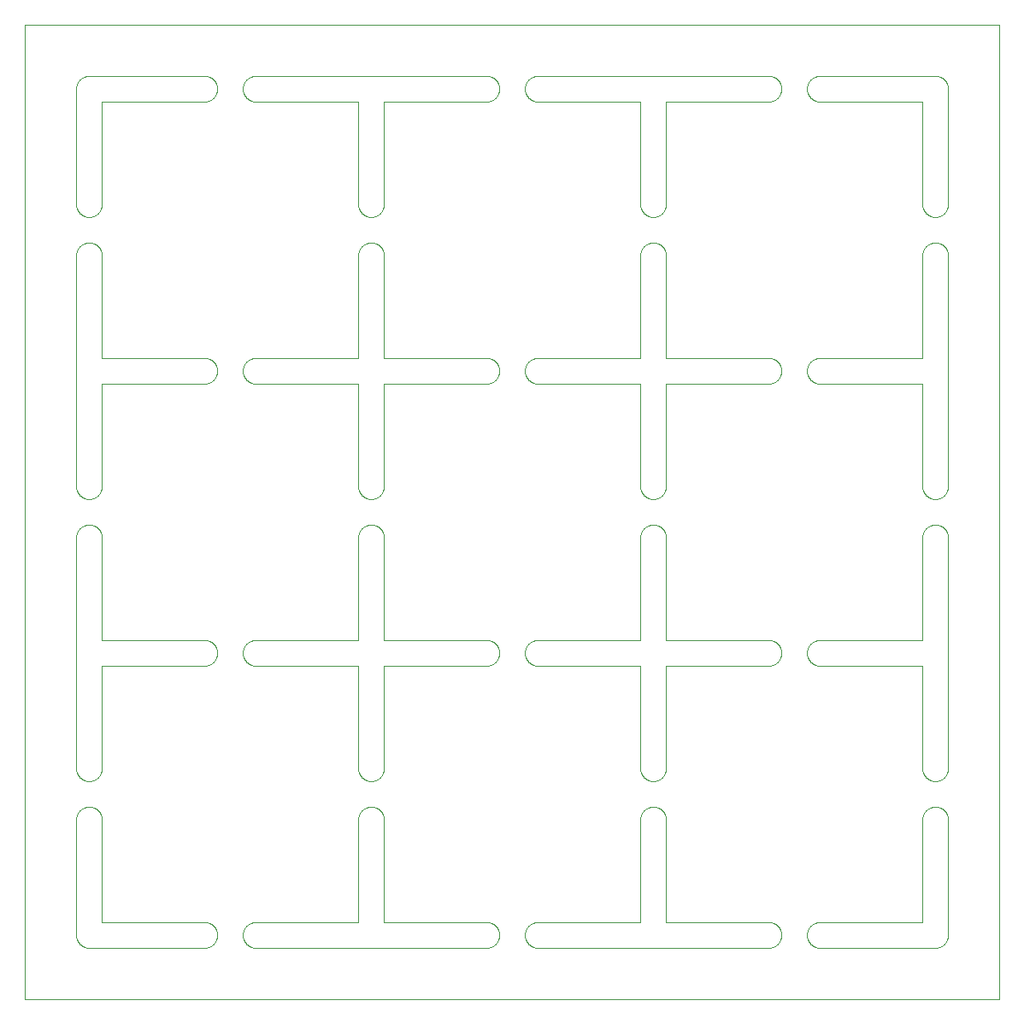
<source format=gm1>
G04 #@! TF.GenerationSoftware,KiCad,Pcbnew,6.0.2+dfsg-1*
G04 #@! TF.CreationDate,2024-01-21T16:33:43-07:00*
G04 #@! TF.ProjectId,ckt-dingdong-spk-array,636b742d-6469-46e6-9764-6f6e672d7370,rev?*
G04 #@! TF.SameCoordinates,Original*
G04 #@! TF.FileFunction,Profile,NP*
%FSLAX46Y46*%
G04 Gerber Fmt 4.6, Leading zero omitted, Abs format (unit mm)*
G04 Created by KiCad (PCBNEW 6.0.2+dfsg-1) date 2024-01-21 16:33:43*
%MOMM*%
%LPD*%
G01*
G04 APERTURE LIST*
G04 #@! TA.AperFunction,Profile*
%ADD10C,0.100000*%
G04 #@! TD*
G04 APERTURE END LIST*
D10*
X135133958Y-66841218D02*
X135078718Y-66869023D01*
X191219333Y-69816009D02*
X191266162Y-69856403D01*
X173909877Y-111440000D02*
X151030122Y-111440000D01*
X135800000Y-80944413D02*
X135800003Y-80944659D01*
X135802250Y-27623981D02*
X135801957Y-27624375D01*
X135762236Y-38096154D02*
X135745741Y-38155757D01*
X189130111Y-27620136D02*
X189124659Y-27620003D01*
X161812232Y-69709264D02*
X161866041Y-69678781D01*
X105440976Y-25801281D02*
X105468781Y-25746041D01*
X191559023Y-70251281D02*
X191584085Y-70307820D01*
X162603501Y-69536070D02*
X162664879Y-69543640D01*
X105567960Y-110930579D02*
X105532350Y-110880016D01*
X190785757Y-94875741D02*
X190726154Y-94892236D01*
X189137749Y-83503981D02*
X189137438Y-83503602D01*
X119288479Y-54361825D02*
X119283929Y-54423501D01*
X133250111Y-108899863D02*
X133250601Y-108899839D01*
X161191090Y-55560209D02*
X161190601Y-55560160D01*
X149982350Y-27060016D02*
X149949264Y-27007767D01*
X191120016Y-111227649D02*
X191067767Y-111260735D01*
X189194258Y-42484242D02*
X189213657Y-42425519D01*
X190958718Y-111319023D02*
X190902179Y-111344085D01*
X146720579Y-81207960D02*
X146769333Y-81246009D01*
X133673837Y-94603596D02*
X133629047Y-94560952D01*
X189130601Y-53019839D02*
X189131090Y-53019790D01*
X105393657Y-42425519D02*
X105415914Y-42367820D01*
X163749398Y-80959839D02*
X163749888Y-80959863D01*
X122442232Y-81139264D02*
X122496041Y-81108781D01*
X105374258Y-42484242D02*
X105393657Y-42425519D01*
X119283929Y-110036498D02*
X119288479Y-110098174D01*
X107024480Y-41663657D02*
X107082179Y-41685914D01*
X163741957Y-53015624D02*
X163742250Y-53016018D01*
X162845757Y-97524258D02*
X162904480Y-97543657D01*
X118963596Y-55146162D02*
X118920952Y-55190952D01*
X163740136Y-80950111D02*
X163740160Y-80950601D01*
X133259839Y-108890601D02*
X133259863Y-108890111D01*
X122783845Y-108937763D02*
X122844186Y-108924213D01*
X135704085Y-66212179D02*
X135679023Y-66268718D01*
X189649420Y-38802039D02*
X189600666Y-38763990D01*
X135800209Y-83508909D02*
X135800160Y-83509398D01*
X175163929Y-54156498D02*
X175168479Y-54218174D01*
X189140000Y-70790122D02*
X189141520Y-70728174D01*
X149794213Y-26605813D02*
X149783640Y-26544879D01*
X133253918Y-53019008D02*
X133254362Y-53018798D01*
X196756018Y-116517749D02*
X196756397Y-116517438D01*
X178970122Y-80960000D02*
X189124413Y-80960000D01*
X149783640Y-82424879D02*
X149776070Y-82363501D01*
X191266162Y-69856403D02*
X191310952Y-69899047D01*
X118780579Y-25327960D02*
X118829333Y-25366009D01*
X189861281Y-41710976D02*
X189917820Y-41685914D01*
X107860991Y-27626081D02*
X107860803Y-27626534D01*
X163740000Y-80944413D02*
X163740003Y-80944659D01*
X191500735Y-38437767D02*
X191467649Y-38490016D01*
X134095519Y-41663657D02*
X134154242Y-41644258D01*
X133257438Y-108896397D02*
X133257749Y-108896018D01*
X146563958Y-83351218D02*
X146508718Y-83379023D01*
X146816162Y-25406403D02*
X146860952Y-25449047D01*
X189138042Y-80955624D02*
X189138314Y-80955216D01*
X178376041Y-25228781D02*
X178431281Y-25200976D01*
X190958718Y-94809023D02*
X190902179Y-94834085D01*
X122783845Y-80997763D02*
X122844186Y-80984213D01*
X107082179Y-38954085D02*
X107024480Y-38976342D01*
X150183837Y-83173596D02*
X150139047Y-83130952D01*
X100243602Y-20002561D02*
X100243238Y-20002891D01*
X107247767Y-41769264D02*
X107300016Y-41802350D01*
X189288781Y-42256041D02*
X189319264Y-42202232D01*
X107860000Y-80944413D02*
X107860003Y-80944659D01*
X163413596Y-97883837D02*
X163453990Y-97930666D01*
X150664242Y-53074258D02*
X150723845Y-53057763D01*
X163685741Y-94035757D02*
X163666342Y-94094480D01*
X133256018Y-53017749D02*
X133256397Y-53017438D01*
X189861281Y-94809023D02*
X189806041Y-94781218D01*
X150968174Y-108901520D02*
X151030122Y-108900000D01*
X105468781Y-42256041D02*
X105499264Y-42202232D01*
X133255216Y-108898314D02*
X133255624Y-108898042D01*
X190419877Y-39050000D02*
X190400122Y-39050000D01*
X190902179Y-69625914D02*
X190958718Y-69650976D01*
X178322232Y-27440735D02*
X178269983Y-27407649D01*
X161379264Y-98082232D02*
X161412350Y-98029983D01*
X150906498Y-80966070D02*
X150968174Y-80961520D01*
X150664242Y-55505741D02*
X150605519Y-55486342D01*
X191673929Y-70666498D02*
X191678479Y-70728174D01*
X107193958Y-97618781D02*
X107247767Y-97649264D01*
X178846498Y-83493929D02*
X178785120Y-83486359D01*
X146769333Y-83213990D02*
X146720579Y-83252039D01*
X107869398Y-80959839D02*
X107869888Y-80959863D01*
X189136761Y-108897108D02*
X189137108Y-108896761D01*
X191393990Y-66529333D02*
X191353596Y-66576162D01*
X107864375Y-80958042D02*
X107864783Y-80958314D01*
X122077960Y-53529420D02*
X122116009Y-53480666D01*
X163741201Y-55565637D02*
X163740991Y-55566081D01*
X174275757Y-108954258D02*
X174334480Y-108973657D01*
X135704085Y-70307820D02*
X135726342Y-70365519D01*
X161921281Y-41710976D02*
X161977820Y-41685914D01*
X162664879Y-41603640D02*
X162725813Y-41614213D01*
X119216342Y-81795519D02*
X119235741Y-81854242D01*
X161213640Y-37974879D02*
X161206070Y-37913501D01*
X105733837Y-25406403D02*
X105780666Y-25366009D01*
X150279420Y-27372039D02*
X150230666Y-27333990D01*
X106580122Y-97470000D02*
X106599877Y-97470000D01*
X189133918Y-108899008D02*
X189134362Y-108898798D01*
X135240016Y-97682350D02*
X135290579Y-97717960D01*
X174610016Y-53232350D02*
X174660579Y-53267960D01*
X191606342Y-38214480D02*
X191584085Y-38272179D01*
X175163929Y-26216498D02*
X175168479Y-26278174D01*
X118780579Y-27372039D02*
X118730016Y-27407649D01*
X189806041Y-94781218D02*
X189752232Y-94750735D01*
X106661825Y-97471520D02*
X106723501Y-97476070D01*
X146617767Y-111260735D02*
X146563958Y-111291218D01*
X196750111Y-116519863D02*
X196750601Y-116519839D01*
X163742250Y-80956018D02*
X163742561Y-80956397D01*
X161447960Y-38540579D02*
X161412350Y-38490016D01*
X191067767Y-25259264D02*
X191120016Y-25292350D01*
X161447960Y-94420579D02*
X161412350Y-94370016D01*
X161191090Y-53019790D02*
X161191575Y-53019718D01*
X119252236Y-26033845D02*
X119265786Y-26094186D01*
X178785120Y-108913640D02*
X178846498Y-108906070D01*
X107350579Y-38802039D02*
X107300016Y-38837649D01*
X107875586Y-83500000D02*
X107875340Y-83500003D01*
X163413596Y-66576162D02*
X163370952Y-66620952D01*
X161192057Y-53019623D02*
X161192533Y-53019503D01*
X163742561Y-55563602D02*
X163742250Y-55563981D01*
X177858781Y-110773958D02*
X177830976Y-110718718D01*
X191266162Y-25406403D02*
X191310952Y-25449047D01*
X161196761Y-27622891D02*
X161196397Y-27622561D01*
X122905120Y-55546359D02*
X122844186Y-55535786D01*
X191393990Y-97930666D02*
X191432039Y-97979420D01*
X163740281Y-53011575D02*
X163740376Y-53012057D01*
X163413596Y-69943837D02*
X163453990Y-69990666D01*
X146093501Y-27613929D02*
X146031825Y-27618479D01*
X135240016Y-66777649D02*
X135187767Y-66810735D01*
X135801957Y-83504375D02*
X135801685Y-83504783D01*
X133260000Y-108884413D02*
X133260000Y-98730122D01*
X161184659Y-80959996D02*
X161190111Y-80959863D01*
X134785813Y-66965786D02*
X134724879Y-66976359D01*
X135808909Y-27620209D02*
X135808424Y-27620281D01*
X135800003Y-80944659D02*
X135800136Y-80950111D01*
X189466403Y-38636162D02*
X189426009Y-38589333D01*
X133256761Y-108897108D02*
X133257108Y-108896761D01*
X133408781Y-42256041D02*
X133439264Y-42202232D01*
X118920952Y-25449047D02*
X118963596Y-25493837D01*
X107860003Y-80944659D02*
X107860136Y-80950111D01*
X106599877Y-69530000D02*
X106599877Y-69530000D01*
X135808424Y-108899718D02*
X135808909Y-108899790D01*
X196754795Y-20001432D02*
X196754362Y-20001201D01*
X174800952Y-25449047D02*
X174843596Y-25493837D01*
X177858781Y-25746041D02*
X177889264Y-25692232D01*
X122290666Y-25366009D02*
X122339420Y-25327960D01*
X133273640Y-70605120D02*
X133284213Y-70544186D01*
X134037820Y-38954085D02*
X133981281Y-38929023D01*
X107869398Y-55560160D02*
X107868909Y-55560209D01*
X133297763Y-66036154D02*
X133284213Y-65975813D01*
X149843657Y-82664480D02*
X149824258Y-82605757D01*
X149949264Y-54947767D02*
X149918781Y-54893958D01*
X178219420Y-109147960D02*
X178269983Y-109112350D01*
X161866041Y-38901218D02*
X161812232Y-38870735D01*
X134601825Y-94928479D02*
X134539877Y-94930000D01*
X161199008Y-108893918D02*
X161199196Y-108893465D01*
X150845120Y-111426359D02*
X150784186Y-111415786D01*
X135587649Y-66430016D02*
X135552039Y-66480579D01*
X174922039Y-81469420D02*
X174957649Y-81519983D01*
X105440976Y-70251281D02*
X105468781Y-70196041D01*
X135800136Y-80950111D02*
X135800160Y-80950601D01*
X107860209Y-27628909D02*
X107860160Y-27629398D01*
X147205786Y-82485813D02*
X147192236Y-82546154D01*
X163740803Y-108893465D02*
X163740991Y-108893918D01*
X147205786Y-26094186D02*
X147216359Y-26155120D01*
X189139361Y-27626997D02*
X189139196Y-27626534D01*
X177922350Y-110880016D02*
X177889264Y-110827767D01*
X107862561Y-53016397D02*
X107862891Y-53016761D01*
X161412350Y-66430016D02*
X161379264Y-66377767D01*
X150664242Y-111385741D02*
X150605519Y-111366342D01*
X163741957Y-55564375D02*
X163741685Y-55564783D01*
X162904480Y-38976342D02*
X162845757Y-38995741D01*
X135801201Y-53014362D02*
X135801432Y-53014795D01*
X105932232Y-94750735D02*
X105879983Y-94717649D01*
X175115741Y-54665757D02*
X175096342Y-54724480D01*
X106273845Y-69567763D02*
X106334186Y-69554213D01*
X189917820Y-69625914D02*
X189975519Y-69603657D01*
X134213845Y-39012236D02*
X134154242Y-38995741D01*
X147192236Y-26666154D02*
X147175741Y-26725757D01*
X107875586Y-55560000D02*
X107875340Y-55560003D01*
X107853929Y-42726498D02*
X107858479Y-42788174D01*
X118677767Y-55380735D02*
X118623958Y-55411218D01*
X135801201Y-83505637D02*
X135800991Y-83506081D01*
X146769333Y-109186009D02*
X146816162Y-109226403D01*
X135801685Y-80955216D02*
X135801957Y-80955624D01*
X163740003Y-27635340D02*
X163740000Y-27635586D01*
X162275120Y-97483640D02*
X162336498Y-97476070D01*
X135807466Y-27620496D02*
X135806997Y-27620638D01*
X150547820Y-83404085D02*
X150491281Y-83379023D01*
X196760000Y-20015586D02*
X196759996Y-20015340D01*
X189140000Y-42850122D02*
X189141520Y-42788174D01*
X190902179Y-38954085D02*
X190844480Y-38976342D01*
X189139196Y-108893465D02*
X189139361Y-108893002D01*
X135802891Y-27623238D02*
X135802561Y-27623602D01*
X122243837Y-81286403D02*
X122290666Y-81246009D01*
X191219333Y-41876009D02*
X191266162Y-41916403D01*
X133284213Y-38035813D02*
X133273640Y-37974879D01*
X118029877Y-111440000D02*
X106580122Y-111440000D01*
X146943990Y-55099333D02*
X146903596Y-55146162D01*
X100244375Y-116518042D02*
X100244783Y-116518314D01*
X133259863Y-80950111D02*
X133259996Y-80944659D01*
X189136761Y-27622891D02*
X189136397Y-27622561D01*
X163746081Y-108899008D02*
X163746534Y-108899196D01*
X189133465Y-80959196D02*
X189133918Y-80959008D01*
X133586403Y-69943837D02*
X133629047Y-69899047D01*
X189135624Y-83501957D02*
X189135216Y-83501685D01*
X133257749Y-80956018D02*
X133258042Y-80955624D01*
X162479877Y-97470000D02*
X162541825Y-97471520D01*
X196758042Y-116515624D02*
X196758314Y-116515216D01*
X161194795Y-27621432D02*
X161194362Y-27621201D01*
X163747466Y-80959503D02*
X163747942Y-80959623D01*
X174957649Y-82940016D02*
X174922039Y-82990579D01*
X163740209Y-83508909D02*
X163740160Y-83509398D01*
X122243837Y-83173596D02*
X122199047Y-83130952D01*
X174957649Y-55000016D02*
X174922039Y-55050579D01*
X100240209Y-20008909D02*
X100240160Y-20009398D01*
X161237763Y-70483845D02*
X161254258Y-70424242D01*
X118920952Y-81329047D02*
X118963596Y-81373837D01*
X133251090Y-53019790D02*
X133251575Y-53019718D01*
X133254362Y-53018798D02*
X133254795Y-53018567D01*
X150845120Y-80973640D02*
X150906498Y-80966070D01*
X163747942Y-27620376D02*
X163747466Y-27620496D01*
X133257749Y-108896018D02*
X133258042Y-108895624D01*
X163702236Y-70483845D02*
X163715786Y-70544186D01*
X105879983Y-38837649D02*
X105829420Y-38802039D01*
X196759863Y-116510111D02*
X196759996Y-116504659D01*
X121925914Y-109677820D02*
X121950976Y-109621281D01*
X135802891Y-55563238D02*
X135802561Y-55563602D01*
X161198314Y-108895216D02*
X161198567Y-108894795D01*
X190543501Y-94923929D02*
X190481825Y-94928479D01*
X178724186Y-83475786D02*
X178663845Y-83462236D01*
X105567960Y-70039420D02*
X105606009Y-69990666D01*
X118153501Y-111433929D02*
X118091825Y-111438479D01*
X191531218Y-110773958D02*
X191500735Y-110827767D01*
X118677767Y-81139264D02*
X118730016Y-81172350D01*
X175163929Y-110303501D02*
X175156359Y-110364879D01*
X174033501Y-25086070D02*
X174094879Y-25093640D01*
X196750601Y-116519839D02*
X196751090Y-116519790D01*
X175049023Y-81681281D02*
X175074085Y-81737820D01*
X135806534Y-55560803D02*
X135806081Y-55560991D01*
X135187767Y-69709264D02*
X135240016Y-69742350D01*
X177764258Y-81854242D02*
X177783657Y-81795519D01*
X177710000Y-110160122D02*
X177710000Y-110160122D01*
X162664879Y-39036359D02*
X162603501Y-39043929D01*
X133250111Y-83500136D02*
X133244659Y-83500003D01*
X161526403Y-42003837D02*
X161569047Y-41959047D01*
X189139008Y-55566081D02*
X189138798Y-55565637D01*
X134964480Y-41663657D02*
X135022179Y-41685914D01*
X161348781Y-98136041D02*
X161379264Y-98082232D01*
X146394480Y-111366342D02*
X146335757Y-111385741D01*
X147223929Y-54156498D02*
X147228479Y-54218174D01*
X196752057Y-20000376D02*
X196751575Y-20000281D01*
X161320976Y-94208718D02*
X161295914Y-94152179D01*
X149890976Y-82778718D02*
X149865914Y-82722179D01*
X162962179Y-41685914D02*
X163018718Y-41710976D01*
X107861957Y-55564375D02*
X107861685Y-55564783D01*
X174800952Y-111070952D02*
X174756162Y-111113596D01*
X135800991Y-53013918D02*
X135801201Y-53014362D01*
X107860209Y-80951090D02*
X107860281Y-80951575D01*
X135803602Y-27622561D02*
X135803238Y-27622891D01*
X174033501Y-83493929D02*
X173971825Y-83498479D01*
X189132057Y-80959623D02*
X189132533Y-80959503D01*
X189136018Y-27622250D02*
X189135624Y-27621957D01*
X150547820Y-25175914D02*
X150605519Y-25153657D01*
X161224213Y-70544186D02*
X161237763Y-70483845D01*
X163726359Y-65914879D02*
X163715786Y-65975813D01*
X161198567Y-27625204D02*
X161198314Y-27624783D01*
X189136397Y-53017438D02*
X189136761Y-53017108D01*
X150096403Y-55146162D02*
X150056009Y-55099333D01*
X177764258Y-109794242D02*
X177783657Y-109735519D01*
X105320000Y-42850122D02*
X105321520Y-42788174D01*
X135290579Y-38802039D02*
X135240016Y-38837649D01*
X161660666Y-97756009D02*
X161709420Y-97717960D01*
X161812232Y-38870735D02*
X161759983Y-38837649D01*
X106155519Y-111366342D02*
X106097820Y-111344085D01*
X189130111Y-108899863D02*
X189130601Y-108899839D01*
X161198798Y-27625637D02*
X161198567Y-27625204D01*
X135620735Y-94317767D02*
X135587649Y-94370016D01*
X134539877Y-41590000D02*
X134601825Y-41591520D01*
X178376041Y-83351218D02*
X178322232Y-83320735D01*
X119288479Y-26421825D02*
X119283929Y-26483501D01*
X119042039Y-81469420D02*
X119077649Y-81519983D01*
X161201520Y-98668174D02*
X161206070Y-98606498D01*
X174709333Y-81246009D02*
X174756162Y-81286403D01*
X191353596Y-42003837D02*
X191393990Y-42050666D01*
X174392179Y-53115914D02*
X174448718Y-53140976D01*
X161198798Y-80954362D02*
X161199008Y-80953918D01*
X178269983Y-27407649D02*
X178219420Y-27372039D01*
X135513990Y-66529333D02*
X135473596Y-66576162D01*
X121903657Y-54724480D02*
X121884258Y-54665757D01*
X196759839Y-116510601D02*
X196759863Y-116510111D01*
X135802250Y-108896018D02*
X135802561Y-108896397D01*
X107247767Y-66810735D02*
X107193958Y-66841218D01*
X106599877Y-69530000D02*
X106661825Y-69531520D01*
X123028174Y-83498479D02*
X122966498Y-83493929D01*
X146943990Y-25540666D02*
X146982039Y-25589420D01*
X121836070Y-82363501D02*
X121831520Y-82301825D01*
X191310952Y-97839047D02*
X191353596Y-97883837D01*
X134724879Y-69543640D02*
X134785813Y-69554213D01*
X107860281Y-27628424D02*
X107860209Y-27628909D01*
X189213657Y-94094480D02*
X189194258Y-94035757D01*
X134724879Y-66976359D02*
X134663501Y-66983929D01*
X189139863Y-108890111D02*
X189139996Y-108884659D01*
X100240000Y-20015586D02*
X100240000Y-116504413D01*
X162035519Y-97543657D02*
X162094242Y-97524258D01*
X163666342Y-42425519D02*
X163685741Y-42484242D01*
X161199863Y-53010111D02*
X161199996Y-53004659D01*
X175096342Y-26784480D02*
X175074085Y-26842179D01*
X135802250Y-55563981D02*
X135801957Y-55564375D01*
X134154242Y-69584258D02*
X134213845Y-69567763D01*
X107399333Y-94643990D02*
X107350579Y-94682039D01*
X174275757Y-25134258D02*
X174334480Y-25153657D01*
X162904480Y-41663657D02*
X162962179Y-41685914D01*
X191013958Y-41738781D02*
X191067767Y-41769264D01*
X134905757Y-38995741D02*
X134846154Y-39012236D01*
X162603501Y-39043929D02*
X162541825Y-39048479D01*
X147223929Y-26483501D02*
X147216359Y-26544879D01*
X106334186Y-66965786D02*
X106273845Y-66952236D01*
X122905120Y-111426359D02*
X122844186Y-111415786D01*
X133251090Y-55560209D02*
X133250601Y-55560160D01*
X189137108Y-83503238D02*
X189136761Y-83502891D01*
X105780666Y-97756009D02*
X105829420Y-97717960D01*
X161447960Y-42099420D02*
X161486009Y-42050666D01*
X163702236Y-98423845D02*
X163715786Y-98484186D01*
X122199047Y-83130952D02*
X122156403Y-83086162D01*
X162153845Y-69567763D02*
X162214186Y-69554213D01*
X122844186Y-27595786D02*
X122783845Y-27582236D01*
X146093501Y-111433929D02*
X146031825Y-111438479D01*
X189124413Y-53020000D02*
X189124659Y-53019996D01*
X177805914Y-54782179D02*
X177783657Y-54724480D01*
X191067767Y-38870735D02*
X191013958Y-38901218D01*
X189426009Y-97930666D02*
X189466403Y-97883837D01*
X135803602Y-55562561D02*
X135803238Y-55562891D01*
X161199839Y-80950601D02*
X161199863Y-80950111D01*
X147017649Y-82940016D02*
X146982039Y-82990579D01*
X135800803Y-80953465D02*
X135800991Y-80953918D01*
X163644085Y-66212179D02*
X163619023Y-66268718D01*
X133673837Y-69856403D02*
X133720666Y-69816009D01*
X161195624Y-80958042D02*
X161196018Y-80957749D01*
X135801685Y-27624783D02*
X135801432Y-27625204D01*
X163644085Y-94152179D02*
X163619023Y-94208718D01*
X191625741Y-94035757D02*
X191606342Y-94094480D01*
X100242561Y-20003602D02*
X100242250Y-20003981D01*
X150329983Y-53232350D02*
X150382232Y-53199264D01*
X134154242Y-38995741D02*
X134095519Y-38976342D01*
X161199790Y-53011090D02*
X161199839Y-53010601D01*
X175132236Y-53973845D02*
X175145786Y-54034186D01*
X145969877Y-27620000D02*
X135815586Y-27620000D01*
X163492039Y-94420579D02*
X163453990Y-94469333D01*
X134964480Y-69603657D02*
X135022179Y-69625914D01*
X161295914Y-70307820D02*
X161320976Y-70251281D01*
X135803602Y-108897438D02*
X135803981Y-108897749D01*
X178036403Y-25493837D02*
X178079047Y-25449047D01*
X118454480Y-108973657D02*
X118512179Y-108995914D01*
X177783657Y-81795519D02*
X177805914Y-81737820D01*
X162603501Y-97476070D02*
X162664879Y-97483640D01*
X190604879Y-69543640D02*
X190665813Y-69554213D01*
X190276498Y-97476070D02*
X190338174Y-97471520D01*
X107399333Y-66703990D02*
X107350579Y-66742039D01*
X134095519Y-38976342D02*
X134037820Y-38954085D01*
X161199863Y-27629888D02*
X161199863Y-27629888D01*
X150056009Y-109360666D02*
X150096403Y-109313837D01*
X163742561Y-53016397D02*
X163742891Y-53016761D01*
X135552039Y-38540579D02*
X135513990Y-38589333D01*
X106273845Y-66952236D02*
X106214242Y-66935741D01*
X196756397Y-116517438D02*
X196756761Y-116517108D01*
X121950976Y-53741281D02*
X121978781Y-53686041D01*
X189136018Y-80957749D02*
X189136397Y-80957438D01*
X161613837Y-66663596D02*
X161569047Y-66620952D01*
X177711520Y-110098174D02*
X177716070Y-110036498D01*
X149776070Y-54156498D02*
X149783640Y-54095120D01*
X107868909Y-53019790D02*
X107869398Y-53019839D01*
X177858781Y-81626041D02*
X177889264Y-81572232D01*
X150845120Y-25093640D02*
X150906498Y-25086070D01*
X163746081Y-53019008D02*
X163746534Y-53019196D01*
X118730016Y-83287649D02*
X118677767Y-83320735D01*
X150723845Y-27582236D02*
X150664242Y-27565741D01*
X100247942Y-20000376D02*
X100247466Y-20000496D01*
X161254258Y-66095757D02*
X161237763Y-66036154D01*
X133297763Y-93976154D02*
X133284213Y-93915813D01*
X106155519Y-69603657D02*
X106214242Y-69584258D01*
X150279420Y-25327960D02*
X150329983Y-25292350D01*
X189134362Y-83501201D02*
X189133918Y-83500991D01*
X106273845Y-39012236D02*
X106214242Y-38995741D01*
X189130601Y-83500160D02*
X189130111Y-83500136D01*
X107247767Y-97649264D02*
X107300016Y-97682350D01*
X146903596Y-111026162D02*
X146860952Y-111070952D01*
X149824258Y-54665757D02*
X149807763Y-54606154D01*
X189387960Y-70039420D02*
X189426009Y-69990666D01*
X190338174Y-94928479D02*
X190276498Y-94923929D01*
X119252236Y-82546154D02*
X119235741Y-82605757D01*
X146670016Y-25292350D02*
X146720579Y-25327960D01*
X149770000Y-110179877D02*
X149770000Y-110160122D01*
X122042350Y-55000016D02*
X122009264Y-54947767D01*
X191655786Y-26094186D02*
X191666359Y-26155120D01*
X196755624Y-20001957D02*
X196755216Y-20001685D01*
X149865914Y-81737820D02*
X149890976Y-81681281D01*
X119194085Y-53797820D02*
X119216342Y-53855519D01*
X119290000Y-54299877D02*
X119288479Y-54361825D01*
X118829333Y-53306009D02*
X118876162Y-53346403D01*
X161759983Y-94717649D02*
X161709420Y-94682039D01*
X134846154Y-94892236D02*
X134785813Y-94905786D01*
X149807763Y-110486154D02*
X149794213Y-110425813D01*
X147228479Y-110241825D02*
X147223929Y-110303501D01*
X107866534Y-80959196D02*
X107866997Y-80959361D01*
X161199790Y-27628909D02*
X161199718Y-27628424D01*
X174843596Y-109313837D02*
X174883990Y-109360666D01*
X145969877Y-83500000D02*
X135815586Y-83500000D01*
X162460122Y-41590000D02*
X162479877Y-41590000D01*
X190093845Y-66952236D02*
X190034242Y-66935741D01*
X105321520Y-110241825D02*
X105320000Y-110179877D01*
X133261520Y-42788174D02*
X133266070Y-42726498D01*
X118395757Y-111385741D02*
X118336154Y-111402236D01*
X196757749Y-20003981D02*
X196757438Y-20003602D01*
X122290666Y-81246009D02*
X122339420Y-81207960D01*
X105321520Y-26278174D02*
X105326070Y-26216498D01*
X133258042Y-80955624D02*
X133258314Y-80955216D01*
X161812232Y-94750735D02*
X161759983Y-94717649D01*
X189553837Y-38723596D02*
X189509047Y-38680952D01*
X147228479Y-54218174D02*
X147230000Y-54280122D01*
X107860638Y-80953002D02*
X107860803Y-80953465D01*
X105606009Y-66529333D02*
X105567960Y-66480579D01*
X163492039Y-97979420D02*
X163527649Y-98029983D01*
X122724242Y-25134258D02*
X122783845Y-25117763D01*
X122966498Y-80966070D02*
X123028174Y-80961520D01*
X189153640Y-37974879D02*
X189146070Y-37913501D01*
X189139790Y-108891090D02*
X189139839Y-108890601D01*
X105440976Y-42311281D02*
X105468781Y-42256041D01*
X147134085Y-26842179D02*
X147109023Y-26898718D01*
X105333640Y-42665120D02*
X105344213Y-42604186D01*
X163740003Y-108884659D02*
X163740136Y-108890111D01*
X133258314Y-55564783D02*
X133258042Y-55564375D01*
X177996009Y-81420666D02*
X178036403Y-81373837D01*
X163745637Y-83501201D02*
X163745204Y-83501432D01*
X162153845Y-97507763D02*
X162214186Y-97494213D01*
X106456498Y-97476070D02*
X106518174Y-97471520D01*
X135808424Y-83500281D02*
X135807942Y-83500376D01*
X149843657Y-53855519D02*
X149865914Y-53797820D01*
X163747942Y-55560376D02*
X163747466Y-55560496D01*
X177957960Y-25589420D02*
X177996009Y-25540666D01*
X133673837Y-41916403D02*
X133720666Y-41876009D01*
X133251090Y-83500209D02*
X133250601Y-83500160D01*
X135800803Y-55566534D02*
X135800638Y-55566997D01*
X163743981Y-83502250D02*
X163743602Y-83502561D01*
X163370952Y-97839047D02*
X163413596Y-97883837D01*
X133250111Y-55560136D02*
X133244659Y-55560003D01*
X161412350Y-98029983D02*
X161447960Y-97979420D01*
X191310952Y-25449047D02*
X191353596Y-25493837D01*
X161194795Y-108898567D02*
X161195216Y-108898314D01*
X133244659Y-108899996D02*
X133250111Y-108899863D01*
X191559023Y-38328718D02*
X191531218Y-38383958D01*
X178785120Y-25093640D02*
X178846498Y-25086070D01*
X161184413Y-108900000D02*
X161184659Y-108899996D01*
X147192236Y-54606154D02*
X147175741Y-54665757D01*
X177889264Y-25692232D02*
X177922350Y-25639983D01*
X107861432Y-80954795D02*
X107861685Y-80955216D01*
X163018718Y-94809023D02*
X162962179Y-94834085D01*
X133314258Y-70424242D02*
X133333657Y-70365519D01*
X135679023Y-98191281D02*
X135704085Y-98247820D01*
X174922039Y-110930579D02*
X174883990Y-110979333D01*
X122290666Y-83213990D02*
X122243837Y-83173596D01*
X189139623Y-83507942D02*
X189139503Y-83507466D01*
X191170579Y-97717960D02*
X191219333Y-97756009D01*
X133252057Y-108899623D02*
X133252533Y-108899503D01*
X107860160Y-53010601D02*
X107860209Y-53011090D01*
X161199839Y-27629398D02*
X161199790Y-27628909D01*
X163492039Y-70039420D02*
X163527649Y-70089983D01*
X161184413Y-55560000D02*
X151030122Y-55560000D01*
X190785757Y-69584258D02*
X190844480Y-69603657D01*
X121843640Y-109975120D02*
X121854213Y-109914186D01*
X107300016Y-66777649D02*
X107247767Y-66810735D01*
X106395120Y-97483640D02*
X106456498Y-97476070D01*
X146769333Y-111153990D02*
X146720579Y-111192039D01*
X162845757Y-94875741D02*
X162786154Y-94892236D01*
X121854213Y-110425813D02*
X121843640Y-110364879D01*
X135513990Y-69990666D02*
X135552039Y-70039420D01*
X146563958Y-111291218D02*
X146508718Y-111319023D01*
X135800209Y-27628909D02*
X135800160Y-27629398D01*
X107533596Y-42003837D02*
X107573990Y-42050666D01*
X107865637Y-83501201D02*
X107865204Y-83501432D01*
X118963596Y-53433837D02*
X119003990Y-53480666D01*
X107865204Y-27621432D02*
X107864783Y-27621685D01*
X162664879Y-97483640D02*
X162725813Y-97494213D01*
X174216154Y-80997763D02*
X174275757Y-81014258D01*
X147216359Y-82424879D02*
X147205786Y-82485813D01*
X133472350Y-98029983D02*
X133507960Y-97979420D01*
X122551281Y-81080976D02*
X122607820Y-81055914D01*
X121854213Y-54034186D02*
X121867763Y-53973845D01*
X135807466Y-80959503D02*
X135807942Y-80959623D01*
X174216154Y-111402236D02*
X174155813Y-111415786D01*
X133355914Y-66212179D02*
X133333657Y-66154480D01*
X105344213Y-93915813D02*
X105333640Y-93854879D01*
X178545519Y-25153657D02*
X178604242Y-25134258D01*
X189130111Y-53019863D02*
X189130601Y-53019839D01*
X174709333Y-109186009D02*
X174756162Y-109226403D01*
X133258567Y-55565204D02*
X133258314Y-55564783D01*
X107861685Y-55564783D02*
X107861432Y-55565204D01*
X191678479Y-37851825D02*
X191673929Y-37913501D01*
X100240376Y-20007942D02*
X100240281Y-20008424D01*
X133258042Y-53015624D02*
X133258314Y-53015216D01*
X106214242Y-38995741D02*
X106155519Y-38976342D01*
X190844480Y-111366342D02*
X190785757Y-111385741D01*
X189139361Y-53013002D02*
X189139503Y-53012533D01*
X146860952Y-81329047D02*
X146903596Y-81373837D01*
X150183837Y-25406403D02*
X150230666Y-25366009D01*
X121950976Y-26898718D02*
X121925914Y-26842179D01*
X163738479Y-42788174D02*
X163740000Y-42850122D01*
X161200000Y-83515586D02*
X161199996Y-83515340D01*
X133259996Y-55575340D02*
X133259863Y-55569888D01*
X107612039Y-66480579D02*
X107573990Y-66529333D01*
X190276498Y-69536070D02*
X190338174Y-69531520D01*
X135806997Y-83500638D02*
X135806534Y-83500803D01*
X150491281Y-27499023D02*
X150436041Y-27471218D01*
X105986041Y-111291218D02*
X105932232Y-111260735D01*
X107247767Y-94750735D02*
X107193958Y-94781218D01*
X190958718Y-69650976D02*
X191013958Y-69678781D01*
X189136397Y-108897438D02*
X189136761Y-108897108D01*
X175156359Y-26544879D02*
X175145786Y-26605813D01*
X133253002Y-83500638D02*
X133252533Y-83500496D01*
X174334480Y-27546342D02*
X174275757Y-27565741D01*
X161224213Y-93915813D02*
X161213640Y-93854879D01*
X118275813Y-111415786D02*
X118214879Y-111426359D01*
X135786359Y-98545120D02*
X135793929Y-98606498D01*
X178663845Y-108937763D02*
X178724186Y-108924213D01*
X175096342Y-53855519D02*
X175115741Y-53914242D01*
X190785757Y-38995741D02*
X190726154Y-39012236D01*
X161191090Y-27620209D02*
X161190601Y-27620160D01*
X107867466Y-53019503D02*
X107867942Y-53019623D01*
X196758567Y-20005204D02*
X196758314Y-20004783D01*
X147017649Y-81519983D02*
X147050735Y-81572232D01*
X161190111Y-27620136D02*
X161184659Y-27620003D01*
X146031825Y-27618479D02*
X145969877Y-27620000D01*
X106273845Y-111402236D02*
X106214242Y-111385741D01*
X163740160Y-53010601D02*
X163740209Y-53011090D01*
X106518174Y-41591520D02*
X106580122Y-41590000D01*
X106723501Y-94923929D02*
X106661825Y-94928479D01*
X107860160Y-27629398D02*
X107860136Y-27629888D01*
X189164213Y-42604186D02*
X189177763Y-42543845D01*
X151030122Y-27620000D02*
X150968174Y-27618479D01*
X174990735Y-110827767D02*
X174957649Y-110880016D01*
X177716070Y-82096498D02*
X177723640Y-82035120D01*
X162094242Y-97524258D02*
X162153845Y-97507763D01*
X133629047Y-66620952D02*
X133586403Y-66576162D01*
X106214242Y-111385741D02*
X106155519Y-111366342D01*
X163180016Y-97682350D02*
X163230579Y-97717960D01*
X107573990Y-42050666D02*
X107612039Y-42099420D01*
X161213640Y-70605120D02*
X161224213Y-70544186D01*
X174709333Y-111153990D02*
X174660579Y-111192039D01*
X163726359Y-37974879D02*
X163715786Y-38035813D01*
X189139718Y-83508424D02*
X189139623Y-83507942D01*
X133872232Y-41769264D02*
X133926041Y-41738781D01*
X133256018Y-108897749D02*
X133256397Y-108897438D01*
X147230000Y-26340122D02*
X147230000Y-26359877D01*
X135022179Y-69625914D02*
X135078718Y-69650976D01*
X122389983Y-111227649D02*
X122339420Y-111192039D01*
X161193465Y-53019196D02*
X161193918Y-53019008D01*
X135386162Y-41916403D02*
X135430952Y-41959047D01*
X107739023Y-42311281D02*
X107764085Y-42367820D01*
X163741685Y-55564783D02*
X163741432Y-55565204D01*
X189139008Y-27626081D02*
X189138798Y-27625637D01*
X133981281Y-94809023D02*
X133926041Y-94781218D01*
X190338174Y-69531520D02*
X190400122Y-69530000D01*
X107446162Y-69856403D02*
X107490952Y-69899047D01*
X190215120Y-66976359D02*
X190154186Y-66965786D01*
X134905757Y-94875741D02*
X134846154Y-94892236D01*
X134663501Y-66983929D02*
X134601825Y-66988479D01*
X191680000Y-98730122D02*
X191680000Y-110179877D01*
X163743602Y-83502561D02*
X163743238Y-83502891D01*
X174843596Y-111026162D02*
X174800952Y-111070952D01*
X189139503Y-108892533D02*
X189139623Y-108892057D01*
X161197108Y-53016761D02*
X161197438Y-53016397D01*
X107647649Y-94370016D02*
X107612039Y-94420579D01*
X121978781Y-82833958D02*
X121950976Y-82778718D01*
X147205786Y-26605813D02*
X147192236Y-26666154D01*
X135801957Y-53015624D02*
X135802250Y-53016018D01*
X133258798Y-108894362D02*
X133259008Y-108893918D01*
X147205786Y-81974186D02*
X147216359Y-82035120D01*
X178036403Y-53433837D02*
X178079047Y-53389047D01*
X105321520Y-65791825D02*
X105320000Y-65729877D01*
X162845757Y-69584258D02*
X162904480Y-69603657D01*
X174800952Y-81329047D02*
X174843596Y-81373837D01*
X122607820Y-27524085D02*
X122551281Y-27499023D01*
X161195624Y-55561957D02*
X161195216Y-55561685D01*
X189139718Y-53011575D02*
X189139790Y-53011090D01*
X147192236Y-81913845D02*
X147205786Y-81974186D01*
X189352350Y-38490016D02*
X189319264Y-38437767D01*
X107865204Y-83501432D02*
X107864783Y-83501685D01*
X118730016Y-55347649D02*
X118677767Y-55380735D01*
X161213640Y-93854879D02*
X161206070Y-93793501D01*
X146903596Y-25493837D02*
X146943990Y-25540666D01*
X189752232Y-66810735D02*
X189699983Y-66777649D01*
X163527649Y-94370016D02*
X163492039Y-94420579D01*
X189600666Y-38763990D02*
X189553837Y-38723596D01*
X189132057Y-55560376D02*
X189131575Y-55560281D01*
X135806081Y-55560991D02*
X135805637Y-55561201D01*
X146816162Y-81286403D02*
X146860952Y-81329047D01*
X161660666Y-38763990D02*
X161613837Y-38723596D01*
X177747763Y-26033845D02*
X177764258Y-25974242D01*
X134785813Y-41614213D02*
X134846154Y-41627763D01*
X189139839Y-108890601D02*
X189139863Y-108890111D01*
X135800000Y-53004413D02*
X135800003Y-53004659D01*
X135704085Y-42367820D02*
X135726342Y-42425519D01*
X190154186Y-69554213D02*
X190215120Y-69543640D01*
X196759008Y-20006081D02*
X196758798Y-20005637D01*
X163018718Y-38929023D02*
X162962179Y-38954085D01*
X163748909Y-27620209D02*
X163748424Y-27620281D01*
X107864375Y-83501957D02*
X107863981Y-83502250D01*
X163685741Y-66095757D02*
X163666342Y-66154480D01*
X122389983Y-83287649D02*
X122339420Y-83252039D01*
X135806534Y-27620803D02*
X135806081Y-27620991D01*
X135552039Y-97979420D02*
X135587649Y-98029983D01*
X189260976Y-66268718D02*
X189235914Y-66212179D01*
X121867763Y-53973845D02*
X121884258Y-53914242D01*
X162214186Y-66965786D02*
X162153845Y-66952236D01*
X135745741Y-42484242D02*
X135762236Y-42543845D01*
X133257108Y-55563238D02*
X133256761Y-55562891D01*
X162214186Y-69554213D02*
X162275120Y-69543640D01*
X146943990Y-110979333D02*
X146903596Y-111026162D01*
X174957649Y-27060016D02*
X174922039Y-27110579D01*
X133408781Y-70196041D02*
X133439264Y-70142232D01*
X146276154Y-111402236D02*
X146215813Y-111415786D01*
X146154879Y-25093640D02*
X146215813Y-25104213D01*
X133872232Y-38870735D02*
X133819983Y-38837649D01*
X178908174Y-27618479D02*
X178846498Y-27613929D01*
X135651218Y-38383958D02*
X135620735Y-38437767D01*
X189235914Y-38272179D02*
X189213657Y-38214480D01*
X121830000Y-54280122D02*
X121831520Y-54218174D01*
X135620735Y-66377767D02*
X135587649Y-66430016D01*
X106580122Y-69530000D02*
X106599877Y-69530000D01*
X135800376Y-53012057D02*
X135800496Y-53012533D01*
X121925914Y-81737820D02*
X121950976Y-81681281D01*
X163740160Y-55569398D02*
X163740136Y-55569888D01*
X106906154Y-94892236D02*
X106845813Y-94905786D01*
X106723501Y-97476070D02*
X106784879Y-97483640D01*
X133257108Y-27623238D02*
X133256761Y-27622891D01*
X119003990Y-109360666D02*
X119042039Y-109409420D01*
X163453990Y-42050666D02*
X163492039Y-42099420D01*
X163744783Y-53018314D02*
X163745204Y-53018567D01*
X135386162Y-97796403D02*
X135430952Y-97839047D01*
X146093501Y-108906070D02*
X146154879Y-108913640D01*
X107860281Y-55568424D02*
X107860209Y-55568909D01*
X105326070Y-98606498D02*
X105333640Y-98545120D01*
X134458174Y-39048479D02*
X134396498Y-39043929D01*
X135803238Y-55562891D02*
X135802891Y-55563238D01*
X161199623Y-53012057D02*
X161199718Y-53011575D01*
X105606009Y-110979333D02*
X105567960Y-110930579D01*
X196753465Y-116519196D02*
X196753918Y-116519008D01*
X196753002Y-116519361D02*
X196753465Y-116519196D01*
X163740376Y-108892057D02*
X163740496Y-108892533D01*
X122243837Y-25406403D02*
X122290666Y-25366009D01*
X177996009Y-55099333D02*
X177957960Y-55050579D01*
X105333640Y-37974879D02*
X105326070Y-37913501D01*
X189288781Y-94263958D02*
X189260976Y-94208718D01*
X118395757Y-55505741D02*
X118336154Y-55522236D01*
X135805204Y-53018567D02*
X135805637Y-53018798D01*
X119169023Y-25801281D02*
X119194085Y-25857820D01*
X161237763Y-93976154D02*
X161224213Y-93915813D01*
X150784186Y-108924213D02*
X150845120Y-108913640D01*
X106518174Y-39048479D02*
X106456498Y-39043929D01*
X133254795Y-27621432D02*
X133254362Y-27621201D01*
X100240638Y-20006997D02*
X100240496Y-20007466D01*
X178376041Y-109048781D02*
X178431281Y-109020976D01*
X191673929Y-98606498D02*
X191678479Y-98668174D01*
X191170579Y-111192039D02*
X191120016Y-111227649D01*
X133255216Y-27621685D02*
X133254795Y-27621432D01*
X107680735Y-70142232D02*
X107711218Y-70196041D01*
X174155813Y-25104213D02*
X174216154Y-25117763D01*
X123090122Y-55560000D02*
X123028174Y-55558479D01*
X163755340Y-83500003D02*
X163749888Y-83500136D01*
X133981281Y-69650976D02*
X134037820Y-69625914D01*
X146903596Y-83086162D02*
X146860952Y-83130952D01*
X150491281Y-53140976D02*
X150547820Y-53115914D01*
X122116009Y-53480666D02*
X122156403Y-53433837D01*
X161198042Y-53015624D02*
X161198314Y-53015216D01*
X177996009Y-109360666D02*
X178036403Y-109313837D01*
X133258798Y-80954362D02*
X133259008Y-80953918D01*
X135803602Y-53017438D02*
X135803981Y-53017749D01*
X150017960Y-82990579D02*
X149982350Y-82940016D01*
X150279420Y-53267960D02*
X150329983Y-53232350D01*
X189132057Y-108899623D02*
X189132533Y-108899503D01*
X189553837Y-69856403D02*
X189600666Y-69816009D01*
X100242250Y-116516018D02*
X100242561Y-116516397D01*
X163738479Y-37851825D02*
X163733929Y-37913501D01*
X161201520Y-65791825D02*
X161200000Y-65729877D01*
X189124413Y-55560000D02*
X178970122Y-55560000D01*
X196757108Y-116516761D02*
X196757438Y-116516397D01*
X105415914Y-42367820D02*
X105440976Y-42311281D01*
X150139047Y-55190952D02*
X150096403Y-55146162D01*
X178036403Y-27206162D02*
X177996009Y-27159333D01*
X146617767Y-27440735D02*
X146563958Y-27471218D01*
X133546009Y-69990666D02*
X133586403Y-69943837D01*
X135800000Y-83515586D02*
X135800000Y-93669877D01*
X163740803Y-53013465D02*
X163740991Y-53013918D01*
X107861957Y-53015624D02*
X107862250Y-53016018D01*
X191584085Y-66212179D02*
X191559023Y-66268718D01*
X105374258Y-110545757D02*
X105357763Y-110486154D01*
X161812232Y-97649264D02*
X161866041Y-97618781D01*
X100240136Y-116510111D02*
X100240160Y-116510601D01*
X118730016Y-81172350D02*
X118780579Y-81207960D01*
X162398174Y-97471520D02*
X162460122Y-97470000D01*
X121843640Y-26544879D02*
X121836070Y-26483501D01*
X106456498Y-69536070D02*
X106518174Y-69531520D01*
X161977820Y-38954085D02*
X161921281Y-38929023D01*
X119169023Y-54838718D02*
X119141218Y-54893958D01*
X146769333Y-55273990D02*
X146720579Y-55312039D01*
X146452179Y-111344085D02*
X146394480Y-111366342D01*
X105606009Y-38589333D02*
X105567960Y-38540579D01*
X107858479Y-93731825D02*
X107853929Y-93793501D01*
X133872232Y-97649264D02*
X133926041Y-97618781D01*
X174709333Y-55273990D02*
X174660579Y-55312039D01*
X196759718Y-20008424D02*
X196759623Y-20007942D01*
X121836070Y-82096498D02*
X121843640Y-82035120D01*
X149771520Y-26421825D02*
X149770000Y-26359877D01*
X189138567Y-55565204D02*
X189138314Y-55564783D01*
X189139863Y-27629888D02*
X189139839Y-27629398D01*
X107860000Y-55575586D02*
X107860000Y-65729877D01*
X135803602Y-80957438D02*
X135803981Y-80957749D01*
X107864783Y-53018314D02*
X107865204Y-53018567D01*
X161199361Y-108893002D02*
X161199503Y-108892533D01*
X191467649Y-42149983D02*
X191500735Y-42202232D01*
X133926041Y-94781218D02*
X133872232Y-94750735D01*
X191673929Y-93793501D02*
X191666359Y-93854879D01*
X146508718Y-25200976D02*
X146563958Y-25228781D01*
X191642236Y-93976154D02*
X191625741Y-94035757D01*
X107861201Y-55565637D02*
X107860991Y-55566081D01*
X161190601Y-83500160D02*
X161190111Y-83500136D01*
X107863981Y-27622250D02*
X107863602Y-27622561D01*
X163740376Y-83507942D02*
X163740281Y-83508424D01*
X105499264Y-38437767D02*
X105468781Y-38383958D01*
X107247767Y-69709264D02*
X107300016Y-69742350D01*
X135078718Y-66869023D02*
X135022179Y-66894085D01*
X135806997Y-55560638D02*
X135806534Y-55560803D01*
X133260000Y-83515586D02*
X133259996Y-83515340D01*
X189177763Y-42543845D02*
X189194258Y-42484242D01*
X177957960Y-27110579D02*
X177922350Y-27060016D01*
X147205786Y-54034186D02*
X147216359Y-54095120D01*
X189139718Y-80951575D02*
X189139790Y-80951090D01*
X163715786Y-38035813D02*
X163702236Y-38096154D01*
X163755340Y-53019996D02*
X163755586Y-53020000D01*
X161195216Y-55561685D02*
X161194795Y-55561432D01*
X135806997Y-108899361D02*
X135807466Y-108899503D01*
X107805741Y-70424242D02*
X107822236Y-70483845D01*
X150382232Y-83320735D02*
X150329983Y-83287649D01*
X163744783Y-83501685D02*
X163744375Y-83501957D01*
X133252057Y-83500376D02*
X133251575Y-83500281D01*
X189137108Y-55563238D02*
X189136761Y-55562891D01*
X178269983Y-109112350D02*
X178322232Y-109079264D01*
X107875586Y-53020000D02*
X118029877Y-53020000D01*
X163685741Y-70424242D02*
X163702236Y-70483845D01*
X105357763Y-38096154D02*
X105344213Y-38035813D01*
X174660579Y-109147960D02*
X174709333Y-109186009D01*
X175074085Y-26842179D02*
X175049023Y-26898718D01*
X134396498Y-66983929D02*
X134335120Y-66976359D01*
X133259863Y-27629888D02*
X133259839Y-27629398D01*
X118454480Y-55486342D02*
X118395757Y-55505741D01*
X161197438Y-80956397D02*
X161197749Y-80956018D01*
X133257438Y-55563602D02*
X133257108Y-55563238D01*
X191559023Y-110718718D02*
X191531218Y-110773958D01*
X107864375Y-27621957D02*
X107863981Y-27622250D01*
X119042039Y-109409420D02*
X119077649Y-109459983D01*
X178663845Y-111402236D02*
X178604242Y-111385741D01*
X107867942Y-55560376D02*
X107867466Y-55560496D01*
X163740638Y-83506997D02*
X163740496Y-83507466D01*
X122665519Y-108973657D02*
X122724242Y-108954258D01*
X147134085Y-109677820D02*
X147156342Y-109735519D01*
X133439264Y-38437767D02*
X133408781Y-38383958D01*
X107862250Y-27623981D02*
X107861957Y-27624375D01*
X119194085Y-81737820D02*
X119216342Y-81795519D01*
X133266070Y-93793501D02*
X133261520Y-93731825D01*
X118395757Y-81014258D02*
X118454480Y-81033657D01*
X150017960Y-109409420D02*
X150056009Y-109360666D01*
X178970122Y-27620000D02*
X178908174Y-27618479D01*
X121831520Y-54218174D02*
X121836070Y-54156498D01*
X189138314Y-80955216D02*
X189138567Y-80954795D01*
X133981281Y-41710976D02*
X134037820Y-41685914D01*
X123028174Y-80961520D02*
X123090122Y-80960000D01*
X163741432Y-83505204D02*
X163741201Y-83505637D01*
X161190601Y-80959839D02*
X161191090Y-80959790D01*
X122156403Y-109313837D02*
X122199047Y-109269047D01*
X174883990Y-110979333D02*
X174843596Y-111026162D01*
X196756761Y-20002891D02*
X196756397Y-20002561D01*
X107863238Y-53017108D02*
X107863602Y-53017438D01*
X107865637Y-27621201D02*
X107865204Y-27621432D01*
X133926041Y-97618781D02*
X133981281Y-97590976D01*
X191680000Y-110179877D02*
X191678479Y-110241825D01*
X122844186Y-111415786D02*
X122783845Y-111402236D01*
X107350579Y-41837960D02*
X107399333Y-41876009D01*
X161660666Y-94643990D02*
X161613837Y-94603596D01*
X163743602Y-53017438D02*
X163743981Y-53017749D01*
X161206070Y-98606498D02*
X161213640Y-98545120D01*
X175163929Y-110036498D02*
X175168479Y-110098174D01*
X163741432Y-55565204D02*
X163741201Y-55565637D01*
X134964480Y-38976342D02*
X134905757Y-38995741D01*
X134154242Y-94875741D02*
X134095519Y-94856342D01*
X135022179Y-41685914D02*
X135078718Y-41710976D01*
X174557767Y-109079264D02*
X174610016Y-109112350D01*
X177710000Y-82220122D02*
X177711520Y-82158174D01*
X191678479Y-98668174D02*
X191680000Y-98730122D01*
X196757438Y-20003602D02*
X196757108Y-20003238D01*
X175132236Y-26033845D02*
X175145786Y-26094186D01*
X122844186Y-25104213D02*
X122905120Y-25093640D01*
X107680735Y-38437767D02*
X107647649Y-38490016D01*
X177716070Y-54423501D02*
X177711520Y-54361825D01*
X162214186Y-41614213D02*
X162275120Y-41603640D01*
X105646403Y-111026162D02*
X105606009Y-110979333D01*
X191353596Y-111026162D02*
X191310952Y-111070952D01*
X189553837Y-94603596D02*
X189509047Y-94560952D01*
X135800000Y-37789877D02*
X135798479Y-37851825D01*
X189124413Y-83500000D02*
X178970122Y-83500000D01*
X149794213Y-81974186D02*
X149807763Y-81913845D01*
X119169023Y-26898718D02*
X119141218Y-26953958D01*
X189134362Y-55561201D02*
X189133918Y-55560991D01*
X178269983Y-25292350D02*
X178322232Y-25259264D01*
X133273640Y-98545120D02*
X133284213Y-98484186D01*
X146276154Y-83462236D02*
X146215813Y-83475786D01*
X107862250Y-55563981D02*
X107861957Y-55564375D01*
X177957960Y-55050579D02*
X177922350Y-55000016D01*
X191353596Y-97883837D02*
X191393990Y-97930666D01*
X163747942Y-53019623D02*
X163748424Y-53019718D01*
X135808909Y-108899790D02*
X135809398Y-108899839D01*
X135762236Y-98423845D02*
X135775786Y-98484186D01*
X177710000Y-26359877D02*
X177710000Y-26340122D01*
X135339333Y-66703990D02*
X135290579Y-66742039D01*
X189153640Y-42665120D02*
X189164213Y-42604186D01*
X105879983Y-66777649D02*
X105829420Y-66742039D01*
X196754795Y-116518567D02*
X196755216Y-116518314D01*
X189975519Y-94856342D02*
X189917820Y-94834085D01*
X118153501Y-80966070D02*
X118214879Y-80973640D01*
X175170000Y-110179877D02*
X175168479Y-110241825D01*
X191666359Y-65914879D02*
X191655786Y-65975813D01*
X162094242Y-94875741D02*
X162035519Y-94856342D01*
X100245637Y-116518798D02*
X100246081Y-116519008D01*
X135802891Y-108896761D02*
X135803238Y-108897108D01*
X162845757Y-41644258D02*
X162904480Y-41663657D01*
X135815340Y-55560003D02*
X135809888Y-55560136D01*
X147017649Y-53579983D02*
X147050735Y-53632232D01*
X161613837Y-38723596D02*
X161569047Y-38680952D01*
X135800136Y-108890111D02*
X135800160Y-108890601D01*
X107860991Y-108893918D02*
X107861201Y-108894362D01*
X162094242Y-69584258D02*
X162153845Y-69567763D01*
X107193958Y-41738781D02*
X107247767Y-41769264D01*
X147156342Y-54724480D02*
X147134085Y-54782179D01*
X190093845Y-94892236D02*
X190034242Y-94875741D01*
X162275120Y-66976359D02*
X162214186Y-66965786D01*
X119141218Y-54893958D02*
X119110735Y-54947767D01*
X135726342Y-66154480D02*
X135704085Y-66212179D01*
X106334186Y-41614213D02*
X106395120Y-41603640D01*
X161197749Y-55563981D02*
X161197438Y-55563602D01*
X191642236Y-38096154D02*
X191625741Y-38155757D01*
X163746997Y-108899361D02*
X163747466Y-108899503D01*
X146816162Y-111113596D02*
X146769333Y-111153990D01*
X178785120Y-27606359D02*
X178724186Y-27595786D01*
X174843596Y-81373837D02*
X174883990Y-81420666D01*
X133257749Y-27623981D02*
X133257438Y-27623602D01*
X149890976Y-109621281D02*
X149918781Y-109566041D01*
X105932232Y-97649264D02*
X105986041Y-97618781D01*
X161191090Y-108899790D02*
X161191575Y-108899718D01*
X174922039Y-82990579D02*
X174883990Y-83039333D01*
X122116009Y-81420666D02*
X122156403Y-81373837D01*
X133256018Y-55562250D02*
X133255624Y-55561957D01*
X100243981Y-20002250D02*
X100243602Y-20002561D01*
X175168479Y-54218174D02*
X175170000Y-54280122D01*
X121867763Y-110486154D02*
X121854213Y-110425813D01*
X135801957Y-108895624D02*
X135802250Y-108896018D01*
X106661825Y-66988479D02*
X106599877Y-66990000D01*
X135290579Y-66742039D02*
X135240016Y-66777649D01*
X161199996Y-80944659D02*
X161200000Y-80944413D01*
X163453990Y-69990666D02*
X163492039Y-70039420D01*
X105499264Y-110827767D02*
X105468781Y-110773958D01*
X107647649Y-42149983D02*
X107680735Y-42202232D01*
X133333657Y-70365519D02*
X133355914Y-70307820D01*
X135240016Y-69742350D02*
X135290579Y-69777960D01*
X196759996Y-116504659D02*
X196760000Y-116504413D01*
X161193918Y-53019008D02*
X161194362Y-53018798D01*
X149865914Y-109677820D02*
X149890976Y-109621281D01*
X162460122Y-97470000D02*
X162479877Y-97470000D01*
X147081218Y-109566041D02*
X147109023Y-109621281D01*
X174957649Y-110880016D02*
X174922039Y-110930579D01*
X107860000Y-108884413D02*
X107860003Y-108884659D01*
X189975519Y-69603657D02*
X190034242Y-69584258D01*
X122009264Y-53632232D02*
X122042350Y-53579983D01*
X122156403Y-53433837D02*
X122199047Y-53389047D01*
X107786342Y-98305519D02*
X107805741Y-98364242D01*
X191680000Y-65729877D02*
X191678479Y-65791825D01*
X189917820Y-66894085D02*
X189861281Y-66869023D01*
X134905757Y-69584258D02*
X134964480Y-69603657D01*
X107862561Y-83503602D02*
X107862250Y-83503981D01*
X133258314Y-27624783D02*
X133258042Y-27624375D01*
X150017960Y-110930579D02*
X149982350Y-110880016D01*
X150139047Y-53389047D02*
X150183837Y-53346403D01*
X146617767Y-83320735D02*
X146563958Y-83351218D01*
X146508718Y-53140976D02*
X146563958Y-53168781D01*
X146982039Y-53529420D02*
X147017649Y-53579983D01*
X163748424Y-55560281D02*
X163747942Y-55560376D01*
X163745204Y-55561432D02*
X163744783Y-55561685D01*
X162214186Y-97494213D02*
X162275120Y-97483640D01*
X118730016Y-109112350D02*
X118780579Y-109147960D01*
X135800160Y-53010601D02*
X135800209Y-53011090D01*
X133253918Y-80959008D02*
X133254362Y-80958798D01*
X122665519Y-83426342D02*
X122607820Y-83404085D01*
X133257749Y-55563981D02*
X133257438Y-55563602D01*
X107861685Y-27624783D02*
X107861432Y-27625204D01*
X133314258Y-98364242D02*
X133333657Y-98305519D01*
X107868424Y-83500281D02*
X107867942Y-83500376D01*
X135800496Y-53012533D02*
X135800638Y-53013002D01*
X119110735Y-81572232D02*
X119141218Y-81626041D01*
X122442232Y-25259264D02*
X122496041Y-25228781D01*
X163127767Y-41769264D02*
X163180016Y-41802350D01*
X133254362Y-55561201D02*
X133253918Y-55560991D01*
X118829333Y-25366009D02*
X118876162Y-25406403D01*
X189861281Y-97590976D02*
X189917820Y-97565914D01*
X173909877Y-83500000D02*
X163755586Y-83500000D01*
X146943990Y-27159333D02*
X146903596Y-27206162D01*
X133259790Y-108891090D02*
X133259839Y-108890601D01*
X146982039Y-55050579D02*
X146943990Y-55099333D01*
X189600666Y-94643990D02*
X189553837Y-94603596D01*
X119042039Y-27110579D02*
X119003990Y-27159333D01*
X107866997Y-80959361D02*
X107867466Y-80959503D01*
X119252236Y-110486154D02*
X119235741Y-110545757D01*
X107764085Y-98247820D02*
X107786342Y-98305519D01*
X147216359Y-54095120D02*
X147223929Y-54156498D01*
X177858781Y-109566041D02*
X177889264Y-109512232D01*
X147175741Y-25974242D02*
X147192236Y-26033845D01*
X150056009Y-81420666D02*
X150096403Y-81373837D01*
X135808909Y-83500209D02*
X135808424Y-83500281D01*
X106456498Y-39043929D02*
X106395120Y-39036359D01*
X107869888Y-80959863D02*
X107875340Y-80959996D01*
X178170666Y-27333990D02*
X178123837Y-27293596D01*
X163326162Y-94603596D02*
X163279333Y-94643990D01*
X177858781Y-53686041D02*
X177889264Y-53632232D01*
X150056009Y-83039333D02*
X150017960Y-82990579D01*
X135339333Y-97756009D02*
X135386162Y-97796403D01*
X191655786Y-98484186D02*
X191666359Y-98545120D01*
X178376041Y-53168781D02*
X178431281Y-53140976D01*
X118512179Y-55464085D02*
X118454480Y-55486342D01*
X146903596Y-53433837D02*
X146943990Y-53480666D01*
X161224213Y-98484186D02*
X161237763Y-98423845D01*
X161196018Y-83502250D02*
X161195624Y-83501957D01*
X163740209Y-108891090D02*
X163740281Y-108891575D01*
X189140000Y-55575586D02*
X189139996Y-55575340D01*
X150547820Y-53115914D02*
X150605519Y-53093657D01*
X177889264Y-54947767D02*
X177858781Y-54893958D01*
X162479877Y-39050000D02*
X162460122Y-39050000D01*
X178545519Y-53093657D02*
X178604242Y-53074258D01*
X118876162Y-25406403D02*
X118920952Y-25449047D01*
X189600666Y-41876009D02*
X189649420Y-41837960D01*
X118677767Y-109079264D02*
X118730016Y-109112350D01*
X150605519Y-81033657D02*
X150664242Y-81014258D01*
X196759361Y-116513002D02*
X196759503Y-116512533D01*
X191625741Y-98364242D02*
X191642236Y-98423845D01*
X163749888Y-55560136D02*
X163749398Y-55560160D01*
X146276154Y-55522236D02*
X146215813Y-55535786D01*
X100240003Y-20015340D02*
X100240000Y-20015586D01*
X107573990Y-69990666D02*
X107612039Y-70039420D01*
X134274186Y-97494213D02*
X134335120Y-97483640D01*
X105879983Y-25292350D02*
X105932232Y-25259264D01*
X135473596Y-97883837D02*
X135513990Y-97930666D01*
X189387960Y-66480579D02*
X189352350Y-66430016D01*
X135805204Y-108898567D02*
X135805637Y-108898798D01*
X107300016Y-94717649D02*
X107247767Y-94750735D01*
X189136018Y-83502250D02*
X189135624Y-83501957D01*
X105606009Y-97930666D02*
X105646403Y-97883837D01*
X100249398Y-20000160D02*
X100248909Y-20000209D01*
X147216359Y-109975120D02*
X147223929Y-110036498D01*
X107822236Y-93976154D02*
X107805741Y-94035757D01*
X122496041Y-109048781D02*
X122551281Y-109020976D01*
X122966498Y-25086070D02*
X123028174Y-25081520D01*
X174094879Y-53033640D02*
X174155813Y-53044213D01*
X123028174Y-53021520D02*
X123090122Y-53020000D01*
X105320000Y-98730122D02*
X105321520Y-98668174D01*
X161447960Y-97979420D02*
X161486009Y-97930666D01*
X175168479Y-26421825D02*
X175163929Y-26483501D01*
X178487820Y-83404085D02*
X178431281Y-83379023D01*
X134213845Y-69567763D02*
X134274186Y-69554213D01*
X106097820Y-25175914D02*
X106155519Y-25153657D01*
X189426009Y-42050666D02*
X189466403Y-42003837D01*
X134335120Y-66976359D02*
X134274186Y-66965786D01*
X107863981Y-80957749D02*
X107864375Y-80958042D01*
X196758798Y-20005637D02*
X196758567Y-20005204D01*
X196757438Y-116516397D02*
X196757749Y-116516018D01*
X161190601Y-53019839D02*
X161191090Y-53019790D01*
X191013958Y-97618781D02*
X191067767Y-97649264D01*
X189139996Y-27635340D02*
X189139863Y-27629888D01*
X133284213Y-93915813D02*
X133273640Y-93854879D01*
X118920952Y-27250952D02*
X118876162Y-27293596D01*
X118275813Y-55535786D02*
X118214879Y-55546359D01*
X134274186Y-69554213D02*
X134335120Y-69543640D01*
X150230666Y-53306009D02*
X150279420Y-53267960D01*
X121925914Y-54782179D02*
X121903657Y-54724480D01*
X161613837Y-41916403D02*
X161660666Y-41876009D01*
X122199047Y-55190952D02*
X122156403Y-55146162D01*
X163644085Y-98247820D02*
X163666342Y-98305519D01*
X100240003Y-116504659D02*
X100240136Y-116510111D01*
X133258314Y-53015216D02*
X133258567Y-53014795D01*
X163747466Y-83500496D02*
X163746997Y-83500638D01*
X191120016Y-41802350D02*
X191170579Y-41837960D01*
X178785120Y-83486359D02*
X178724186Y-83475786D01*
X163746534Y-27620803D02*
X163746081Y-27620991D01*
X178322232Y-55380735D02*
X178269983Y-55347649D01*
X119276359Y-110364879D02*
X119265786Y-110425813D01*
X189138798Y-83505637D02*
X189138567Y-83505204D01*
X161199361Y-83506997D02*
X161199196Y-83506534D01*
X133259790Y-55568909D02*
X133259718Y-55568424D01*
X189260976Y-98191281D02*
X189288781Y-98136041D01*
X163744783Y-108898314D02*
X163745204Y-108898567D01*
X177723640Y-82035120D02*
X177734213Y-81974186D01*
X150230666Y-55273990D02*
X150183837Y-55233596D01*
X133720666Y-66703990D02*
X133673837Y-66663596D01*
X107860136Y-83509888D02*
X107860003Y-83515340D01*
X189139839Y-53010601D02*
X189139863Y-53010111D01*
X134964480Y-66916342D02*
X134905757Y-66935741D01*
X133720666Y-41876009D02*
X133769420Y-41837960D01*
X106599877Y-39050000D02*
X106580122Y-39050000D01*
X191606342Y-110604480D02*
X191584085Y-110662179D01*
X174957649Y-109459983D02*
X174990735Y-109512232D01*
X189138314Y-53015216D02*
X189138567Y-53014795D01*
X121843640Y-82424879D02*
X121836070Y-82363501D01*
X174334480Y-55486342D02*
X174275757Y-55505741D01*
X122389983Y-25292350D02*
X122442232Y-25259264D01*
X177723640Y-110364879D02*
X177716070Y-110303501D01*
X175156359Y-54484879D02*
X175145786Y-54545813D01*
X189139790Y-55568909D02*
X189139718Y-55568424D01*
X196758042Y-20004375D02*
X196757749Y-20003981D01*
X162664879Y-66976359D02*
X162603501Y-66983929D01*
X177996009Y-27159333D02*
X177957960Y-27110579D01*
X189466403Y-97883837D02*
X189509047Y-97839047D01*
X133314258Y-66095757D02*
X133297763Y-66036154D01*
X122496041Y-25228781D02*
X122551281Y-25200976D01*
X133259839Y-53010601D02*
X133259863Y-53010111D01*
X100247466Y-20000496D02*
X100246997Y-20000638D01*
X150139047Y-109269047D02*
X150183837Y-109226403D01*
X178079047Y-53389047D02*
X178123837Y-53346403D01*
X122199047Y-109269047D02*
X122243837Y-109226403D01*
X178123837Y-81286403D02*
X178170666Y-81246009D01*
X150906498Y-27613929D02*
X150845120Y-27606359D01*
X161194362Y-83501201D02*
X161193918Y-83500991D01*
X134458174Y-69531520D02*
X134520122Y-69530000D01*
X177996009Y-53480666D02*
X178036403Y-53433837D01*
X105689047Y-94560952D02*
X105646403Y-94516162D01*
X134037820Y-41685914D02*
X134095519Y-41663657D01*
X190419877Y-25080000D02*
X190481825Y-25081520D01*
X118336154Y-80997763D02*
X118395757Y-81014258D01*
X196753002Y-20000638D02*
X196752533Y-20000496D01*
X189134795Y-27621432D02*
X189134362Y-27621201D01*
X175156359Y-109975120D02*
X175163929Y-110036498D01*
X146154879Y-53033640D02*
X146215813Y-53044213D01*
X150968174Y-25081520D02*
X151030122Y-25080000D01*
X105606009Y-42050666D02*
X105646403Y-42003837D01*
X106723501Y-41596070D02*
X106784879Y-41603640D01*
X119252236Y-81913845D02*
X119265786Y-81974186D01*
X105326070Y-65853501D02*
X105321520Y-65791825D01*
X135801201Y-27625637D02*
X135800991Y-27626081D01*
X161190601Y-55560160D02*
X161190111Y-55560136D01*
X118568718Y-109020976D02*
X118623958Y-109048781D01*
X107866081Y-108899008D02*
X107866534Y-108899196D01*
X106214242Y-66935741D02*
X106155519Y-66916342D01*
X161199718Y-55568424D02*
X161199623Y-55567942D01*
X163740496Y-108892533D02*
X163740638Y-108893002D01*
X122156403Y-27206162D02*
X122116009Y-27159333D01*
X121831520Y-54361825D02*
X121830000Y-54299877D01*
X122442232Y-111260735D02*
X122389983Y-111227649D01*
X149949264Y-110827767D02*
X149918781Y-110773958D01*
X146860952Y-111070952D02*
X146816162Y-111113596D01*
X135803981Y-108897749D02*
X135804375Y-108898042D01*
X100245204Y-20001432D02*
X100244783Y-20001685D01*
X163742250Y-27623981D02*
X163741957Y-27624375D01*
X107711218Y-98136041D02*
X107739023Y-98191281D01*
X161198798Y-83505637D02*
X161198567Y-83505204D01*
X178663845Y-83462236D02*
X178604242Y-83445741D01*
X163740496Y-80952533D02*
X163740638Y-80953002D01*
X189194258Y-70424242D02*
X189213657Y-70365519D01*
X135806081Y-53019008D02*
X135806534Y-53019196D01*
X134785813Y-39025786D02*
X134724879Y-39036359D01*
X135815586Y-108900000D02*
X145969877Y-108900000D01*
X133257108Y-53016761D02*
X133257438Y-53016397D01*
X191310952Y-66620952D02*
X191266162Y-66663596D01*
X133259503Y-27627466D02*
X133259361Y-27626997D01*
X119003990Y-27159333D02*
X118963596Y-27206162D01*
X175156359Y-82035120D02*
X175163929Y-82096498D01*
X161320976Y-70251281D02*
X161348781Y-70196041D01*
X150230666Y-83213990D02*
X150183837Y-83173596D01*
X190604879Y-25093640D02*
X190665813Y-25104213D01*
X163740000Y-53004413D02*
X163740003Y-53004659D01*
X161199790Y-108891090D02*
X161199839Y-108890601D01*
X190604879Y-111426359D02*
X190543501Y-111433929D01*
X163560735Y-70142232D02*
X163591218Y-70196041D01*
X107764085Y-38272179D02*
X107739023Y-38328718D01*
X189139790Y-80951090D02*
X189139839Y-80950601D01*
X135775786Y-70544186D02*
X135786359Y-70605120D01*
X135804375Y-108898042D02*
X135804783Y-108898314D01*
X105499264Y-98082232D02*
X105532350Y-98029983D01*
X161199863Y-83509888D02*
X161199839Y-83509398D01*
X135806997Y-27620638D02*
X135806534Y-27620803D01*
X133256397Y-55562561D02*
X133256018Y-55562250D01*
X106518174Y-69531520D02*
X106580122Y-69530000D01*
X119216342Y-54724480D02*
X119194085Y-54782179D01*
X189137438Y-108896397D02*
X189137749Y-108896018D01*
X177723640Y-54484879D02*
X177716070Y-54423501D01*
X146816162Y-53346403D02*
X146860952Y-53389047D01*
X189164213Y-93915813D02*
X189153640Y-93854879D01*
X191678479Y-70728174D02*
X191680000Y-70790122D01*
X163748909Y-108899790D02*
X163749398Y-108899839D01*
X161196761Y-80957108D02*
X161197108Y-80956761D01*
X135290579Y-97717960D02*
X135339333Y-97756009D01*
X105357763Y-66036154D02*
X105344213Y-65975813D01*
X178487820Y-108995914D02*
X178545519Y-108973657D01*
X135807466Y-108899503D02*
X135807942Y-108899623D01*
X147192236Y-110486154D02*
X147175741Y-110545757D01*
X196750601Y-20000160D02*
X196750111Y-20000136D01*
X190215120Y-39036359D02*
X190154186Y-39025786D01*
X133380976Y-94208718D02*
X133355914Y-94152179D01*
X100240281Y-116511575D02*
X100240376Y-116512057D01*
X122290666Y-111153990D02*
X122243837Y-111113596D01*
X189132533Y-53019503D02*
X189133002Y-53019361D01*
X118029877Y-55560000D02*
X107875586Y-55560000D01*
X121950976Y-81681281D02*
X121978781Y-81626041D01*
X146335757Y-55505741D02*
X146276154Y-55522236D01*
X178970122Y-25080000D02*
X190419877Y-25080000D01*
X177805914Y-25857820D02*
X177830976Y-25801281D01*
X135809888Y-53019863D02*
X135815340Y-53019996D01*
X105333640Y-70605120D02*
X105344213Y-70544186D01*
X150139047Y-111070952D02*
X150096403Y-111026162D01*
X133819983Y-66777649D02*
X133769420Y-66742039D01*
X135430952Y-94560952D02*
X135386162Y-94603596D01*
X150436041Y-53168781D02*
X150491281Y-53140976D01*
X133546009Y-42050666D02*
X133586403Y-42003837D01*
X163527649Y-70089983D02*
X163560735Y-70142232D01*
X189509047Y-97839047D02*
X189553837Y-97796403D01*
X190726154Y-69567763D02*
X190785757Y-69584258D01*
X162398174Y-41591520D02*
X162460122Y-41590000D01*
X107835786Y-98484186D02*
X107846359Y-98545120D01*
X178269983Y-83287649D02*
X178219420Y-83252039D01*
X107866534Y-55560803D02*
X107866081Y-55560991D01*
X107860160Y-108890601D02*
X107860209Y-108891090D01*
X177723640Y-109975120D02*
X177734213Y-109914186D01*
X190604879Y-97483640D02*
X190665813Y-97494213D01*
X150723845Y-80997763D02*
X150784186Y-80984213D01*
X133259196Y-55566534D02*
X133259008Y-55566081D01*
X161921281Y-69650976D02*
X161977820Y-69625914D01*
X135805637Y-55561201D02*
X135805204Y-55561432D01*
X161977820Y-94834085D02*
X161921281Y-94809023D01*
X107858479Y-70728174D02*
X107860000Y-70790122D01*
X133253002Y-53019361D02*
X133253465Y-53019196D01*
X122243837Y-111113596D02*
X122199047Y-111070952D01*
X177922350Y-82940016D02*
X177889264Y-82887767D01*
X107399333Y-97756009D02*
X107446162Y-97796403D01*
X161759983Y-38837649D02*
X161709420Y-38802039D01*
X107024480Y-38976342D02*
X106965757Y-38995741D01*
X189509047Y-38680952D02*
X189466403Y-38636162D01*
X191467649Y-98029983D02*
X191500735Y-98082232D01*
X133297763Y-70483845D02*
X133314258Y-70424242D01*
X133333657Y-38214480D02*
X133314258Y-38155757D01*
X146943990Y-53480666D02*
X146982039Y-53529420D01*
X189134362Y-53018798D02*
X189134795Y-53018567D01*
X163715786Y-42604186D02*
X163726359Y-42665120D01*
X174756162Y-27293596D02*
X174709333Y-27333990D01*
X178170666Y-109186009D02*
X178219420Y-109147960D01*
X134663501Y-69536070D02*
X134724879Y-69543640D01*
X147050735Y-53632232D02*
X147081218Y-53686041D01*
X177858781Y-54893958D02*
X177830976Y-54838718D01*
X122844186Y-80984213D02*
X122905120Y-80973640D01*
X189146070Y-98606498D02*
X189153640Y-98545120D01*
X107138718Y-38929023D02*
X107082179Y-38954085D01*
X189133002Y-108899361D02*
X189133465Y-108899196D01*
X190543501Y-69536070D02*
X190604879Y-69543640D01*
X118677767Y-111260735D02*
X118623958Y-111291218D01*
X162336498Y-69536070D02*
X162398174Y-69531520D01*
X149865914Y-82722179D02*
X149843657Y-82664480D01*
X150906498Y-55553929D02*
X150845120Y-55546359D01*
X163591218Y-98136041D02*
X163619023Y-98191281D01*
X107860496Y-80952533D02*
X107860638Y-80953002D01*
X107863602Y-80957438D02*
X107863981Y-80957749D01*
X175115741Y-26725757D02*
X175096342Y-26784480D01*
X119110735Y-25692232D02*
X119141218Y-25746041D01*
X189135216Y-108898314D02*
X189135624Y-108898042D01*
X175156359Y-26155120D02*
X175163929Y-26216498D01*
X163726359Y-93854879D02*
X163715786Y-93915813D01*
X134539877Y-97470000D02*
X134601825Y-97471520D01*
X105333640Y-65914879D02*
X105326070Y-65853501D01*
X189699983Y-97682350D02*
X189752232Y-97649264D01*
X135801432Y-83505204D02*
X135801201Y-83505637D01*
X191266162Y-97796403D02*
X191310952Y-97839047D01*
X177764258Y-82605757D02*
X177747763Y-82546154D01*
X189699983Y-69742350D02*
X189752232Y-69709264D01*
X191219333Y-94643990D02*
X191170579Y-94682039D01*
X189131090Y-27620209D02*
X189130601Y-27620160D01*
X162541825Y-41591520D02*
X162603501Y-41596070D01*
X161199718Y-108891575D02*
X161199790Y-108891090D01*
X161196397Y-27622561D02*
X161196018Y-27622250D01*
X106041281Y-25200976D02*
X106097820Y-25175914D01*
X107193958Y-66841218D02*
X107138718Y-66869023D01*
X146943990Y-109360666D02*
X146982039Y-109409420D01*
X174557767Y-25259264D02*
X174610016Y-25292350D01*
X177783657Y-110604480D02*
X177764258Y-110545757D01*
X149794213Y-110425813D02*
X149783640Y-110364879D01*
X107861201Y-27625637D02*
X107860991Y-27626081D01*
X134663501Y-39043929D02*
X134601825Y-39048479D01*
X106395120Y-94916359D02*
X106334186Y-94905786D01*
X133258798Y-55565637D02*
X133258567Y-55565204D01*
X190844480Y-66916342D02*
X190785757Y-66935741D01*
X107864375Y-53018042D02*
X107864783Y-53018314D01*
X163742250Y-108896018D02*
X163742561Y-108896397D01*
X133257108Y-83503238D02*
X133256761Y-83502891D01*
X107350579Y-66742039D02*
X107300016Y-66777649D01*
X146670016Y-111227649D02*
X146617767Y-111260735D01*
X135800803Y-108893465D02*
X135800991Y-108893918D01*
X121867763Y-54606154D02*
X121854213Y-54545813D01*
X146720579Y-53267960D02*
X146769333Y-53306009D01*
X189130111Y-83500136D02*
X189124659Y-83500003D01*
X147134085Y-82722179D02*
X147109023Y-82778718D01*
X175168479Y-82301825D02*
X175163929Y-82363501D01*
X178846498Y-111433929D02*
X178785120Y-111426359D01*
X135679023Y-66268718D02*
X135651218Y-66323958D01*
X133408781Y-98136041D02*
X133439264Y-98082232D01*
X122243837Y-55233596D02*
X122199047Y-55190952D01*
X135803238Y-53017108D02*
X135803602Y-53017438D01*
X163743238Y-80957108D02*
X163743602Y-80957438D01*
X150183837Y-27293596D02*
X150139047Y-27250952D01*
X161569047Y-97839047D02*
X161613837Y-97796403D01*
X150056009Y-27159333D02*
X150017960Y-27110579D01*
X133439264Y-70142232D02*
X133472350Y-70089983D01*
X191170579Y-38802039D02*
X191120016Y-38837649D01*
X123028174Y-111438479D02*
X122966498Y-111433929D01*
X135802250Y-53016018D02*
X135802561Y-53016397D01*
X174216154Y-27582236D02*
X174155813Y-27595786D01*
X106845813Y-66965786D02*
X106784879Y-66976359D01*
X133258042Y-83504375D02*
X133257749Y-83503981D01*
X100244375Y-20001957D02*
X100243981Y-20002250D01*
X149783640Y-54484879D02*
X149776070Y-54423501D01*
X118780579Y-81207960D02*
X118829333Y-81246009D01*
X135807942Y-80959623D02*
X135808424Y-80959718D01*
X189130601Y-108899839D02*
X189131090Y-108899790D01*
X196750111Y-20000136D02*
X196744659Y-20000003D01*
X178908174Y-25081520D02*
X178970122Y-25080000D01*
X118454480Y-53093657D02*
X118512179Y-53115914D01*
X162460122Y-66990000D02*
X162398174Y-66988479D01*
X135798479Y-93731825D02*
X135793929Y-93793501D01*
X196759196Y-116513465D02*
X196759361Y-116513002D01*
X174843596Y-25493837D02*
X174883990Y-25540666D01*
X196758314Y-116515216D02*
X196758567Y-116514795D01*
X174334480Y-25153657D02*
X174392179Y-25175914D01*
X174216154Y-55522236D02*
X174155813Y-55535786D01*
X134335120Y-69543640D02*
X134396498Y-69536070D01*
X119077649Y-25639983D02*
X119110735Y-25692232D01*
X163702236Y-93976154D02*
X163685741Y-94035757D01*
X135793929Y-37913501D02*
X135786359Y-37974879D01*
X150547820Y-108995914D02*
X150605519Y-108973657D01*
X149949264Y-81572232D02*
X149982350Y-81519983D01*
X163742561Y-27623602D02*
X163742250Y-27623981D01*
X133546009Y-66529333D02*
X133507960Y-66480579D01*
X191678479Y-93731825D02*
X191673929Y-93793501D01*
X190093845Y-41627763D02*
X190154186Y-41614213D01*
X189139361Y-55566997D02*
X189139196Y-55566534D01*
X190215120Y-69543640D02*
X190276498Y-69536070D01*
X133261520Y-70728174D02*
X133266070Y-70666498D01*
X146943990Y-81420666D02*
X146982039Y-81469420D01*
X163619023Y-66268718D02*
X163591218Y-66323958D01*
X100255340Y-20000003D02*
X100249888Y-20000136D01*
X135815586Y-55560000D02*
X135815340Y-55560003D01*
X105320000Y-70790122D02*
X105321520Y-70728174D01*
X189135624Y-27621957D02*
X189135216Y-27621685D01*
X107711218Y-70196041D02*
X107739023Y-70251281D01*
X163742891Y-108896761D02*
X163743238Y-108897108D01*
X146452179Y-81055914D02*
X146508718Y-81080976D01*
X147134085Y-54782179D02*
X147109023Y-54838718D01*
X122665519Y-111366342D02*
X122607820Y-111344085D01*
X133258567Y-108894795D02*
X133258798Y-108894362D01*
X190338174Y-41591520D02*
X190400122Y-41590000D01*
X191393990Y-38589333D02*
X191353596Y-38636162D01*
X150436041Y-55411218D02*
X150382232Y-55380735D01*
X161526403Y-38636162D02*
X161486009Y-38589333D01*
X107860803Y-80953465D02*
X107860991Y-80953918D01*
X121843640Y-110364879D02*
X121836070Y-110303501D01*
X107739023Y-94208718D02*
X107711218Y-94263958D01*
X178219420Y-111192039D02*
X178170666Y-111153990D01*
X161348781Y-70196041D02*
X161379264Y-70142232D01*
X189235914Y-94152179D02*
X189213657Y-94094480D01*
X175021218Y-54893958D02*
X174990735Y-54947767D01*
X189135216Y-80958314D02*
X189135624Y-80958042D01*
X135802250Y-80956018D02*
X135802561Y-80956397D01*
X174800952Y-27250952D02*
X174756162Y-27293596D01*
X163413596Y-42003837D02*
X163453990Y-42050666D01*
X189139361Y-108893002D02*
X189139503Y-108892533D01*
X122551281Y-25200976D02*
X122607820Y-25175914D01*
X134520122Y-97470000D02*
X134539877Y-97470000D01*
X121903657Y-81795519D02*
X121925914Y-81737820D01*
X119110735Y-82887767D02*
X119077649Y-82940016D01*
X135808424Y-53019718D02*
X135808909Y-53019790D01*
X135809398Y-53019839D02*
X135809888Y-53019863D01*
X105986041Y-69678781D02*
X106041281Y-69650976D01*
X161237763Y-42543845D02*
X161254258Y-42484242D01*
X100246081Y-20000991D02*
X100245637Y-20001201D01*
X175096342Y-81795519D02*
X175115741Y-81854242D01*
X107860136Y-108890111D02*
X107860160Y-108890601D01*
X135803981Y-53017749D02*
X135804375Y-53018042D01*
X146031825Y-55558479D02*
X145969877Y-55560000D01*
X135815340Y-108899996D02*
X135815586Y-108900000D01*
X107350579Y-97717960D02*
X107399333Y-97756009D01*
X147230000Y-110179877D02*
X147228479Y-110241825D01*
X178170666Y-111153990D02*
X178123837Y-111113596D01*
X106518174Y-94928479D02*
X106456498Y-94923929D01*
X178604242Y-108954258D02*
X178663845Y-108937763D01*
X133273640Y-42665120D02*
X133284213Y-42604186D01*
X178079047Y-55190952D02*
X178036403Y-55146162D01*
X133408781Y-94263958D02*
X133380976Y-94208718D01*
X163180016Y-94717649D02*
X163127767Y-94750735D01*
X121903657Y-26784480D02*
X121884258Y-26725757D01*
X191170579Y-94682039D02*
X191120016Y-94717649D01*
X163741685Y-83504783D02*
X163741432Y-83505204D01*
X174756162Y-25406403D02*
X174800952Y-25449047D01*
X118153501Y-53026070D02*
X118214879Y-53033640D01*
X107860003Y-27635340D02*
X107860000Y-27635586D01*
X118091825Y-25081520D02*
X118153501Y-25086070D01*
X146563958Y-81108781D02*
X146617767Y-81139264D01*
X163180016Y-41802350D02*
X163230579Y-41837960D01*
X105646403Y-94516162D02*
X105606009Y-94469333D01*
X107860991Y-55566081D02*
X107860803Y-55566534D01*
X177889264Y-109512232D02*
X177922350Y-109459983D01*
X135807466Y-83500496D02*
X135806997Y-83500638D01*
X119003990Y-53480666D02*
X119042039Y-53529420D01*
X135800376Y-27627942D02*
X135800281Y-27628424D01*
X107858479Y-37851825D02*
X107853929Y-37913501D01*
X189139623Y-27627942D02*
X189139503Y-27627466D01*
X133259718Y-80951575D02*
X133259790Y-80951090D01*
X119042039Y-82990579D02*
X119003990Y-83039333D01*
X107860209Y-53011090D02*
X107860281Y-53011575D01*
X190338174Y-66988479D02*
X190276498Y-66983929D01*
X107866534Y-53019196D02*
X107866997Y-53019361D01*
X189975519Y-97543657D02*
X190034242Y-97524258D01*
X147156342Y-25915519D02*
X147175741Y-25974242D01*
X146154879Y-27606359D02*
X146093501Y-27613929D01*
X149783640Y-82035120D02*
X149794213Y-81974186D01*
X123090122Y-108900000D02*
X133244413Y-108900000D01*
X107805741Y-98364242D02*
X107822236Y-98423845D01*
X146335757Y-25134258D02*
X146394480Y-25153657D01*
X190902179Y-97565914D02*
X190958718Y-97590976D01*
X161866041Y-94781218D02*
X161812232Y-94750735D01*
X134154242Y-66935741D02*
X134095519Y-66916342D01*
X163370952Y-41959047D02*
X163413596Y-42003837D01*
X133258314Y-108895216D02*
X133258567Y-108894795D01*
X107867942Y-53019623D02*
X107868424Y-53019718D01*
X189133002Y-83500638D02*
X189132533Y-83500496D01*
X107863238Y-108897108D02*
X107863602Y-108897438D01*
X135808424Y-55560281D02*
X135807942Y-55560376D01*
X190726154Y-41627763D02*
X190785757Y-41644258D01*
X121978781Y-54893958D02*
X121950976Y-54838718D01*
X178431281Y-27499023D02*
X178376041Y-27471218D01*
X161184413Y-80960000D02*
X161184659Y-80959996D01*
X133258798Y-53014362D02*
X133259008Y-53013918D01*
X118454480Y-83426342D02*
X118395757Y-83445741D01*
X122243837Y-53346403D02*
X122290666Y-53306009D01*
X189135216Y-55561685D02*
X189134795Y-55561432D01*
X135800000Y-93669877D02*
X135798479Y-93731825D01*
X191432039Y-38540579D02*
X191393990Y-38589333D01*
X107875340Y-53019996D02*
X107875586Y-53020000D01*
X133673837Y-97796403D02*
X133720666Y-97756009D01*
X122199047Y-111070952D02*
X122156403Y-111026162D01*
X150230666Y-109186009D02*
X150279420Y-109147960D01*
X163738479Y-93731825D02*
X163733929Y-93793501D01*
X161198567Y-55565204D02*
X161198314Y-55564783D01*
X105532350Y-25639983D02*
X105567960Y-25589420D01*
X161709420Y-38802039D02*
X161660666Y-38763990D01*
X133819983Y-97682350D02*
X133872232Y-97649264D01*
X146617767Y-81139264D02*
X146670016Y-81172350D01*
X121830000Y-82239877D02*
X121830000Y-82220122D01*
X161977820Y-69625914D02*
X162035519Y-69603657D01*
X133254795Y-108898567D02*
X133255216Y-108898314D01*
X100244783Y-20001685D02*
X100244375Y-20001957D01*
X161196761Y-108897108D02*
X161197108Y-108896761D01*
X133472350Y-94370016D02*
X133439264Y-94317767D01*
X147230000Y-82220122D02*
X147230000Y-82239877D01*
X178604242Y-27565741D02*
X178545519Y-27546342D01*
X107866534Y-83500803D02*
X107866081Y-83500991D01*
X174843596Y-27206162D02*
X174800952Y-27250952D01*
X163741685Y-108895216D02*
X163741957Y-108895624D01*
X123028174Y-55558479D02*
X122966498Y-55553929D01*
X106041281Y-111319023D02*
X105986041Y-111291218D01*
X135133958Y-38901218D02*
X135078718Y-38929023D01*
X149949264Y-82887767D02*
X149918781Y-82833958D01*
X161198567Y-53014795D02*
X161198798Y-53014362D01*
X133258042Y-27624375D02*
X133257749Y-27623981D01*
X161254258Y-70424242D02*
X161273657Y-70365519D01*
X105415914Y-110662179D02*
X105393657Y-110604480D01*
X147017649Y-27060016D02*
X146982039Y-27110579D01*
X161198567Y-83505204D02*
X161198314Y-83504783D01*
X189139503Y-80952533D02*
X189139623Y-80952057D01*
X118091825Y-27618479D02*
X118029877Y-27620000D01*
X161196018Y-108897749D02*
X161196397Y-108897438D01*
X146903596Y-27206162D02*
X146860952Y-27250952D01*
X135803981Y-55562250D02*
X135803602Y-55562561D01*
X122496041Y-83351218D02*
X122442232Y-83320735D01*
X105646403Y-66576162D02*
X105606009Y-66529333D01*
X135805204Y-83501432D02*
X135804783Y-83501685D01*
X133244413Y-27620000D02*
X123090122Y-27620000D01*
X189134362Y-27621201D02*
X189133918Y-27620991D01*
X107853929Y-65853501D02*
X107846359Y-65914879D01*
X189509047Y-69899047D02*
X189553837Y-69856403D01*
X150968174Y-83498479D02*
X150906498Y-83493929D01*
X150436041Y-25228781D02*
X150491281Y-25200976D01*
X106395120Y-66976359D02*
X106334186Y-66965786D01*
X105532350Y-94370016D02*
X105499264Y-94317767D01*
X134095519Y-94856342D02*
X134037820Y-94834085D01*
X175021218Y-25746041D02*
X175049023Y-25801281D01*
X118091825Y-53021520D02*
X118153501Y-53026070D01*
X146215813Y-55535786D02*
X146154879Y-55546359D01*
X135803238Y-108897108D02*
X135803602Y-108897438D01*
X105468781Y-98136041D02*
X105499264Y-98082232D01*
X163743602Y-55562561D02*
X163743238Y-55562891D01*
X173971825Y-83498479D02*
X173909877Y-83500000D01*
X189153640Y-98545120D02*
X189164213Y-98484186D01*
X146563958Y-109048781D02*
X146617767Y-109079264D01*
X121867763Y-82546154D02*
X121854213Y-82485813D01*
X118336154Y-55522236D02*
X118275813Y-55535786D01*
X174957649Y-53579983D02*
X174990735Y-53632232D01*
X100240376Y-116512057D02*
X100240496Y-116512533D01*
X107786342Y-70365519D02*
X107805741Y-70424242D01*
X133259718Y-108891575D02*
X133259790Y-108891090D01*
X149783640Y-109975120D02*
X149794213Y-109914186D01*
X190543501Y-66983929D02*
X190481825Y-66988479D01*
X189806041Y-66841218D02*
X189752232Y-66810735D01*
X105326070Y-110303501D02*
X105321520Y-110241825D01*
X196751090Y-20000209D02*
X196750601Y-20000160D01*
X133507960Y-70039420D02*
X133546009Y-69990666D01*
X135807942Y-83500376D02*
X135807466Y-83500496D01*
X161199996Y-83515340D02*
X161199863Y-83509888D01*
X133252533Y-55560496D02*
X133252057Y-55560376D01*
X119265786Y-26094186D02*
X119276359Y-26155120D01*
X174448718Y-109020976D02*
X174503958Y-109048781D01*
X191120016Y-69742350D02*
X191170579Y-69777960D01*
X161199790Y-80951090D02*
X161199839Y-80950601D01*
X135800003Y-108884659D02*
X135800136Y-108890111D01*
X107138718Y-66869023D02*
X107082179Y-66894085D01*
X119216342Y-109735519D02*
X119235741Y-109794242D01*
X134458174Y-94928479D02*
X134396498Y-94923929D01*
X189235914Y-98247820D02*
X189260976Y-98191281D01*
X133244659Y-83500003D02*
X133244413Y-83500000D01*
X196755216Y-116518314D02*
X196755624Y-116518042D01*
X107860638Y-27626997D02*
X107860496Y-27627466D01*
X135800209Y-108891090D02*
X135800281Y-108891575D01*
X133586403Y-97883837D02*
X133629047Y-97839047D01*
X178079047Y-111070952D02*
X178036403Y-111026162D01*
X175170000Y-54299877D02*
X175168479Y-54361825D01*
X107864783Y-80958314D02*
X107865204Y-80958567D01*
X174216154Y-83462236D02*
X174155813Y-83475786D01*
X163740003Y-55575340D02*
X163740000Y-55575586D01*
X122607820Y-111344085D02*
X122551281Y-111319023D01*
X106965757Y-97524258D02*
X107024480Y-97543657D01*
X178219420Y-83252039D02*
X178170666Y-83213990D01*
X163741432Y-27625204D02*
X163741201Y-27625637D01*
X135133958Y-69678781D02*
X135187767Y-69709264D01*
X191655786Y-38035813D02*
X191642236Y-38096154D01*
X100255586Y-116520000D02*
X196744413Y-116520000D01*
X135587649Y-42149983D02*
X135620735Y-42202232D01*
X105344213Y-110425813D02*
X105333640Y-110364879D01*
X121830000Y-26359877D02*
X121830000Y-26340122D01*
X147228479Y-82301825D02*
X147223929Y-82363501D01*
X161192057Y-83500376D02*
X161191575Y-83500281D01*
X105780666Y-111153990D02*
X105733837Y-111113596D01*
X107867942Y-83500376D02*
X107867466Y-83500496D01*
X118568718Y-111319023D02*
X118512179Y-111344085D01*
X189806041Y-97618781D02*
X189861281Y-97590976D01*
X189288781Y-70196041D02*
X189319264Y-70142232D01*
X122966498Y-53026070D02*
X123028174Y-53021520D01*
X133255216Y-80958314D02*
X133255624Y-80958042D01*
X174392179Y-55464085D02*
X174334480Y-55486342D01*
X133266070Y-65853501D02*
X133261520Y-65791825D01*
X161273657Y-98305519D02*
X161295914Y-98247820D01*
X178970122Y-55560000D02*
X178908174Y-55558479D01*
X135620735Y-98082232D02*
X135651218Y-98136041D01*
X133259503Y-108892533D02*
X133259623Y-108892057D01*
X146903596Y-109313837D02*
X146943990Y-109360666D01*
X163180016Y-38837649D02*
X163127767Y-38870735D01*
X149771520Y-110241825D02*
X149770000Y-110179877D01*
X135386162Y-38723596D02*
X135339333Y-38763990D01*
X161201520Y-93731825D02*
X161200000Y-93669877D01*
X135552039Y-66480579D02*
X135513990Y-66529333D01*
X191432039Y-97979420D02*
X191467649Y-98029983D01*
X161197749Y-53016018D02*
X161198042Y-53015624D01*
X135800991Y-27626081D02*
X135800803Y-27626534D01*
X161184659Y-27620003D02*
X161184413Y-27620000D01*
X133472350Y-70089983D02*
X133507960Y-70039420D01*
X118454480Y-111366342D02*
X118395757Y-111385741D01*
X122009264Y-25692232D02*
X122042350Y-25639983D01*
X174033501Y-80966070D02*
X174094879Y-80973640D01*
X107868424Y-27620281D02*
X107867942Y-27620376D01*
X191680000Y-42850122D02*
X191680000Y-65729877D01*
X190785757Y-66935741D02*
X190726154Y-66952236D01*
X190726154Y-94892236D02*
X190665813Y-94905786D01*
X122905120Y-108913640D02*
X122966498Y-108906070D01*
X121925914Y-110662179D02*
X121903657Y-110604480D01*
X107739023Y-98191281D02*
X107764085Y-98247820D01*
X189136018Y-53017749D02*
X189136397Y-53017438D01*
X189213657Y-38214480D02*
X189194258Y-38155757D01*
X190215120Y-97483640D02*
X190276498Y-97476070D01*
X163644085Y-38272179D02*
X163619023Y-38328718D01*
X107490952Y-38680952D02*
X107446162Y-38723596D01*
X163747466Y-27620496D02*
X163746997Y-27620638D01*
X189139996Y-80944659D02*
X189140000Y-80944413D01*
X105320000Y-65729877D02*
X105320000Y-42850122D01*
X100245204Y-116518567D02*
X100245637Y-116518798D01*
X190034242Y-97524258D02*
X190093845Y-97507763D01*
X177723640Y-26155120D02*
X177734213Y-26094186D01*
X161190111Y-80959863D02*
X161190601Y-80959839D01*
X100248424Y-20000281D02*
X100247942Y-20000376D01*
X133257749Y-83503981D02*
X133257438Y-83503602D01*
X189136761Y-53017108D02*
X189137108Y-53016761D01*
X146093501Y-55553929D02*
X146031825Y-55558479D01*
X122156403Y-55146162D02*
X122116009Y-55099333D01*
X189387960Y-94420579D02*
X189352350Y-94370016D01*
X105440976Y-94208718D02*
X105415914Y-94152179D01*
X105829420Y-69777960D02*
X105879983Y-69742350D01*
X177957960Y-82990579D02*
X177922350Y-82940016D01*
X178170666Y-81246009D02*
X178219420Y-81207960D01*
X133258567Y-53014795D02*
X133258798Y-53014362D01*
X119252236Y-26666154D02*
X119235741Y-26725757D01*
X107863602Y-83502561D02*
X107863238Y-83502891D01*
X161526403Y-66576162D02*
X161486009Y-66529333D01*
X177889264Y-82887767D02*
X177858781Y-82833958D01*
X161613837Y-94603596D02*
X161569047Y-94560952D01*
X118029877Y-27620000D02*
X107875586Y-27620000D01*
X189649420Y-69777960D02*
X189699983Y-69742350D01*
X163644085Y-70307820D02*
X163666342Y-70365519D01*
X135815340Y-27620003D02*
X135809888Y-27620136D01*
X147175741Y-81854242D02*
X147192236Y-81913845D01*
X122607820Y-81055914D02*
X122665519Y-81033657D01*
X190400122Y-66990000D02*
X190338174Y-66988479D01*
X161192057Y-80959623D02*
X161192533Y-80959503D01*
X149771520Y-54218174D02*
X149776070Y-54156498D01*
X178036403Y-83086162D02*
X177996009Y-83039333D01*
X161866041Y-66841218D02*
X161812232Y-66810735D01*
X149865914Y-110662179D02*
X149843657Y-110604480D01*
X133256761Y-53017108D02*
X133257108Y-53016761D01*
X191666359Y-110364879D02*
X191655786Y-110425813D01*
X122905120Y-25093640D02*
X122966498Y-25086070D01*
X189699983Y-38837649D02*
X189649420Y-38802039D01*
X133260000Y-65729877D02*
X133260000Y-55575586D01*
X161486009Y-97930666D02*
X161526403Y-97883837D01*
X163740281Y-83508424D02*
X163740209Y-83508909D01*
X135651218Y-94263958D02*
X135620735Y-94317767D01*
X146769333Y-25366009D02*
X146816162Y-25406403D01*
X119216342Y-25915519D02*
X119235741Y-25974242D01*
X107573990Y-66529333D02*
X107533596Y-66576162D01*
X161213640Y-65914879D02*
X161206070Y-65853501D01*
X189139839Y-55569398D02*
X189139790Y-55568909D01*
X161195216Y-108898314D02*
X161195624Y-108898042D01*
X163740281Y-80951575D02*
X163740376Y-80952057D01*
X119288479Y-110098174D02*
X119290000Y-110160122D01*
X191531218Y-70196041D02*
X191559023Y-70251281D01*
X135800496Y-83507466D02*
X135800376Y-83507942D01*
X106214242Y-25134258D02*
X106273845Y-25117763D01*
X147156342Y-26784480D02*
X147134085Y-26842179D01*
X178604242Y-53074258D02*
X178663845Y-53057763D01*
X122339420Y-25327960D02*
X122389983Y-25292350D01*
X189130111Y-80959863D02*
X189130601Y-80959839D01*
X118153501Y-55553929D02*
X118091825Y-55558479D01*
X162786154Y-94892236D02*
X162725813Y-94905786D01*
X107863238Y-83502891D02*
X107862891Y-83503238D01*
X135775786Y-98484186D02*
X135786359Y-98545120D01*
X175168479Y-110241825D02*
X175163929Y-110303501D01*
X134095519Y-69603657D02*
X134154242Y-69584258D01*
X105932232Y-25259264D02*
X105986041Y-25228781D01*
X177922350Y-25639983D02*
X177957960Y-25589420D01*
X191353596Y-69943837D02*
X191393990Y-69990666D01*
X123090122Y-53020000D02*
X133244413Y-53020000D01*
X133259790Y-83508909D02*
X133259718Y-83508424D01*
X133244659Y-83500003D02*
X133244659Y-83500003D01*
X175049023Y-53741281D02*
X175074085Y-53797820D01*
X135809888Y-108899863D02*
X135815340Y-108899996D01*
X161195216Y-83501685D02*
X161194795Y-83501432D01*
X106155519Y-66916342D02*
X106097820Y-66894085D01*
X121830000Y-26340122D02*
X121831520Y-26278174D01*
X107867942Y-108899623D02*
X107868424Y-108899718D01*
X107865204Y-80958567D02*
X107865637Y-80958798D01*
X161254258Y-42484242D02*
X161273657Y-42425519D01*
X161193918Y-80959008D02*
X161194362Y-80958798D01*
X107865204Y-53018567D02*
X107865637Y-53018798D01*
X174392179Y-83404085D02*
X174334480Y-83426342D01*
X189649420Y-66742039D02*
X189600666Y-66703990D01*
X150906498Y-83493929D02*
X150845120Y-83486359D01*
X135802891Y-53016761D02*
X135803238Y-53017108D01*
X106097820Y-94834085D02*
X106041281Y-94809023D01*
X146276154Y-27582236D02*
X146215813Y-27595786D01*
X135473596Y-42003837D02*
X135513990Y-42050666D01*
X161199839Y-55569398D02*
X161199790Y-55568909D01*
X135552039Y-42099420D02*
X135587649Y-42149983D01*
X189132533Y-83500496D02*
X189132057Y-83500376D01*
X135800281Y-55568424D02*
X135800209Y-55568909D01*
X107863981Y-55562250D02*
X107863602Y-55562561D01*
X163746534Y-53019196D02*
X163746997Y-53019361D01*
X107862250Y-80956018D02*
X107862561Y-80956397D01*
X189139718Y-55568424D02*
X189139623Y-55567942D01*
X150906498Y-111433929D02*
X150845120Y-111426359D01*
X190154186Y-41614213D02*
X190215120Y-41603640D01*
X175168479Y-82158174D02*
X175170000Y-82220122D01*
X161194795Y-55561432D02*
X161194362Y-55561201D01*
X161200000Y-37789877D02*
X161200000Y-27635586D01*
X149776070Y-82096498D02*
X149783640Y-82035120D01*
X161196018Y-55562250D02*
X161195624Y-55561957D01*
X135798479Y-65791825D02*
X135793929Y-65853501D01*
X133254795Y-83501432D02*
X133254362Y-83501201D01*
X163740136Y-83509888D02*
X163740003Y-83515340D01*
X100240803Y-20006534D02*
X100240638Y-20006997D01*
X119283929Y-110303501D02*
X119276359Y-110364879D01*
X174756162Y-83173596D02*
X174709333Y-83213990D01*
X121925914Y-26842179D02*
X121903657Y-26784480D01*
X174155813Y-55535786D02*
X174094879Y-55546359D01*
X133255216Y-83501685D02*
X133254795Y-83501432D01*
X146335757Y-83445741D02*
X146276154Y-83462236D01*
X149783640Y-26155120D02*
X149794213Y-26094186D01*
X149771520Y-110098174D02*
X149776070Y-110036498D01*
X135800003Y-27635340D02*
X135800000Y-27635586D01*
X175074085Y-81737820D02*
X175096342Y-81795519D01*
X174800952Y-53389047D02*
X174843596Y-53433837D01*
X189131090Y-55560209D02*
X189130601Y-55560160D01*
X189861281Y-69650976D02*
X189917820Y-69625914D01*
X162275120Y-41603640D02*
X162336498Y-41596070D01*
X119003990Y-81420666D02*
X119042039Y-81469420D01*
X150329983Y-109112350D02*
X150382232Y-109079264D01*
X161197108Y-108896761D02*
X161197438Y-108896397D01*
X150329983Y-55347649D02*
X150279420Y-55312039D01*
X196744659Y-116519996D02*
X196750111Y-116519863D01*
X133355914Y-70307820D02*
X133380976Y-70251281D01*
X147109023Y-110718718D02*
X147081218Y-110773958D01*
X174756162Y-109226403D02*
X174800952Y-109269047D01*
X133253465Y-55560803D02*
X133253002Y-55560638D01*
X135430952Y-69899047D02*
X135473596Y-69943837D01*
X161199196Y-108893465D02*
X161199361Y-108893002D01*
X105344213Y-38035813D02*
X105333640Y-37974879D01*
X121830000Y-110179877D02*
X121830000Y-110160122D01*
X189124659Y-27620003D02*
X189124413Y-27620000D01*
X175132236Y-109853845D02*
X175145786Y-109914186D01*
X107860496Y-53012533D02*
X107860638Y-53013002D01*
X149865914Y-53797820D02*
X149890976Y-53741281D01*
X190093845Y-97507763D02*
X190154186Y-97494213D01*
X135587649Y-38490016D02*
X135552039Y-38540579D01*
X189132533Y-55560496D02*
X189132057Y-55560376D01*
X174756162Y-53346403D02*
X174800952Y-53389047D01*
X135800496Y-108892533D02*
X135800638Y-108893002D01*
X135552039Y-94420579D02*
X135513990Y-94469333D01*
X146860952Y-53389047D02*
X146903596Y-53433837D01*
X105415914Y-94152179D02*
X105393657Y-94094480D01*
X133472350Y-38490016D02*
X133439264Y-38437767D01*
X106784879Y-66976359D02*
X106723501Y-66983929D01*
X134785813Y-69554213D02*
X134846154Y-69567763D01*
X133546009Y-94469333D02*
X133507960Y-94420579D01*
X135805204Y-55561432D02*
X135804783Y-55561685D01*
X189139008Y-108893918D02*
X189139196Y-108893465D01*
X174843596Y-55146162D02*
X174800952Y-55190952D01*
X135815340Y-83500003D02*
X135809888Y-83500136D01*
X133629047Y-97839047D02*
X133673837Y-97796403D01*
X133250601Y-55560160D02*
X133250111Y-55560136D01*
X118395757Y-25134258D02*
X118454480Y-25153657D01*
X107490952Y-66620952D02*
X107446162Y-66663596D01*
X189138798Y-55565637D02*
X189138567Y-55565204D01*
X107864375Y-108898042D02*
X107864783Y-108898314D01*
X178970122Y-53020000D02*
X189124413Y-53020000D01*
X107864783Y-108898314D02*
X107865204Y-108898567D01*
X149770000Y-110160122D02*
X149771520Y-110098174D01*
X150491281Y-109020976D02*
X150547820Y-108995914D01*
X119141218Y-81626041D02*
X119169023Y-81681281D01*
X163740638Y-55566997D02*
X163740496Y-55567466D01*
X122156403Y-25493837D02*
X122199047Y-25449047D01*
X163743981Y-27622250D02*
X163743602Y-27622561D01*
X177922350Y-27060016D02*
X177889264Y-27007767D01*
X123028174Y-27618479D02*
X122966498Y-27613929D01*
X118780579Y-55312039D02*
X118730016Y-55347649D01*
X135339333Y-41876009D02*
X135386162Y-41916403D01*
X149824258Y-82605757D02*
X149807763Y-82546154D01*
X146394480Y-55486342D02*
X146335757Y-55505741D01*
X174094879Y-27606359D02*
X174033501Y-27613929D01*
X163715786Y-65975813D02*
X163702236Y-66036154D01*
X191500735Y-70142232D02*
X191531218Y-70196041D01*
X122389983Y-55347649D02*
X122339420Y-55312039D01*
X135775786Y-65975813D02*
X135762236Y-66036154D01*
X119276359Y-82035120D02*
X119283929Y-82096498D01*
X118963596Y-109313837D02*
X119003990Y-109360666D01*
X147134085Y-110662179D02*
X147109023Y-110718718D01*
X149770000Y-54280122D02*
X149771520Y-54218174D01*
X105321520Y-98668174D02*
X105326070Y-98606498D01*
X107835786Y-42604186D02*
X107846359Y-42665120D01*
X105932232Y-69709264D02*
X105986041Y-69678781D01*
X133258798Y-27625637D02*
X133258567Y-27625204D01*
X107822236Y-42543845D02*
X107835786Y-42604186D01*
X107300016Y-97682350D02*
X107350579Y-97717960D01*
X163745204Y-80958567D02*
X163745637Y-80958798D01*
X133872232Y-94750735D02*
X133819983Y-94717649D01*
X150723845Y-108937763D02*
X150784186Y-108924213D01*
X162214186Y-39025786D02*
X162153845Y-39012236D01*
X135803238Y-80957108D02*
X135803602Y-80957438D01*
X134213845Y-94892236D02*
X134154242Y-94875741D01*
X146394480Y-81033657D02*
X146452179Y-81055914D01*
X149770000Y-54299877D02*
X149770000Y-54280122D01*
X175132236Y-54606154D02*
X175115741Y-54665757D01*
X149794213Y-26094186D02*
X149807763Y-26033845D01*
X107862891Y-27623238D02*
X107862561Y-27623602D01*
X189140000Y-80944413D02*
X189140000Y-70790122D01*
X122724242Y-55505741D02*
X122665519Y-55486342D01*
X191467649Y-25639983D02*
X191500735Y-25692232D01*
X177710000Y-82239877D02*
X177710000Y-82220122D01*
X178123837Y-109226403D02*
X178170666Y-109186009D01*
X106214242Y-69584258D02*
X106273845Y-69567763D01*
X190958718Y-97590976D02*
X191013958Y-97618781D01*
X163745637Y-108898798D02*
X163746081Y-108899008D01*
X119290000Y-110179877D02*
X119288479Y-110241825D01*
X175074085Y-53797820D02*
X175096342Y-53855519D01*
X107446162Y-97796403D02*
X107490952Y-97839047D01*
X191531218Y-66323958D02*
X191500735Y-66377767D01*
X196758798Y-116514362D02*
X196759008Y-116513918D01*
X135815340Y-80959996D02*
X135815586Y-80960000D01*
X133872232Y-69709264D02*
X133926041Y-69678781D01*
X133251090Y-27620209D02*
X133250601Y-27620160D01*
X135801432Y-55565204D02*
X135801201Y-55565637D01*
X133314258Y-94035757D02*
X133297763Y-93976154D01*
X135430952Y-66620952D02*
X135386162Y-66663596D01*
X163747942Y-83500376D02*
X163747466Y-83500496D01*
X135726342Y-70365519D02*
X135745741Y-70424242D01*
X118512179Y-81055914D02*
X118568718Y-81080976D01*
X100240136Y-20009888D02*
X100240003Y-20015340D01*
X162214186Y-94905786D02*
X162153845Y-94892236D01*
X149918781Y-82833958D02*
X149890976Y-82778718D01*
X151030122Y-83500000D02*
X150968174Y-83498479D01*
X163619023Y-42311281D02*
X163644085Y-42367820D01*
X105567960Y-42099420D02*
X105606009Y-42050666D01*
X133251575Y-53019718D02*
X133252057Y-53019623D01*
X118336154Y-25117763D02*
X118395757Y-25134258D01*
X147228479Y-26278174D02*
X147230000Y-26340122D01*
X178036403Y-55146162D02*
X177996009Y-55099333D01*
X191310952Y-38680952D02*
X191266162Y-38723596D01*
X161199361Y-55566997D02*
X161199196Y-55566534D01*
X161199996Y-53004659D02*
X161200000Y-53004413D01*
X107861957Y-80955624D02*
X107862250Y-80956018D01*
X163742891Y-83503238D02*
X163742561Y-83503602D01*
X173909877Y-55560000D02*
X163755586Y-55560000D01*
X174216154Y-53057763D02*
X174275757Y-53074258D01*
X163591218Y-38383958D02*
X163560735Y-38437767D01*
X105606009Y-69990666D02*
X105646403Y-69943837D01*
X134037820Y-69625914D02*
X134095519Y-69603657D01*
X118623958Y-111291218D02*
X118568718Y-111319023D01*
X177957960Y-110930579D02*
X177922350Y-110880016D01*
X135801685Y-108895216D02*
X135801957Y-108895624D01*
X119290000Y-26340122D02*
X119290000Y-26359877D01*
X163740638Y-53013002D02*
X163740803Y-53013465D01*
X161198798Y-108894362D02*
X161199008Y-108893918D01*
X191432039Y-25589420D02*
X191467649Y-25639983D01*
X178908174Y-53021520D02*
X178970122Y-53020000D01*
X190958718Y-25200976D02*
X191013958Y-25228781D01*
X118214879Y-83486359D02*
X118153501Y-83493929D01*
X107860803Y-53013465D02*
X107860991Y-53013918D01*
X191642236Y-26033845D02*
X191655786Y-26094186D01*
X189139790Y-83508909D02*
X189139718Y-83508424D01*
X163560735Y-66377767D02*
X163527649Y-66430016D01*
X174448718Y-111319023D02*
X174392179Y-111344085D01*
X146769333Y-27333990D02*
X146720579Y-27372039D01*
X105780666Y-66703990D02*
X105733837Y-66663596D01*
X146670016Y-55347649D02*
X146617767Y-55380735D01*
X150096403Y-83086162D02*
X150056009Y-83039333D01*
X189917820Y-97565914D02*
X189975519Y-97543657D01*
X107193958Y-38901218D02*
X107138718Y-38929023D01*
X189319264Y-38437767D02*
X189288781Y-38383958D01*
X175049023Y-109621281D02*
X175074085Y-109677820D01*
X146093501Y-83493929D02*
X146031825Y-83498479D01*
X107860496Y-108892533D02*
X107860638Y-108893002D01*
X163748909Y-83500209D02*
X163748424Y-83500281D01*
X147050735Y-109512232D02*
X147081218Y-109566041D01*
X174334480Y-81033657D02*
X174392179Y-81055914D01*
X177747763Y-82546154D02*
X177734213Y-82485813D01*
X135807466Y-55560496D02*
X135806997Y-55560638D01*
X100255340Y-116519996D02*
X100255586Y-116520000D01*
X191219333Y-111153990D02*
X191170579Y-111192039D01*
X135802891Y-83503238D02*
X135802561Y-83503602D01*
X133259503Y-55567466D02*
X133259361Y-55566997D01*
X161193465Y-83500803D02*
X161193002Y-83500638D01*
X106965757Y-94875741D02*
X106906154Y-94892236D01*
X118091825Y-55558479D02*
X118029877Y-55560000D01*
X134458174Y-97471520D02*
X134520122Y-97470000D01*
X119265786Y-26605813D02*
X119252236Y-26666154D01*
X106518174Y-97471520D02*
X106580122Y-97470000D01*
X146031825Y-53021520D02*
X146093501Y-53026070D01*
X161447960Y-70039420D02*
X161486009Y-69990666D01*
X189235914Y-42367820D02*
X189260976Y-42311281D01*
X106334186Y-25104213D02*
X106395120Y-25093640D01*
X177734213Y-54545813D02*
X177723640Y-54484879D01*
X134724879Y-97483640D02*
X134785813Y-97494213D01*
X174503958Y-111291218D02*
X174448718Y-111319023D01*
X133252533Y-83500496D02*
X133252057Y-83500376D01*
X133261520Y-37851825D02*
X133260000Y-37789877D01*
X106784879Y-69543640D02*
X106845813Y-69554213D01*
X161412350Y-38490016D02*
X161379264Y-38437767D01*
X189133918Y-53019008D02*
X189134362Y-53018798D01*
X146215813Y-83475786D02*
X146154879Y-83486359D01*
X191666359Y-42665120D02*
X191673929Y-42726498D01*
X135804783Y-108898314D02*
X135805204Y-108898567D01*
X189164213Y-38035813D02*
X189153640Y-37974879D01*
X149770000Y-26340122D02*
X149771520Y-26278174D01*
X107860160Y-80950601D02*
X107860209Y-80951090D01*
X163591218Y-70196041D02*
X163619023Y-70251281D01*
X150056009Y-25540666D02*
X150096403Y-25493837D01*
X161197749Y-80956018D02*
X161198042Y-80955624D01*
X133981281Y-66869023D02*
X133926041Y-66841218D01*
X133260000Y-53004413D02*
X133260000Y-42850122D01*
X133253002Y-80959361D02*
X133253465Y-80959196D01*
X133255624Y-83501957D02*
X133255216Y-83501685D01*
X178170666Y-55273990D02*
X178123837Y-55233596D01*
X118091825Y-108901520D02*
X118153501Y-108906070D01*
X122389983Y-53232350D02*
X122442232Y-53199264D01*
X163279333Y-69816009D02*
X163326162Y-69856403D01*
X121903657Y-25915519D02*
X121925914Y-25857820D01*
X135802561Y-27623602D02*
X135802250Y-27623981D01*
X107860638Y-53013002D02*
X107860803Y-53013465D01*
X189132533Y-27620496D02*
X189132057Y-27620376D01*
X178604242Y-55505741D02*
X178545519Y-55486342D01*
X122077960Y-25589420D02*
X122116009Y-25540666D01*
X147230000Y-26359877D02*
X147228479Y-26421825D01*
X105829420Y-94682039D02*
X105780666Y-94643990D01*
X161194795Y-80958567D02*
X161195216Y-80958314D01*
X107866534Y-108899196D02*
X107866997Y-108899361D01*
X118275813Y-25104213D02*
X118336154Y-25117763D01*
X191266162Y-94603596D02*
X191219333Y-94643990D01*
X133355914Y-94152179D02*
X133333657Y-94094480D01*
X189260976Y-38328718D02*
X189235914Y-38272179D01*
X174334480Y-83426342D02*
X174275757Y-83445741D01*
X161200000Y-108884413D02*
X161200000Y-98730122D01*
X100240160Y-20009398D02*
X100240136Y-20009888D01*
X173909877Y-27620000D02*
X163755586Y-27620000D01*
X146860952Y-109269047D02*
X146903596Y-109313837D01*
X189133465Y-53019196D02*
X189133918Y-53019008D01*
X107863602Y-53017438D02*
X107863981Y-53017749D01*
X174448718Y-81080976D02*
X174503958Y-81108781D01*
X107866997Y-83500638D02*
X107866534Y-83500803D01*
X105733837Y-38723596D02*
X105689047Y-38680952D01*
X162962179Y-97565914D02*
X163018718Y-97590976D01*
X147192236Y-82546154D02*
X147175741Y-82605757D01*
X163666342Y-70365519D02*
X163685741Y-70424242D01*
X161237763Y-98423845D02*
X161254258Y-98364242D01*
X175170000Y-26340122D02*
X175170000Y-26359877D01*
X133255216Y-55561685D02*
X133254795Y-55561432D01*
X161199863Y-108890111D02*
X161199996Y-108884659D01*
X133244659Y-27620003D02*
X133244413Y-27620000D01*
X107822236Y-98423845D02*
X107835786Y-98484186D01*
X189136397Y-55562561D02*
X189136018Y-55562250D01*
X177747763Y-110486154D02*
X177734213Y-110425813D01*
X177723640Y-54095120D02*
X177734213Y-54034186D01*
X133256761Y-83502891D02*
X133256397Y-83502561D01*
X189553837Y-41916403D02*
X189600666Y-41876009D01*
X150096403Y-25493837D02*
X150139047Y-25449047D01*
X106456498Y-94923929D02*
X106395120Y-94916359D01*
X105733837Y-111113596D02*
X105689047Y-111070952D01*
X135802561Y-83503602D02*
X135802250Y-83503981D01*
X134154242Y-97524258D02*
X134213845Y-97507763D01*
X163740376Y-80952057D02*
X163740496Y-80952533D01*
X133266070Y-37913501D02*
X133261520Y-37851825D01*
X189130601Y-27620160D02*
X189130111Y-27620136D01*
X107863981Y-108897749D02*
X107864375Y-108898042D01*
X163279333Y-94643990D02*
X163230579Y-94682039D01*
X134095519Y-97543657D02*
X134154242Y-97524258D01*
X146670016Y-83287649D02*
X146617767Y-83320735D01*
X161197438Y-108896397D02*
X161197749Y-108896018D01*
X105879983Y-111227649D02*
X105829420Y-111192039D01*
X189140000Y-37789877D02*
X189140000Y-27635586D01*
X134335120Y-41603640D02*
X134396498Y-41596070D01*
X106661825Y-94928479D02*
X106599877Y-94930000D01*
X100243238Y-116517108D02*
X100243602Y-116517438D01*
X190481825Y-41591520D02*
X190543501Y-41596070D01*
X178724186Y-111415786D02*
X178663845Y-111402236D01*
X119283929Y-26483501D02*
X119276359Y-26544879D01*
X161198798Y-55565637D02*
X161198567Y-55565204D01*
X174216154Y-25117763D02*
X174275757Y-25134258D01*
X161201520Y-37851825D02*
X161200000Y-37789877D01*
X100241957Y-116515624D02*
X100242250Y-116516018D01*
X163685741Y-98364242D02*
X163702236Y-98423845D01*
X196759008Y-116513918D02*
X196759196Y-116513465D01*
X190034242Y-66935741D02*
X189975519Y-66916342D01*
X107350579Y-69777960D02*
X107399333Y-69816009D01*
X189213657Y-70365519D02*
X189235914Y-70307820D01*
X135473596Y-69943837D02*
X135513990Y-69990666D01*
X161192057Y-55560376D02*
X161191575Y-55560281D01*
X122339420Y-109147960D02*
X122389983Y-109112350D01*
X106273845Y-97507763D02*
X106334186Y-97494213D01*
X122607820Y-83404085D02*
X122551281Y-83379023D01*
X149890976Y-110718718D02*
X149865914Y-110662179D01*
X100240496Y-20007466D02*
X100240376Y-20007942D01*
X122009264Y-109512232D02*
X122042350Y-109459983D01*
X190400122Y-97470000D02*
X190419877Y-97470000D01*
X105344213Y-98484186D02*
X105357763Y-98423845D01*
X100240803Y-116513465D02*
X100240991Y-116513918D01*
X174957649Y-25639983D02*
X174990735Y-25692232D01*
X191584085Y-25857820D02*
X191606342Y-25915519D01*
X147134085Y-53797820D02*
X147156342Y-53855519D01*
X133259863Y-108890111D02*
X133259996Y-108884659D01*
X149771520Y-26278174D02*
X149776070Y-26216498D01*
X107490952Y-94560952D02*
X107446162Y-94603596D01*
X133259361Y-80953002D02*
X133259503Y-80952533D01*
X191625741Y-110545757D02*
X191606342Y-110604480D01*
X189134795Y-80958567D02*
X189135216Y-80958314D01*
X106723501Y-39043929D02*
X106661825Y-39048479D01*
X162275120Y-69543640D02*
X162336498Y-69536070D01*
X163743602Y-108897438D02*
X163743981Y-108897749D01*
X119216342Y-82664480D02*
X119194085Y-82722179D01*
X107861432Y-53014795D02*
X107861685Y-53015216D01*
X133926041Y-69678781D02*
X133981281Y-69650976D01*
X135805637Y-83501201D02*
X135805204Y-83501432D01*
X161447960Y-66480579D02*
X161412350Y-66430016D01*
X122844186Y-83475786D02*
X122783845Y-83462236D01*
X134396498Y-41596070D02*
X134458174Y-41591520D01*
X133629047Y-94560952D02*
X133586403Y-94516162D01*
X134037820Y-97565914D02*
X134095519Y-97543657D01*
X189466403Y-69943837D02*
X189509047Y-69899047D01*
X174275757Y-27565741D02*
X174216154Y-27582236D01*
X107399333Y-38763990D02*
X107350579Y-38802039D01*
X189131090Y-108899790D02*
X189131575Y-108899718D01*
X189177763Y-70483845D02*
X189194258Y-70424242D01*
X133259996Y-83515340D02*
X133259863Y-83509888D01*
X149843657Y-109735519D02*
X149865914Y-109677820D01*
X162962179Y-66894085D02*
X162904480Y-66916342D01*
X107300016Y-38837649D02*
X107247767Y-38870735D01*
X163370952Y-38680952D02*
X163326162Y-38723596D01*
X161206070Y-42726498D02*
X161213640Y-42665120D01*
X121903657Y-53855519D02*
X121925914Y-53797820D01*
X121854213Y-81974186D02*
X121867763Y-81913845D01*
X135290579Y-94682039D02*
X135240016Y-94717649D01*
X105320000Y-37789877D02*
X105320000Y-26340122D01*
X173971825Y-111438479D02*
X173909877Y-111440000D01*
X122551281Y-53140976D02*
X122607820Y-53115914D01*
X107533596Y-69943837D02*
X107573990Y-69990666D01*
X161196761Y-55562891D02*
X161196397Y-55562561D01*
X163591218Y-42256041D02*
X163619023Y-42311281D01*
X107866997Y-55560638D02*
X107866534Y-55560803D01*
X146394480Y-83426342D02*
X146335757Y-83445741D01*
X163018718Y-69650976D02*
X163073958Y-69678781D01*
X122442232Y-83320735D02*
X122389983Y-83287649D01*
X191393990Y-42050666D02*
X191432039Y-42099420D01*
X174990735Y-53632232D02*
X175021218Y-53686041D01*
X163741201Y-80954362D02*
X163741432Y-80954795D01*
X161759983Y-66777649D02*
X161709420Y-66742039D01*
X118568718Y-83379023D02*
X118512179Y-83404085D01*
X190902179Y-94834085D02*
X190844480Y-94856342D01*
X100246081Y-116519008D02*
X100246534Y-116519196D01*
X178322232Y-111260735D02*
X178269983Y-111227649D01*
X118568718Y-25200976D02*
X118623958Y-25228781D01*
X189138798Y-80954362D02*
X189139008Y-80953918D01*
X134601825Y-66988479D02*
X134539877Y-66990000D01*
X107868909Y-108899790D02*
X107869398Y-108899839D01*
X134724879Y-39036359D02*
X134663501Y-39043929D01*
X150784186Y-27595786D02*
X150723845Y-27582236D01*
X161569047Y-38680952D02*
X161526403Y-38636162D01*
X147216359Y-110364879D02*
X147205786Y-110425813D01*
X105567960Y-97979420D02*
X105606009Y-97930666D01*
X133259790Y-80951090D02*
X133259839Y-80950601D01*
X191170579Y-69777960D02*
X191219333Y-69816009D01*
X135800000Y-70790122D02*
X135800000Y-80944413D01*
X107861432Y-55565204D02*
X107861201Y-55565637D01*
X147205786Y-110425813D02*
X147192236Y-110486154D01*
X135808909Y-55560209D02*
X135808424Y-55560281D01*
X189213657Y-66154480D02*
X189194258Y-66095757D01*
X100241201Y-20005637D02*
X100240991Y-20006081D01*
X134785813Y-97494213D02*
X134846154Y-97507763D01*
X177716070Y-54156498D02*
X177723640Y-54095120D01*
X196753465Y-20000803D02*
X196753002Y-20000638D01*
X135726342Y-94094480D02*
X135704085Y-94152179D01*
X163740003Y-53004659D02*
X163740136Y-53010111D01*
X191170579Y-25327960D02*
X191219333Y-25366009D01*
X133507960Y-97979420D02*
X133546009Y-97930666D01*
X133258567Y-80954795D02*
X133258798Y-80954362D01*
X107866081Y-53019008D02*
X107866534Y-53019196D01*
X163740991Y-83506081D02*
X163740803Y-83506534D01*
X173909877Y-25080000D02*
X173971825Y-25081520D01*
X122783845Y-53057763D02*
X122844186Y-53044213D01*
X189387960Y-38540579D02*
X189352350Y-38490016D01*
X161199863Y-80950111D02*
X161199996Y-80944659D01*
X107711218Y-66323958D02*
X107680735Y-66377767D01*
X163746534Y-108899196D02*
X163746997Y-108899361D01*
X161199718Y-53011575D02*
X161199790Y-53011090D01*
X133250601Y-80959839D02*
X133251090Y-80959790D01*
X163230579Y-38802039D02*
X163180016Y-38837649D01*
X174990735Y-82887767D02*
X174957649Y-82940016D01*
X146154879Y-55546359D02*
X146093501Y-55553929D01*
X196744413Y-20000000D02*
X100255586Y-20000000D01*
X135339333Y-94643990D02*
X135290579Y-94682039D01*
X146816162Y-83173596D02*
X146769333Y-83213990D01*
X189139623Y-55567942D02*
X189139503Y-55567466D01*
X189140000Y-83515586D02*
X189139996Y-83515340D01*
X135809398Y-83500160D02*
X135808909Y-83500209D01*
X163619023Y-94208718D02*
X163591218Y-94263958D01*
X107786342Y-66154480D02*
X107764085Y-66212179D01*
X189387960Y-97979420D02*
X189426009Y-97930666D01*
X107764085Y-70307820D02*
X107786342Y-70365519D01*
X196756018Y-20002250D02*
X196755624Y-20001957D01*
X122551281Y-83379023D02*
X122496041Y-83351218D01*
X133257108Y-80956761D02*
X133257438Y-80956397D01*
X147081218Y-82833958D02*
X147050735Y-82887767D01*
X175074085Y-25857820D02*
X175096342Y-25915519D01*
X163744783Y-27621685D02*
X163744375Y-27621957D01*
X134095519Y-66916342D02*
X134037820Y-66894085D01*
X147109023Y-81681281D02*
X147134085Y-81737820D01*
X135804783Y-27621685D02*
X135804375Y-27621957D01*
X133769420Y-38802039D02*
X133720666Y-38763990D01*
X135801957Y-27624375D02*
X135801685Y-27624783D01*
X161254258Y-94035757D02*
X161237763Y-93976154D01*
X196756761Y-116517108D02*
X196757108Y-116516761D01*
X178908174Y-108901520D02*
X178970122Y-108900000D01*
X173909877Y-53020000D02*
X173971825Y-53021520D01*
X133261520Y-98668174D02*
X133266070Y-98606498D01*
X135806081Y-83500991D02*
X135805637Y-83501201D01*
X150230666Y-81246009D02*
X150279420Y-81207960D01*
X147081218Y-26953958D02*
X147050735Y-27007767D01*
X146670016Y-27407649D02*
X146617767Y-27440735D01*
X119141218Y-109566041D02*
X119169023Y-109621281D01*
X133259863Y-83509888D02*
X133259839Y-83509398D01*
X163738479Y-70728174D02*
X163740000Y-70790122D01*
X163619023Y-38328718D02*
X163591218Y-38383958D01*
X133251575Y-55560281D02*
X133251090Y-55560209D01*
X163741685Y-80955216D02*
X163741957Y-80955624D01*
X162336498Y-97476070D02*
X162398174Y-97471520D01*
X163527649Y-98029983D02*
X163560735Y-98082232D01*
X191606342Y-42425519D02*
X191625741Y-42484242D01*
X107860000Y-98730122D02*
X107860000Y-108884413D01*
X196744413Y-116520000D02*
X196744659Y-116519996D01*
X175170000Y-82239877D02*
X175168479Y-82301825D01*
X107860160Y-55569398D02*
X107860136Y-55569888D01*
X189137438Y-55563602D02*
X189137108Y-55563238D01*
X163743238Y-83502891D02*
X163742891Y-83503238D01*
X177858781Y-82833958D02*
X177830976Y-82778718D01*
X178376041Y-55411218D02*
X178322232Y-55380735D01*
X135679023Y-38328718D02*
X135651218Y-38383958D01*
X118623958Y-53168781D02*
X118677767Y-53199264D01*
X100242891Y-20003238D02*
X100242561Y-20003602D01*
X191432039Y-94420579D02*
X191393990Y-94469333D01*
X161348781Y-42256041D02*
X161379264Y-42202232D01*
X174275757Y-111385741D02*
X174216154Y-111402236D01*
X189138314Y-27624783D02*
X189138042Y-27624375D01*
X107858479Y-42788174D02*
X107860000Y-42850122D01*
X106041281Y-69650976D02*
X106097820Y-69625914D01*
X105532350Y-70089983D02*
X105567960Y-70039420D01*
X149918781Y-26953958D02*
X149890976Y-26898718D01*
X191120016Y-94717649D02*
X191067767Y-94750735D01*
X163741201Y-53014362D02*
X163741432Y-53014795D01*
X107861201Y-108894362D02*
X107861432Y-108894795D01*
X133333657Y-94094480D02*
X133314258Y-94035757D01*
X105393657Y-38214480D02*
X105374258Y-38155757D01*
X177922350Y-81519983D02*
X177957960Y-81469420D01*
X105986041Y-94781218D02*
X105932232Y-94750735D01*
X189319264Y-66377767D02*
X189288781Y-66323958D01*
X105326070Y-70666498D02*
X105333640Y-70605120D01*
X106845813Y-97494213D02*
X106906154Y-97507763D01*
X174033501Y-27613929D02*
X173971825Y-27618479D01*
X106723501Y-69536070D02*
X106784879Y-69543640D01*
X174334480Y-108973657D02*
X174392179Y-108995914D01*
X174275757Y-83445741D02*
X174216154Y-83462236D01*
X134846154Y-41627763D02*
X134905757Y-41644258D01*
X161320976Y-98191281D02*
X161348781Y-98136041D01*
X135800003Y-83515340D02*
X135800000Y-83515586D01*
X133254362Y-27621201D02*
X133253918Y-27620991D01*
X133260000Y-37789877D02*
X133260000Y-27635586D01*
X149824258Y-26725757D02*
X149807763Y-26666154D01*
X175145786Y-81974186D02*
X175156359Y-82035120D01*
X177783657Y-109735519D02*
X177805914Y-109677820D01*
X150382232Y-81139264D02*
X150436041Y-81108781D01*
X149918781Y-81626041D02*
X149949264Y-81572232D01*
X146335757Y-53074258D02*
X146394480Y-53093657D01*
X106097820Y-41685914D02*
X106155519Y-41663657D01*
X135800991Y-80953918D02*
X135801201Y-80954362D01*
X191067767Y-41769264D02*
X191120016Y-41802350D01*
X161866041Y-97618781D02*
X161921281Y-97590976D01*
X119194085Y-26842179D02*
X119169023Y-26898718D01*
X189133918Y-27620991D02*
X189133465Y-27620803D01*
X163740991Y-53013918D02*
X163741201Y-53014362D01*
X163702236Y-42543845D02*
X163715786Y-42604186D01*
X121884258Y-25974242D02*
X121903657Y-25915519D01*
X196759503Y-116512533D02*
X196759623Y-116512057D01*
X177957960Y-109409420D02*
X177996009Y-109360666D01*
X107867466Y-27620496D02*
X107866997Y-27620638D01*
X189139196Y-27626534D02*
X189139008Y-27626081D01*
X162479877Y-69530000D02*
X162541825Y-69531520D01*
X106214242Y-97524258D02*
X106273845Y-97507763D01*
X107860803Y-108893465D02*
X107860991Y-108893918D01*
X133250601Y-53019839D02*
X133251090Y-53019790D01*
X135800376Y-108892057D02*
X135800496Y-108892533D01*
X118876162Y-55233596D02*
X118829333Y-55273990D01*
X150279420Y-83252039D02*
X150230666Y-83213990D01*
X161199996Y-108884659D02*
X161200000Y-108884413D01*
X122009264Y-81572232D02*
X122042350Y-81519983D01*
X107446162Y-94603596D02*
X107399333Y-94643990D01*
X161709420Y-97717960D02*
X161759983Y-97682350D01*
X100241685Y-116515216D02*
X100241957Y-116515624D01*
X107082179Y-66894085D02*
X107024480Y-66916342D01*
X133284213Y-70544186D02*
X133297763Y-70483845D01*
X190276498Y-66983929D02*
X190215120Y-66976359D01*
X133260000Y-42850122D02*
X133261520Y-42788174D01*
X178604242Y-83445741D02*
X178545519Y-83426342D01*
X121836070Y-110303501D02*
X121831520Y-110241825D01*
X163745204Y-53018567D02*
X163745637Y-53018798D01*
X119235741Y-109794242D02*
X119252236Y-109853845D01*
X133408781Y-38383958D02*
X133380976Y-38328718D01*
X163740000Y-70790122D02*
X163740000Y-80944413D01*
X163745204Y-108898567D02*
X163745637Y-108898798D01*
X119283929Y-54156498D02*
X119288479Y-54218174D01*
X149807763Y-81913845D02*
X149824258Y-81854242D01*
X119235741Y-110545757D02*
X119216342Y-110604480D01*
X107875340Y-108899996D02*
X107875586Y-108900000D01*
X135022179Y-66894085D02*
X134964480Y-66916342D01*
X161196397Y-83502561D02*
X161196018Y-83502250D01*
X150279420Y-81207960D02*
X150329983Y-81172350D01*
X189136761Y-80957108D02*
X189137108Y-80956761D01*
X191606342Y-98305519D02*
X191625741Y-98364242D01*
X161194795Y-53018567D02*
X161195216Y-53018314D01*
X133258567Y-83505204D02*
X133258314Y-83504783D01*
X191680000Y-93669877D02*
X191678479Y-93731825D01*
X133872232Y-66810735D02*
X133819983Y-66777649D01*
X162035519Y-69603657D02*
X162094242Y-69584258D01*
X189139196Y-80953465D02*
X189139361Y-80953002D01*
X118829333Y-81246009D02*
X118876162Y-81286403D01*
X107865637Y-55561201D02*
X107865204Y-55561432D01*
X135679023Y-94208718D02*
X135651218Y-94263958D01*
X118091825Y-80961520D02*
X118153501Y-80966070D01*
X122077960Y-82990579D02*
X122042350Y-82940016D01*
X174094879Y-83486359D02*
X174033501Y-83493929D01*
X163738479Y-98668174D02*
X163740000Y-98730122D01*
X189260976Y-70251281D02*
X189288781Y-70196041D01*
X149918781Y-109566041D02*
X149949264Y-109512232D01*
X177734213Y-110425813D02*
X177723640Y-110364879D01*
X162398174Y-69531520D02*
X162460122Y-69530000D01*
X105879983Y-94717649D02*
X105829420Y-94682039D01*
X189137108Y-27623238D02*
X189136761Y-27622891D01*
X122290666Y-27333990D02*
X122243837Y-27293596D01*
X147175741Y-109794242D02*
X147192236Y-109853845D01*
X118214879Y-111426359D02*
X118153501Y-111433929D01*
X100240281Y-20008424D02*
X100240209Y-20008909D01*
X189141520Y-93731825D02*
X189140000Y-93669877D01*
X105689047Y-69899047D02*
X105733837Y-69856403D01*
X133507960Y-66480579D02*
X133472350Y-66430016D01*
X190785757Y-41644258D02*
X190844480Y-41663657D01*
X163666342Y-98305519D02*
X163685741Y-98364242D01*
X161194362Y-108898798D02*
X161194795Y-108898567D01*
X134539877Y-94930000D02*
X134520122Y-94930000D01*
X107193958Y-94781218D02*
X107138718Y-94809023D01*
X177830976Y-81681281D02*
X177858781Y-81626041D01*
X161193002Y-83500638D02*
X161192533Y-83500496D01*
X177805914Y-110662179D02*
X177783657Y-110604480D01*
X161198314Y-55564783D02*
X161198042Y-55564375D01*
X105374258Y-38155757D02*
X105357763Y-38096154D01*
X161199361Y-80953002D02*
X161199503Y-80952533D01*
X189139790Y-53011090D02*
X189139839Y-53010601D01*
X121884258Y-26725757D02*
X121867763Y-26666154D01*
X133259196Y-108893465D02*
X133259361Y-108893002D01*
X135762236Y-93976154D02*
X135745741Y-94035757D01*
X189917820Y-41685914D02*
X189975519Y-41663657D01*
X105606009Y-94469333D02*
X105567960Y-94420579D01*
X107869888Y-83500136D02*
X107869398Y-83500160D01*
X163733929Y-98606498D02*
X163738479Y-98668174D01*
X191310952Y-94560952D02*
X191266162Y-94603596D01*
X122339420Y-81207960D02*
X122389983Y-81172350D01*
X189509047Y-41959047D02*
X189553837Y-41916403D01*
X161193465Y-55560803D02*
X161193002Y-55560638D01*
X133252057Y-55560376D02*
X133251575Y-55560281D01*
X163746997Y-83500638D02*
X163746534Y-83500803D01*
X107866997Y-108899361D02*
X107867466Y-108899503D01*
X178785120Y-111426359D02*
X178724186Y-111415786D01*
X105440976Y-38328718D02*
X105415914Y-38272179D01*
X161199196Y-83506534D02*
X161199008Y-83506081D01*
X121884258Y-109794242D02*
X121903657Y-109735519D01*
X177711520Y-110241825D02*
X177710000Y-110179877D01*
X178376041Y-111291218D02*
X178322232Y-111260735D01*
X147109023Y-82778718D02*
X147081218Y-82833958D01*
X147156342Y-109735519D02*
X147175741Y-109794242D01*
X146982039Y-27110579D02*
X146943990Y-27159333D01*
X161199839Y-108890601D02*
X161199863Y-108890111D01*
X189153640Y-93854879D02*
X189146070Y-93793501D01*
X190604879Y-39036359D02*
X190543501Y-39043929D01*
X191467649Y-94370016D02*
X191432039Y-94420579D01*
X163740638Y-27626997D02*
X163740496Y-27627466D01*
X122607820Y-108995914D02*
X122665519Y-108973657D01*
X189131575Y-53019718D02*
X189132057Y-53019623D01*
X162479877Y-41590000D02*
X162541825Y-41591520D01*
X118623958Y-27471218D02*
X118568718Y-27499023D01*
X177734213Y-81974186D02*
X177747763Y-81913845D01*
X133259996Y-53004659D02*
X133260000Y-53004413D01*
X150382232Y-109079264D02*
X150436041Y-109048781D01*
X150784186Y-80984213D02*
X150845120Y-80973640D01*
X175115741Y-81854242D02*
X175132236Y-81913845D01*
X135800376Y-55567942D02*
X135800281Y-55568424D01*
X173971825Y-53021520D02*
X174033501Y-53026070D01*
X189139503Y-53012533D02*
X189139623Y-53012057D01*
X107860991Y-83506081D02*
X107860803Y-83506534D01*
X161412350Y-94370016D02*
X161379264Y-94317767D01*
X135620735Y-70142232D02*
X135651218Y-70196041D01*
X135800136Y-27629888D02*
X135800003Y-27635340D01*
X163733929Y-93793501D02*
X163726359Y-93854879D01*
X161200000Y-93669877D02*
X161200000Y-83515586D01*
X107860376Y-80952057D02*
X107860496Y-80952533D01*
X106097820Y-66894085D02*
X106041281Y-66869023D01*
X105532350Y-38490016D02*
X105499264Y-38437767D01*
X163370952Y-94560952D02*
X163326162Y-94603596D01*
X118512179Y-53115914D02*
X118568718Y-53140976D01*
X106395120Y-41603640D02*
X106456498Y-41596070D01*
X107862250Y-83503981D02*
X107861957Y-83504375D01*
X149770000Y-54280122D02*
X149770000Y-54280122D01*
X163591218Y-94263958D02*
X163560735Y-94317767D01*
X173909877Y-108900000D02*
X173971825Y-108901520D01*
X178219420Y-55312039D02*
X178170666Y-55273990D01*
X161273657Y-70365519D02*
X161295914Y-70307820D01*
X105689047Y-97839047D02*
X105733837Y-97796403D01*
X175145786Y-26094186D02*
X175156359Y-26155120D01*
X147230000Y-82239877D02*
X147228479Y-82301825D01*
X133244659Y-53019996D02*
X133250111Y-53019863D01*
X174922039Y-55050579D02*
X174883990Y-55099333D01*
X146276154Y-53057763D02*
X146335757Y-53074258D01*
X133256397Y-108897438D02*
X133256761Y-108897108D01*
X107573990Y-38589333D02*
X107533596Y-38636162D01*
X107786342Y-42425519D02*
X107805741Y-42484242D01*
X161977820Y-41685914D02*
X162035519Y-41663657D01*
X191625741Y-38155757D02*
X191606342Y-38214480D01*
X161191575Y-108899718D02*
X161192057Y-108899623D01*
X177957960Y-53529420D02*
X177996009Y-53480666D01*
X149770000Y-26359877D02*
X149770000Y-26340122D01*
X133259839Y-80950601D02*
X133259863Y-80950111D01*
X178545519Y-111366342D02*
X178487820Y-111344085D01*
X189141520Y-98668174D02*
X189146070Y-98606498D01*
X135762236Y-66036154D02*
X135745741Y-66095757D01*
X191500735Y-94317767D02*
X191467649Y-94370016D01*
X163740991Y-80953918D02*
X163741201Y-80954362D01*
X174990735Y-27007767D02*
X174957649Y-27060016D01*
X189140000Y-108884413D02*
X189140000Y-98730122D01*
X189177763Y-38096154D02*
X189164213Y-38035813D01*
X122783845Y-55522236D02*
X122724242Y-55505741D01*
X106580122Y-25080000D02*
X118029877Y-25080000D01*
X133926041Y-38901218D02*
X133872232Y-38870735D01*
X177830976Y-25801281D02*
X177858781Y-25746041D01*
X191655786Y-110425813D02*
X191642236Y-110486154D01*
X133250601Y-83500160D02*
X133250111Y-83500136D01*
X163740000Y-37789877D02*
X163738479Y-37851825D01*
X174709333Y-83213990D02*
X174660579Y-83252039D01*
X135745741Y-66095757D02*
X135726342Y-66154480D01*
X163742250Y-55563981D02*
X163741957Y-55564375D01*
X161921281Y-97590976D02*
X161977820Y-97565914D01*
X163745637Y-55561201D02*
X163745204Y-55561432D01*
X107860803Y-55566534D02*
X107860638Y-55566997D01*
X150436041Y-109048781D02*
X150491281Y-109020976D01*
X135807942Y-27620376D02*
X135807466Y-27620496D01*
X106845813Y-39025786D02*
X106784879Y-39036359D01*
X122042350Y-82940016D02*
X122009264Y-82887767D01*
X133439264Y-98082232D02*
X133472350Y-98029983D01*
X105374258Y-25974242D02*
X105393657Y-25915519D01*
X174216154Y-108937763D02*
X174275757Y-108954258D01*
X175145786Y-26605813D02*
X175132236Y-26666154D01*
X163755340Y-108899996D02*
X163755586Y-108900000D01*
X105499264Y-70142232D02*
X105532350Y-70089983D01*
X122116009Y-27159333D02*
X122077960Y-27110579D01*
X189131090Y-80959790D02*
X189131575Y-80959718D01*
X163741957Y-108895624D02*
X163742250Y-108896018D01*
X147223929Y-110036498D02*
X147228479Y-110098174D01*
X178724186Y-108924213D02*
X178785120Y-108913640D01*
X190481825Y-97471520D02*
X190543501Y-97476070D01*
X106965757Y-41644258D02*
X107024480Y-41663657D01*
X106906154Y-66952236D02*
X106845813Y-66965786D01*
X118730016Y-53232350D02*
X118780579Y-53267960D01*
X107853929Y-70666498D02*
X107858479Y-70728174D01*
X147109023Y-25801281D02*
X147134085Y-25857820D01*
X162904480Y-97543657D02*
X162962179Y-97565914D01*
X161201520Y-42788174D02*
X161206070Y-42726498D01*
X147017649Y-55000016D02*
X146982039Y-55050579D01*
X189699983Y-41802350D02*
X189752232Y-41769264D01*
X119276359Y-82424879D02*
X119265786Y-82485813D01*
X119003990Y-55099333D02*
X118963596Y-55146162D01*
X135800638Y-80953002D02*
X135800803Y-80953465D01*
X107863981Y-83502250D02*
X107863602Y-83502561D01*
X135745741Y-38155757D02*
X135726342Y-38214480D01*
X150605519Y-111366342D02*
X150547820Y-111344085D01*
X107573990Y-94469333D02*
X107533596Y-94516162D01*
X107869888Y-55560136D02*
X107869398Y-55560160D01*
X134663501Y-97476070D02*
X134724879Y-97483640D01*
X106273845Y-25117763D02*
X106334186Y-25104213D01*
X174660579Y-53267960D02*
X174709333Y-53306009D01*
X161200000Y-98730122D02*
X161201520Y-98668174D01*
X122551281Y-109020976D02*
X122607820Y-108995914D01*
X107739023Y-66268718D02*
X107711218Y-66323958D01*
X161193918Y-83500991D02*
X161193465Y-83500803D01*
X147175741Y-82605757D02*
X147156342Y-82664480D01*
X178036403Y-109313837D02*
X178079047Y-109269047D01*
X150605519Y-55486342D02*
X150547820Y-55464085D01*
X163747942Y-80959623D02*
X163748424Y-80959718D01*
X118780579Y-111192039D02*
X118730016Y-111227649D01*
X162786154Y-66952236D02*
X162725813Y-66965786D01*
X174610016Y-111227649D02*
X174557767Y-111260735D01*
X150547820Y-81055914D02*
X150605519Y-81033657D01*
X175115741Y-109794242D02*
X175132236Y-109853845D01*
X107860803Y-83506534D02*
X107860638Y-83506997D01*
X146720579Y-25327960D02*
X146769333Y-25366009D01*
X135798479Y-70728174D02*
X135800000Y-70790122D01*
X105326070Y-93793501D02*
X105321520Y-93731825D01*
X174709333Y-27333990D02*
X174660579Y-27372039D01*
X121836070Y-110036498D02*
X121843640Y-109975120D01*
X162094242Y-41644258D02*
X162153845Y-41627763D01*
X189553837Y-66663596D02*
X189509047Y-66620952D01*
X174800952Y-83130952D02*
X174756162Y-83173596D01*
X133254362Y-83501201D02*
X133253918Y-83500991D01*
X162904480Y-94856342D02*
X162845757Y-94875741D01*
X161199196Y-53013465D02*
X161199361Y-53013002D01*
X119141218Y-82833958D02*
X119110735Y-82887767D01*
X196759623Y-20007942D02*
X196759503Y-20007466D01*
X178079047Y-81329047D02*
X178123837Y-81286403D01*
X118876162Y-111113596D02*
X118829333Y-111153990D01*
X123090122Y-83500000D02*
X123028174Y-83498479D01*
X161197108Y-80956761D02*
X161197438Y-80956397D01*
X121836070Y-54156498D02*
X121843640Y-54095120D01*
X107822236Y-70483845D02*
X107835786Y-70544186D01*
X178970122Y-83500000D02*
X178908174Y-83498479D01*
X178785120Y-80973640D02*
X178846498Y-80966070D01*
X178123837Y-53346403D02*
X178170666Y-53306009D01*
X163492039Y-38540579D02*
X163453990Y-38589333D01*
X105780666Y-69816009D02*
X105829420Y-69777960D01*
X119288479Y-82301825D02*
X119283929Y-82363501D01*
X177711520Y-54361825D02*
X177710000Y-54299877D01*
X105733837Y-97796403D02*
X105780666Y-97756009D01*
X105646403Y-42003837D02*
X105689047Y-41959047D01*
X189164213Y-65975813D02*
X189153640Y-65914879D01*
X174448718Y-55439023D02*
X174392179Y-55464085D01*
X135386162Y-69856403D02*
X135430952Y-69899047D01*
X196752533Y-20000496D02*
X196752057Y-20000376D01*
X105321520Y-42788174D02*
X105326070Y-42726498D01*
X174448718Y-53140976D02*
X174503958Y-53168781D01*
X177830976Y-109621281D02*
X177858781Y-109566041D01*
X149843657Y-54724480D02*
X149824258Y-54665757D01*
X107446162Y-38723596D02*
X107399333Y-38763990D01*
X118454480Y-27546342D02*
X118395757Y-27565741D01*
X190276498Y-39043929D02*
X190215120Y-39036359D01*
X189139196Y-55566534D02*
X189139008Y-55566081D01*
X163740160Y-27629398D02*
X163740136Y-27629888D01*
X106097820Y-38954085D02*
X106041281Y-38929023D01*
X119283929Y-82096498D02*
X119288479Y-82158174D01*
X106456498Y-66983929D02*
X106395120Y-66976359D01*
X107860281Y-80951575D02*
X107860376Y-80952057D01*
X107193958Y-69678781D02*
X107247767Y-69709264D01*
X174756162Y-81286403D02*
X174800952Y-81329047D01*
X191680000Y-26340122D02*
X191680000Y-37789877D01*
X107862561Y-55563602D02*
X107862250Y-55563981D01*
X135802561Y-80956397D02*
X135802891Y-80956761D01*
X162603501Y-66983929D02*
X162541825Y-66988479D01*
X146769333Y-81246009D02*
X146816162Y-81286403D01*
X146276154Y-25117763D02*
X146335757Y-25134258D01*
X150230666Y-25366009D02*
X150279420Y-25327960D01*
X135802561Y-108896397D02*
X135802891Y-108896761D01*
X135240016Y-41802350D02*
X135290579Y-41837960D01*
X189699983Y-94717649D02*
X189649420Y-94682039D01*
X161198042Y-55564375D02*
X161197749Y-55563981D01*
X122966498Y-108906070D02*
X123028174Y-108901520D01*
X190844480Y-25153657D02*
X190902179Y-25175914D01*
X107680735Y-66377767D02*
X107647649Y-66430016D01*
X119235741Y-54665757D02*
X119216342Y-54724480D01*
X106906154Y-39012236D02*
X106845813Y-39025786D01*
X150279420Y-55312039D02*
X150230666Y-55273990D01*
X161196761Y-53017108D02*
X161197108Y-53016761D01*
X106155519Y-41663657D02*
X106214242Y-41644258D01*
X121831520Y-82158174D02*
X121836070Y-82096498D01*
X162962179Y-94834085D02*
X162904480Y-94856342D01*
X107869888Y-108899863D02*
X107875340Y-108899996D01*
X135806081Y-80959008D02*
X135806534Y-80959196D01*
X133673837Y-38723596D02*
X133629047Y-38680952D01*
X161199008Y-55566081D02*
X161198798Y-55565637D01*
X163743238Y-55562891D02*
X163742891Y-55563238D01*
X118153501Y-27613929D02*
X118091825Y-27618479D01*
X133251575Y-27620281D02*
X133251090Y-27620209D01*
X135809398Y-27620160D02*
X135808909Y-27620209D01*
X119252236Y-53973845D02*
X119265786Y-54034186D01*
X122389983Y-109112350D02*
X122442232Y-109079264D01*
X189140000Y-53004413D02*
X189140000Y-42850122D01*
X146617767Y-109079264D02*
X146670016Y-109112350D01*
X118395757Y-108954258D02*
X118454480Y-108973657D01*
X119077649Y-109459983D02*
X119110735Y-109512232D01*
X150139047Y-81329047D02*
X150183837Y-81286403D01*
X191531218Y-38383958D02*
X191500735Y-38437767D01*
X163755340Y-80959996D02*
X163755586Y-80960000D01*
X122724242Y-111385741D02*
X122665519Y-111366342D01*
X133259361Y-53013002D02*
X133259503Y-53012533D01*
X121978781Y-25746041D02*
X122009264Y-25692232D01*
X105357763Y-98423845D02*
X105374258Y-98364242D01*
X161709420Y-66742039D02*
X161660666Y-66703990D01*
X133720666Y-69816009D02*
X133769420Y-69777960D01*
X105986041Y-41738781D02*
X106041281Y-41710976D01*
X189132057Y-83500376D02*
X189131575Y-83500281D01*
X107612039Y-94420579D02*
X107573990Y-94469333D01*
X174756162Y-55233596D02*
X174709333Y-55273990D01*
X178431281Y-109020976D02*
X178487820Y-108995914D01*
X150139047Y-25449047D02*
X150183837Y-25406403D01*
X135809888Y-83500136D02*
X135809398Y-83500160D01*
X190543501Y-39043929D02*
X190481825Y-39048479D01*
X107860281Y-53011575D02*
X107860376Y-53012057D01*
X105879983Y-41802350D02*
X105932232Y-41769264D01*
X190844480Y-94856342D02*
X190785757Y-94875741D01*
X133244659Y-80959996D02*
X133250111Y-80959863D01*
X190726154Y-39012236D02*
X190665813Y-39025786D01*
X189141520Y-70728174D02*
X189146070Y-70666498D01*
X119169023Y-82778718D02*
X119141218Y-82833958D01*
X107024480Y-66916342D02*
X106965757Y-66935741D01*
X133259863Y-27629888D02*
X133259863Y-27629888D01*
X163733929Y-42726498D02*
X163738479Y-42788174D01*
X163685741Y-38155757D02*
X163666342Y-38214480D01*
X107680735Y-42202232D02*
X107711218Y-42256041D01*
X161191575Y-80959718D02*
X161192057Y-80959623D01*
X189138567Y-83505204D02*
X189138314Y-83504783D01*
X133408781Y-66323958D02*
X133380976Y-66268718D01*
X121884258Y-53914242D02*
X121903657Y-53855519D01*
X174883990Y-109360666D02*
X174922039Y-109409420D01*
X135800281Y-53011575D02*
X135800376Y-53012057D01*
X107865637Y-108898798D02*
X107866081Y-108899008D01*
X174660579Y-25327960D02*
X174709333Y-25366009D01*
X174392179Y-111344085D02*
X174334480Y-111366342D01*
X189138314Y-83504783D02*
X189138042Y-83504375D01*
X163746534Y-80959196D02*
X163746997Y-80959361D01*
X189194258Y-98364242D02*
X189213657Y-98305519D01*
X189426009Y-94469333D02*
X189387960Y-94420579D01*
X177922350Y-53579983D02*
X177957960Y-53529420D01*
X177922350Y-55000016D02*
X177889264Y-54947767D01*
X149776070Y-82363501D02*
X149771520Y-82301825D01*
X149807763Y-82546154D02*
X149794213Y-82485813D01*
X133261520Y-65791825D02*
X133260000Y-65729877D01*
X123090122Y-27620000D02*
X123028174Y-27618479D01*
X133254795Y-53018567D02*
X133255216Y-53018314D01*
X133251090Y-108899790D02*
X133251575Y-108899718D01*
X105932232Y-41769264D02*
X105986041Y-41738781D01*
X135800638Y-83506997D02*
X135800496Y-83507466D01*
X189649420Y-97717960D02*
X189699983Y-97682350D01*
X118876162Y-83173596D02*
X118829333Y-83213990D01*
X149982350Y-109459983D02*
X150017960Y-109409420D01*
X134458174Y-41591520D02*
X134520122Y-41590000D01*
X119276359Y-54095120D02*
X119283929Y-54156498D01*
X122551281Y-27499023D02*
X122496041Y-27471218D01*
X107869398Y-27620160D02*
X107868909Y-27620209D01*
X133256761Y-55562891D02*
X133256397Y-55562561D01*
X118091825Y-83498479D02*
X118029877Y-83500000D01*
X189138567Y-108894795D02*
X189138798Y-108894362D01*
X163685741Y-42484242D02*
X163702236Y-42543845D01*
X174503958Y-55411218D02*
X174448718Y-55439023D01*
X107573990Y-97930666D02*
X107612039Y-97979420D01*
X146720579Y-27372039D02*
X146670016Y-27407649D01*
X147192236Y-26033845D02*
X147205786Y-26094186D01*
X174922039Y-27110579D02*
X174883990Y-27159333D01*
X178604242Y-25134258D02*
X178663845Y-25117763D01*
X189131090Y-53019790D02*
X189131575Y-53019718D01*
X161199008Y-83506081D02*
X161198798Y-83505637D01*
X189130111Y-80959863D02*
X189130111Y-80959863D01*
X121854213Y-82485813D02*
X121843640Y-82424879D01*
X135809398Y-55560160D02*
X135808909Y-55560209D01*
X174503958Y-109048781D02*
X174557767Y-109079264D01*
X190665813Y-25104213D02*
X190726154Y-25117763D01*
X161191090Y-83500209D02*
X161190601Y-83500160D01*
X191606342Y-94094480D02*
X191584085Y-94152179D01*
X106580122Y-94930000D02*
X106518174Y-94928479D01*
X134037820Y-94834085D02*
X133981281Y-94809023D01*
X189138567Y-53014795D02*
X189138798Y-53014362D01*
X118730016Y-27407649D02*
X118677767Y-27440735D01*
X122783845Y-27582236D02*
X122724242Y-27565741D01*
X107860376Y-83507942D02*
X107860281Y-83508424D01*
X135800281Y-80951575D02*
X135800376Y-80952057D01*
X135726342Y-98305519D02*
X135745741Y-98364242D01*
X196751090Y-116519790D02*
X196751575Y-116519718D01*
X161569047Y-94560952D02*
X161526403Y-94516162D01*
X162904480Y-69603657D02*
X162962179Y-69625914D01*
X163743238Y-108897108D02*
X163743602Y-108897438D01*
X122905120Y-27606359D02*
X122844186Y-27595786D01*
X190785757Y-97524258D02*
X190844480Y-97543657D01*
X135679023Y-70251281D02*
X135704085Y-70307820D01*
X163745637Y-27621201D02*
X163745204Y-27621432D01*
X105646403Y-69943837D02*
X105689047Y-69899047D01*
X189133465Y-83500803D02*
X189133002Y-83500638D01*
X150968174Y-80961520D02*
X151030122Y-80960000D01*
X163230579Y-97717960D02*
X163279333Y-97756009D01*
X107846359Y-65914879D02*
X107835786Y-65975813D01*
X161190111Y-55560136D02*
X161184659Y-55560003D01*
X118730016Y-25292350D02*
X118780579Y-25327960D01*
X118275813Y-80984213D02*
X118336154Y-80997763D01*
X135726342Y-42425519D02*
X135745741Y-42484242D01*
X107680735Y-98082232D02*
X107711218Y-98136041D01*
X189131575Y-108899718D02*
X189132057Y-108899623D01*
X150329983Y-83287649D02*
X150279420Y-83252039D01*
X161526403Y-69943837D02*
X161569047Y-69899047D01*
X161192533Y-83500496D02*
X161192057Y-83500376D01*
X134520122Y-41590000D02*
X134539877Y-41590000D01*
X163740991Y-27626081D02*
X163740803Y-27626534D01*
X135793929Y-42726498D02*
X135798479Y-42788174D01*
X107612039Y-70039420D02*
X107647649Y-70089983D01*
X105320000Y-93669877D02*
X105320000Y-70790122D01*
X163453990Y-97930666D02*
X163492039Y-97979420D01*
X174883990Y-27159333D02*
X174843596Y-27206162D01*
X133333657Y-42425519D02*
X133355914Y-42367820D01*
X150547820Y-111344085D02*
X150491281Y-111319023D01*
X174557767Y-83320735D02*
X174503958Y-83351218D01*
X177747763Y-81913845D02*
X177764258Y-81854242D01*
X122042350Y-27060016D02*
X122009264Y-27007767D01*
X162541825Y-66988479D02*
X162479877Y-66990000D01*
X174557767Y-53199264D02*
X174610016Y-53232350D01*
X135802561Y-53016397D02*
X135802891Y-53016761D01*
X135187767Y-97649264D02*
X135240016Y-97682350D01*
X135802561Y-55563602D02*
X135802250Y-55563981D01*
X190400122Y-39050000D02*
X190338174Y-39048479D01*
X135806081Y-108899008D02*
X135806534Y-108899196D01*
X177996009Y-110979333D02*
X177957960Y-110930579D01*
X163740803Y-55566534D02*
X163740638Y-55566997D01*
X162786154Y-97507763D02*
X162845757Y-97524258D01*
X147050735Y-82887767D02*
X147017649Y-82940016D01*
X135800376Y-80952057D02*
X135800496Y-80952533D01*
X163755586Y-55560000D02*
X163755340Y-55560003D01*
X105780666Y-94643990D02*
X105733837Y-94603596D01*
X134905757Y-41644258D02*
X134964480Y-41663657D01*
X107863602Y-27622561D02*
X107863238Y-27622891D01*
X161348781Y-38383958D02*
X161320976Y-38328718D01*
X122116009Y-110979333D02*
X122077960Y-110930579D01*
X191432039Y-70039420D02*
X191467649Y-70089983D01*
X105321520Y-37851825D02*
X105320000Y-37789877D01*
X189600666Y-69816009D02*
X189649420Y-69777960D01*
X162035519Y-94856342D02*
X161977820Y-94834085D01*
X135803238Y-83502891D02*
X135802891Y-83503238D01*
X189131575Y-80959718D02*
X189132057Y-80959623D01*
X177716070Y-26216498D02*
X177723640Y-26155120D01*
X146670016Y-109112350D02*
X146720579Y-109147960D01*
X177711520Y-26278174D02*
X177716070Y-26216498D01*
X161709420Y-69777960D02*
X161759983Y-69742350D01*
X162845757Y-38995741D02*
X162786154Y-39012236D01*
X133769420Y-41837960D02*
X133819983Y-41802350D01*
X196744659Y-20000003D02*
X196744413Y-20000000D01*
X163746081Y-83500991D02*
X163745637Y-83501201D01*
X134274186Y-41614213D02*
X134335120Y-41603640D01*
X189136761Y-55562891D02*
X189136397Y-55562561D01*
X190604879Y-41603640D02*
X190665813Y-41614213D01*
X118780579Y-109147960D02*
X118829333Y-109186009D01*
X107867466Y-55560496D02*
X107866997Y-55560638D01*
X133259839Y-83509398D02*
X133259790Y-83508909D01*
X119194085Y-54782179D02*
X119169023Y-54838718D01*
X191655786Y-70544186D02*
X191666359Y-70605120D01*
X178724186Y-80984213D02*
X178785120Y-80973640D01*
X121843640Y-82035120D02*
X121854213Y-81974186D01*
X133252533Y-53019503D02*
X133253002Y-53019361D01*
X135793929Y-70666498D02*
X135798479Y-70728174D01*
X178545519Y-81033657D02*
X178604242Y-81014258D01*
X100247942Y-116519623D02*
X100248424Y-116519718D01*
X174800952Y-109269047D02*
X174843596Y-109313837D01*
X161224213Y-42604186D02*
X161237763Y-42543845D01*
X189288781Y-98136041D02*
X189319264Y-98082232D01*
X119077649Y-81519983D02*
X119110735Y-81572232D01*
X161184659Y-108899996D02*
X161190111Y-108899863D01*
X163748424Y-27620281D02*
X163747942Y-27620376D01*
X163740638Y-108893002D02*
X163740803Y-108893465D01*
X122243837Y-109226403D02*
X122290666Y-109186009D01*
X133259503Y-83507466D02*
X133259361Y-83506997D01*
X122783845Y-83462236D02*
X122724242Y-83445741D01*
X161660666Y-66703990D02*
X161613837Y-66663596D01*
X147192236Y-53973845D02*
X147205786Y-54034186D01*
X119288479Y-26278174D02*
X119290000Y-26340122D01*
X163073958Y-38901218D02*
X163018718Y-38929023D01*
X133260000Y-55575586D02*
X133259996Y-55575340D01*
X106906154Y-41627763D02*
X106965757Y-41644258D01*
X189426009Y-69990666D02*
X189466403Y-69943837D01*
X163746997Y-27620638D02*
X163746534Y-27620803D01*
X191584085Y-94152179D02*
X191559023Y-94208718D01*
X107860000Y-70790122D02*
X107860000Y-80944413D01*
X106599877Y-97470000D02*
X106599877Y-97470000D01*
X118829333Y-111153990D02*
X118780579Y-111192039D01*
X150723845Y-53057763D02*
X150784186Y-53044213D01*
X162725813Y-39025786D02*
X162664879Y-39036359D01*
X175132236Y-81913845D02*
X175145786Y-81974186D01*
X135803981Y-27622250D02*
X135803602Y-27622561D01*
X150491281Y-55439023D02*
X150436041Y-55411218D01*
X174610016Y-81172350D02*
X174660579Y-81207960D01*
X107860638Y-108893002D02*
X107860803Y-108893465D01*
X150017960Y-55050579D02*
X149982350Y-55000016D01*
X146982039Y-109409420D02*
X147017649Y-109459983D01*
X107533596Y-66576162D02*
X107490952Y-66620952D01*
X133258314Y-83504783D02*
X133258042Y-83504375D01*
X163733929Y-37913501D02*
X163726359Y-37974879D01*
X163740209Y-53011090D02*
X163740281Y-53011575D01*
X191266162Y-41916403D02*
X191310952Y-41959047D01*
X161206070Y-37913501D02*
X161201520Y-37851825D01*
X105932232Y-111260735D02*
X105879983Y-111227649D01*
X161273657Y-66154480D02*
X161254258Y-66095757D01*
X174392179Y-81055914D02*
X174448718Y-81080976D01*
X106599877Y-41590000D02*
X106599877Y-41590000D01*
X133260000Y-80944413D02*
X133260000Y-70790122D01*
X191584085Y-110662179D02*
X191559023Y-110718718D01*
X105468781Y-66323958D02*
X105440976Y-66268718D01*
X189137749Y-27623981D02*
X189137438Y-27623602D01*
X161193465Y-27620803D02*
X161193002Y-27620638D01*
X174800952Y-55190952D02*
X174756162Y-55233596D01*
X146154879Y-80973640D02*
X146215813Y-80984213D01*
X149982350Y-55000016D02*
X149949264Y-54947767D01*
X147050735Y-81572232D02*
X147081218Y-81626041D01*
X149807763Y-26033845D02*
X149824258Y-25974242D01*
X149794213Y-82485813D02*
X149783640Y-82424879D01*
X174503958Y-83351218D02*
X174448718Y-83379023D01*
X163741685Y-53015216D02*
X163741957Y-53015624D01*
X106784879Y-97483640D02*
X106845813Y-97494213D01*
X189141520Y-65791825D02*
X189140000Y-65729877D01*
X119265786Y-54034186D02*
X119276359Y-54095120D01*
X135513990Y-97930666D02*
X135552039Y-97979420D01*
X105468781Y-94263958D02*
X105440976Y-94208718D01*
X190481825Y-39048479D02*
X190419877Y-39050000D01*
X122442232Y-27440735D02*
X122389983Y-27407649D01*
X135473596Y-38636162D02*
X135430952Y-38680952D01*
X107138718Y-41710976D02*
X107193958Y-41738781D01*
X190844480Y-69603657D02*
X190902179Y-69625914D01*
X161759983Y-41802350D02*
X161812232Y-41769264D01*
X133259196Y-80953465D02*
X133259361Y-80953002D01*
X191584085Y-70307820D02*
X191606342Y-70365519D01*
X163744375Y-53018042D02*
X163744783Y-53018314D01*
X105344213Y-26094186D02*
X105357763Y-26033845D01*
X150491281Y-25200976D02*
X150547820Y-25175914D01*
X191310952Y-111070952D02*
X191266162Y-111113596D01*
X189288781Y-38383958D02*
X189260976Y-38328718D01*
X189752232Y-41769264D02*
X189806041Y-41738781D01*
X163740496Y-53012533D02*
X163740638Y-53013002D01*
X133259623Y-27627942D02*
X133259503Y-27627466D01*
X106784879Y-39036359D02*
X106723501Y-39043929D01*
X122496041Y-27471218D02*
X122442232Y-27440735D01*
X107861957Y-27624375D02*
X107861685Y-27624783D01*
X119169023Y-110718718D02*
X119141218Y-110773958D01*
X133260000Y-98730122D02*
X133261520Y-98668174D01*
X189139839Y-83509398D02*
X189139790Y-83508909D01*
X133252533Y-27620496D02*
X133252057Y-27620376D01*
X163744783Y-55561685D02*
X163744375Y-55561957D01*
X189134795Y-108898567D02*
X189135216Y-108898314D01*
X150723845Y-111402236D02*
X150664242Y-111385741D01*
X133507960Y-38540579D02*
X133472350Y-38490016D01*
X135430952Y-38680952D02*
X135386162Y-38723596D01*
X174883990Y-25540666D02*
X174922039Y-25589420D01*
X122607820Y-25175914D02*
X122665519Y-25153657D01*
X107846359Y-37974879D02*
X107835786Y-38035813D01*
X133257108Y-108896761D02*
X133257438Y-108896397D01*
X161193465Y-80959196D02*
X161193918Y-80959008D01*
X191067767Y-97649264D02*
X191120016Y-97682350D01*
X161196397Y-108897438D02*
X161196761Y-108897108D01*
X189137108Y-53016761D02*
X189137438Y-53016397D01*
X163644085Y-42367820D02*
X163666342Y-42425519D01*
X178123837Y-25406403D02*
X178170666Y-25366009D01*
X107835786Y-93915813D02*
X107822236Y-93976154D01*
X133253465Y-80959196D02*
X133253918Y-80959008D01*
X122339420Y-27372039D02*
X122290666Y-27333990D01*
X133472350Y-42149983D02*
X133507960Y-42099420D01*
X150605519Y-25153657D02*
X150664242Y-25134258D01*
X162962179Y-38954085D02*
X162904480Y-38976342D01*
X163740160Y-83509398D02*
X163740136Y-83509888D01*
X107869888Y-53019863D02*
X107875340Y-53019996D01*
X133507960Y-94420579D02*
X133472350Y-94370016D01*
X189146070Y-37913501D02*
X189141520Y-37851825D01*
X118876162Y-53346403D02*
X118920952Y-53389047D01*
X119194085Y-82722179D02*
X119169023Y-82778718D01*
X134905757Y-97524258D02*
X134964480Y-97543657D01*
X149918781Y-25746041D02*
X149949264Y-25692232D01*
X147081218Y-110773958D02*
X147050735Y-110827767D01*
X100243238Y-20002891D02*
X100242891Y-20003238D01*
X161193002Y-108899361D02*
X161193465Y-108899196D01*
X105326070Y-37913501D02*
X105321520Y-37851825D01*
X133255624Y-27621957D02*
X133255216Y-27621685D01*
X135704085Y-38272179D02*
X135679023Y-38328718D01*
X122199047Y-81329047D02*
X122243837Y-81286403D01*
X122339420Y-53267960D02*
X122389983Y-53232350D01*
X118780579Y-53267960D02*
X118829333Y-53306009D01*
X161199008Y-53013918D02*
X161199196Y-53013465D01*
X105532350Y-110880016D02*
X105499264Y-110827767D01*
X163740376Y-27627942D02*
X163740281Y-27628424D01*
X122042350Y-81519983D02*
X122077960Y-81469420D01*
X191393990Y-94469333D02*
X191353596Y-94516162D01*
X177764258Y-26725757D02*
X177747763Y-26666154D01*
X178545519Y-55486342D02*
X178487820Y-55464085D01*
X147205786Y-54545813D02*
X147192236Y-54606154D01*
X190400122Y-94930000D02*
X190338174Y-94928479D01*
X135800000Y-27635586D02*
X135800000Y-37789877D01*
X189235914Y-70307820D02*
X189260976Y-70251281D01*
X191642236Y-98423845D02*
X191655786Y-98484186D01*
X163527649Y-66430016D02*
X163492039Y-66480579D01*
X189124413Y-80960000D02*
X189124659Y-80959996D01*
X191625741Y-25974242D02*
X191642236Y-26033845D01*
X161379264Y-70142232D02*
X161412350Y-70089983D01*
X189132533Y-80959503D02*
X189133002Y-80959361D01*
X134520122Y-66990000D02*
X134458174Y-66988479D01*
X150017960Y-81469420D02*
X150056009Y-81420666D01*
X135800000Y-42850122D02*
X135800000Y-53004413D01*
X135801432Y-27625204D02*
X135801201Y-27625637D01*
X189133918Y-83500991D02*
X189133465Y-83500803D01*
X122724242Y-81014258D02*
X122783845Y-80997763D01*
X106456498Y-41596070D02*
X106518174Y-41591520D01*
X174843596Y-83086162D02*
X174800952Y-83130952D01*
X122042350Y-25639983D02*
X122077960Y-25589420D01*
X135800003Y-55575340D02*
X135800000Y-55575586D01*
X106661825Y-69531520D02*
X106723501Y-69536070D01*
X162336498Y-39043929D02*
X162275120Y-39036359D01*
X174990735Y-109512232D02*
X175021218Y-109566041D01*
X135078718Y-97590976D02*
X135133958Y-97618781D01*
X147223929Y-54423501D02*
X147216359Y-54484879D01*
X133253918Y-108899008D02*
X133254362Y-108898798D01*
X100240496Y-116512533D02*
X100240638Y-116513002D01*
X121950976Y-25801281D02*
X121978781Y-25746041D01*
X174334480Y-53093657D02*
X174392179Y-53115914D01*
X122077960Y-81469420D02*
X122116009Y-81420666D01*
X196759361Y-20006997D02*
X196759196Y-20006534D01*
X189133465Y-27620803D02*
X189133002Y-27620638D01*
X105320000Y-26340122D02*
X105321520Y-26278174D01*
X191013958Y-66841218D02*
X190958718Y-66869023D01*
X191666359Y-70605120D02*
X191673929Y-70666498D01*
X105357763Y-110486154D02*
X105344213Y-110425813D01*
X178846498Y-53026070D02*
X178908174Y-53021520D01*
X163742891Y-55563238D02*
X163742561Y-55563602D01*
X122607820Y-55464085D02*
X122551281Y-55439023D01*
X147109023Y-109621281D02*
X147134085Y-109677820D01*
X163743981Y-53017749D02*
X163744375Y-53018042D01*
X189164213Y-98484186D02*
X189177763Y-98423845D01*
X133819983Y-94717649D02*
X133769420Y-94682039D01*
X161193002Y-27620638D02*
X161192533Y-27620496D01*
X133380976Y-38328718D02*
X133355914Y-38272179D01*
X177764258Y-53914242D02*
X177783657Y-53855519D01*
X133259008Y-55566081D02*
X133258798Y-55565637D01*
X189138798Y-53014362D02*
X189139008Y-53013918D01*
X147175741Y-26725757D02*
X147156342Y-26784480D01*
X100246997Y-116519361D02*
X100247466Y-116519503D01*
X134964480Y-97543657D02*
X135022179Y-97565914D01*
X189140000Y-93669877D02*
X189140000Y-83515586D01*
X147223929Y-82363501D02*
X147216359Y-82424879D01*
X196759196Y-20006534D02*
X196759008Y-20006081D01*
X189917820Y-38954085D02*
X189861281Y-38929023D01*
X146031825Y-25081520D02*
X146093501Y-25086070D01*
X135620735Y-38437767D02*
X135587649Y-38490016D01*
X121867763Y-81913845D02*
X121884258Y-81854242D01*
X119141218Y-110773958D02*
X119110735Y-110827767D01*
X175096342Y-25915519D02*
X175115741Y-25974242D01*
X161199503Y-83507466D02*
X161199361Y-83506997D01*
X175156359Y-110364879D02*
X175145786Y-110425813D01*
X190543501Y-25086070D02*
X190604879Y-25093640D01*
X177889264Y-110827767D02*
X177858781Y-110773958D01*
X121884258Y-81854242D02*
X121903657Y-81795519D01*
X163666342Y-38214480D02*
X163644085Y-38272179D01*
X174503958Y-53168781D02*
X174557767Y-53199264D01*
X105393657Y-70365519D02*
X105415914Y-70307820D01*
X135800160Y-27629398D02*
X135800136Y-27629888D01*
X150096403Y-81373837D02*
X150139047Y-81329047D01*
X118829333Y-55273990D02*
X118780579Y-55312039D01*
X100249888Y-116519863D02*
X100255340Y-116519996D01*
X190419877Y-94930000D02*
X190400122Y-94930000D01*
X134905757Y-66935741D02*
X134846154Y-66952236D01*
X135339333Y-38763990D02*
X135290579Y-38802039D01*
X106518174Y-111438479D02*
X106456498Y-111433929D01*
X119194085Y-110662179D02*
X119169023Y-110718718D01*
X135587649Y-94370016D02*
X135552039Y-94420579D01*
X163492039Y-42099420D02*
X163527649Y-42149983D01*
X161199008Y-27626081D02*
X161198798Y-27625637D01*
X133252533Y-80959503D02*
X133253002Y-80959361D01*
X163726359Y-42665120D02*
X163733929Y-42726498D01*
X133380976Y-98191281D02*
X133408781Y-98136041D01*
X191606342Y-25915519D02*
X191625741Y-25974242D01*
X107860136Y-27629888D02*
X107860003Y-27635340D01*
X107860991Y-80953918D02*
X107861201Y-80954362D01*
X161193918Y-55560991D02*
X161193465Y-55560803D01*
X178663845Y-80997763D02*
X178724186Y-80984213D01*
X151030122Y-111440000D02*
X150968174Y-111438479D01*
X177734213Y-26605813D02*
X177723640Y-26544879D01*
X149982350Y-25639983D02*
X150017960Y-25589420D01*
X150382232Y-111260735D02*
X150329983Y-111227649D01*
X189130601Y-80959839D02*
X189131090Y-80959790D01*
X178219420Y-25327960D02*
X178269983Y-25292350D01*
X189135216Y-27621685D02*
X189134795Y-27621432D01*
X150056009Y-55099333D02*
X150017960Y-55050579D01*
X190093845Y-69567763D02*
X190154186Y-69554213D01*
X174094879Y-80973640D02*
X174155813Y-80984213D01*
X133981281Y-38929023D02*
X133926041Y-38901218D01*
X149982350Y-53579983D02*
X150017960Y-53529420D01*
X163746081Y-27620991D02*
X163745637Y-27621201D01*
X163279333Y-38763990D02*
X163230579Y-38802039D01*
X118568718Y-81080976D02*
X118623958Y-81108781D01*
X135786359Y-65914879D02*
X135775786Y-65975813D01*
X191013958Y-25228781D02*
X191067767Y-25259264D01*
X190338174Y-39048479D02*
X190276498Y-39043929D01*
X191559023Y-98191281D02*
X191584085Y-98247820D01*
X149918781Y-110773958D02*
X149890976Y-110718718D01*
X135473596Y-66576162D02*
X135430952Y-66620952D01*
X161613837Y-97796403D02*
X161660666Y-97756009D01*
X146335757Y-111385741D02*
X146276154Y-111402236D01*
X107846359Y-98545120D02*
X107853929Y-98606498D01*
X133254362Y-80958798D02*
X133254795Y-80958567D01*
X134724879Y-94916359D02*
X134663501Y-94923929D01*
X189139718Y-27628424D02*
X189139623Y-27627942D01*
X135800003Y-53004659D02*
X135800136Y-53010111D01*
X177711520Y-26421825D02*
X177710000Y-26359877D01*
X106456498Y-111433929D02*
X106395120Y-111426359D01*
X135802891Y-80956761D02*
X135803238Y-80957108D01*
X163744375Y-55561957D02*
X163743981Y-55562250D01*
X106155519Y-94856342D02*
X106097820Y-94834085D01*
X191680000Y-70790122D02*
X191680000Y-93669877D01*
X189135624Y-80958042D02*
X189136018Y-80957749D01*
X150436041Y-27471218D02*
X150382232Y-27440735D01*
X191432039Y-110930579D02*
X191393990Y-110979333D01*
X135801957Y-80955624D02*
X135802250Y-80956018D01*
X146335757Y-81014258D02*
X146394480Y-81033657D01*
X150183837Y-55233596D02*
X150139047Y-55190952D01*
X189139196Y-53013465D02*
X189139361Y-53013002D01*
X163747466Y-53019503D02*
X163747942Y-53019623D01*
X161197438Y-27623602D02*
X161197108Y-27623238D01*
X150723845Y-55522236D02*
X150664242Y-55505741D01*
X178487820Y-55464085D02*
X178431281Y-55439023D01*
X122116009Y-109360666D02*
X122156403Y-109313837D01*
X122551281Y-55439023D02*
X122496041Y-55411218D01*
X105829420Y-38802039D02*
X105780666Y-38763990D01*
X178545519Y-27546342D02*
X178487820Y-27524085D01*
X174883990Y-53480666D02*
X174922039Y-53529420D01*
X107647649Y-66430016D02*
X107612039Y-66480579D01*
X122042350Y-110880016D02*
X122009264Y-110827767D01*
X121925914Y-53797820D02*
X121950976Y-53741281D01*
X133258314Y-80955216D02*
X133258567Y-80954795D01*
X135807466Y-53019503D02*
X135807942Y-53019623D01*
X163279333Y-41876009D02*
X163326162Y-41916403D01*
X107082179Y-69625914D02*
X107138718Y-69650976D01*
X118829333Y-27333990D02*
X118780579Y-27372039D01*
X178545519Y-108973657D02*
X178604242Y-108954258D01*
X177764258Y-110545757D02*
X177747763Y-110486154D01*
X161199503Y-27627466D02*
X161199361Y-27626997D01*
X163619023Y-70251281D02*
X163644085Y-70307820D01*
X107860209Y-108891090D02*
X107860281Y-108891575D01*
X107868909Y-55560209D02*
X107868424Y-55560281D01*
X135290579Y-69777960D02*
X135339333Y-69816009D01*
X106334186Y-97494213D02*
X106395120Y-97483640D01*
X150056009Y-53480666D02*
X150096403Y-53433837D01*
X190665813Y-66965786D02*
X190604879Y-66976359D01*
X133380976Y-66268718D02*
X133355914Y-66212179D01*
X107612039Y-38540579D02*
X107573990Y-38589333D01*
X150491281Y-81080976D02*
X150547820Y-81055914D01*
X135187767Y-94750735D02*
X135133958Y-94781218D01*
X135804375Y-83501957D02*
X135803981Y-83502250D01*
X163749888Y-108899863D02*
X163755340Y-108899996D01*
X190665813Y-39025786D02*
X190604879Y-39036359D01*
X178170666Y-83213990D02*
X178123837Y-83173596D01*
X105440976Y-110718718D02*
X105415914Y-110662179D01*
X178970122Y-111440000D02*
X178908174Y-111438479D01*
X151030122Y-25080000D02*
X173909877Y-25080000D01*
X174392179Y-27524085D02*
X174334480Y-27546342D01*
X161379264Y-94317767D02*
X161348781Y-94263958D01*
X163748424Y-53019718D02*
X163748909Y-53019790D01*
X122905120Y-80973640D02*
X122966498Y-80966070D01*
X106395120Y-25093640D02*
X106456498Y-25086070D01*
X135290579Y-41837960D02*
X135339333Y-41876009D01*
X146720579Y-111192039D02*
X146670016Y-111227649D01*
X100248424Y-116519718D02*
X100248909Y-116519790D01*
X191353596Y-25493837D02*
X191393990Y-25540666D01*
X105646403Y-38636162D02*
X105606009Y-38589333D01*
X174922039Y-53529420D02*
X174957649Y-53579983D01*
X105321520Y-93731825D02*
X105320000Y-93669877D01*
X161199503Y-53012533D02*
X161199623Y-53012057D01*
X107875586Y-27620000D02*
X107875340Y-27620003D01*
X149890976Y-54838718D02*
X149865914Y-54782179D01*
X175132236Y-82546154D02*
X175115741Y-82605757D01*
X119141218Y-53686041D02*
X119169023Y-53741281D01*
X133255624Y-108898042D02*
X133256018Y-108897749D01*
X177710000Y-54280122D02*
X177711520Y-54218174D01*
X189466403Y-94516162D02*
X189426009Y-94469333D01*
X135800496Y-80952533D02*
X135800638Y-80953002D01*
X178724186Y-25104213D02*
X178785120Y-25093640D01*
X161198314Y-80955216D02*
X161198567Y-80954795D01*
X190604879Y-66976359D02*
X190543501Y-66983929D01*
X161192533Y-27620496D02*
X161192057Y-27620376D01*
X161199361Y-53013002D02*
X161199503Y-53012533D01*
X135430952Y-97839047D02*
X135473596Y-97883837D01*
X191467649Y-66430016D02*
X191432039Y-66480579D01*
X174448718Y-27499023D02*
X174392179Y-27524085D01*
X135513990Y-94469333D02*
X135473596Y-94516162D01*
X107764085Y-94152179D02*
X107739023Y-94208718D01*
X107860209Y-83508909D02*
X107860160Y-83509398D01*
X106214242Y-41644258D02*
X106273845Y-41627763D01*
X163749888Y-53019863D02*
X163755340Y-53019996D01*
X189139503Y-27627466D02*
X189139361Y-27626997D01*
X134601825Y-69531520D02*
X134663501Y-69536070D01*
X107869398Y-83500160D02*
X107868909Y-83500209D01*
X119077649Y-53579983D02*
X119110735Y-53632232D01*
X161197438Y-53016397D02*
X161197749Y-53016018D01*
X189138314Y-55564783D02*
X189138042Y-55564375D01*
X105333640Y-110364879D02*
X105326070Y-110303501D01*
X162094242Y-38995741D02*
X162035519Y-38976342D01*
X105357763Y-42543845D02*
X105374258Y-42484242D01*
X133256018Y-80957749D02*
X133256397Y-80957438D01*
X135800803Y-83506534D02*
X135800638Y-83506997D01*
X163755586Y-108900000D02*
X173909877Y-108900000D01*
X161194362Y-27621201D02*
X161193918Y-27620991D01*
X163743981Y-108897749D02*
X163744375Y-108898042D01*
X147109023Y-53741281D02*
X147134085Y-53797820D01*
X161198042Y-80955624D02*
X161198314Y-80955216D01*
X133244413Y-53020000D02*
X133244659Y-53019996D01*
X106784879Y-41603640D02*
X106845813Y-41614213D01*
X135806534Y-83500803D02*
X135806081Y-83500991D01*
X178431281Y-53140976D02*
X178487820Y-53115914D01*
X135798479Y-37851825D02*
X135793929Y-37913501D01*
X133254362Y-108898798D02*
X133254795Y-108898567D01*
X133260000Y-70790122D02*
X133261520Y-70728174D01*
X175074085Y-109677820D02*
X175096342Y-109735519D01*
X118920952Y-111070952D02*
X118876162Y-111113596D01*
X175168479Y-110098174D02*
X175170000Y-110160122D01*
X133439264Y-94317767D02*
X133408781Y-94263958D01*
X161193465Y-108899196D02*
X161193918Y-108899008D01*
X147156342Y-81795519D02*
X147175741Y-81854242D01*
X147134085Y-25857820D02*
X147156342Y-25915519D01*
X163748909Y-55560209D02*
X163748424Y-55560281D01*
X149776070Y-26483501D02*
X149771520Y-26421825D01*
X174392179Y-108995914D02*
X174448718Y-109020976D01*
X135804375Y-55561957D02*
X135803981Y-55562250D01*
X146154879Y-111426359D02*
X146093501Y-111433929D01*
X107875340Y-55560003D02*
X107869888Y-55560136D01*
X190902179Y-25175914D02*
X190958718Y-25200976D01*
X107860160Y-83509398D02*
X107860136Y-83509888D01*
X190154186Y-39025786D02*
X190093845Y-39012236D01*
X107863238Y-55562891D02*
X107862891Y-55563238D01*
X189138798Y-108894362D02*
X189139008Y-108893918D01*
X189319264Y-98082232D02*
X189352350Y-98029983D01*
X161200000Y-53004413D02*
X161200000Y-42850122D01*
X178036403Y-111026162D02*
X177996009Y-110979333D01*
X121867763Y-109853845D02*
X121884258Y-109794242D01*
X107863238Y-80957108D02*
X107863602Y-80957438D01*
X163749398Y-108899839D02*
X163749888Y-108899863D01*
X190902179Y-41685914D02*
X190958718Y-41710976D01*
X162153845Y-66952236D02*
X162094242Y-66935741D01*
X133981281Y-97590976D02*
X134037820Y-97565914D01*
X106661825Y-39048479D02*
X106599877Y-39050000D01*
X161196397Y-53017438D02*
X161196761Y-53017108D01*
X161526403Y-94516162D02*
X161486009Y-94469333D01*
X133284213Y-42604186D02*
X133297763Y-42543845D01*
X135801201Y-55565637D02*
X135800991Y-55566081D01*
X106845813Y-69554213D02*
X106906154Y-69567763D01*
X122199047Y-25449047D02*
X122243837Y-25406403D01*
X119042039Y-25589420D02*
X119077649Y-25639983D01*
X163746534Y-55560803D02*
X163746081Y-55560991D01*
X150139047Y-83130952D02*
X150096403Y-83086162D01*
X178322232Y-53199264D02*
X178376041Y-53168781D01*
X161866041Y-41738781D02*
X161921281Y-41710976D01*
X177889264Y-53632232D02*
X177922350Y-53579983D01*
X163746081Y-55560991D02*
X163745637Y-55561201D01*
X150906498Y-108906070D02*
X150968174Y-108901520D01*
X190902179Y-111344085D02*
X190844480Y-111366342D01*
X107860281Y-108891575D02*
X107860376Y-108892057D01*
X161196018Y-53017749D02*
X161196397Y-53017438D01*
X119290000Y-82220122D02*
X119290000Y-82239877D01*
X133297763Y-98423845D02*
X133314258Y-98364242D01*
X105333640Y-26155120D02*
X105344213Y-26094186D01*
X135704085Y-98247820D02*
X135726342Y-98305519D01*
X150382232Y-55380735D02*
X150329983Y-55347649D01*
X122496041Y-81108781D02*
X122551281Y-81080976D01*
X105499264Y-42202232D02*
X105532350Y-42149983D01*
X107399333Y-41876009D02*
X107446162Y-41916403D01*
X133244413Y-80960000D02*
X133244659Y-80959996D01*
X163326162Y-38723596D02*
X163279333Y-38763990D01*
X119110735Y-27007767D02*
X119077649Y-27060016D01*
X189177763Y-93976154D02*
X189164213Y-93915813D01*
X107864375Y-55561957D02*
X107863981Y-55562250D01*
X151030122Y-55560000D02*
X150968174Y-55558479D01*
X196753918Y-20000991D02*
X196753465Y-20000803D01*
X162398174Y-66988479D02*
X162336498Y-66983929D01*
X121843640Y-26155120D02*
X121854213Y-26094186D01*
X161486009Y-66529333D02*
X161447960Y-66480579D01*
X150664242Y-81014258D02*
X150723845Y-80997763D01*
X146816162Y-27293596D02*
X146769333Y-27333990D01*
X146720579Y-55312039D02*
X146670016Y-55347649D01*
X161320976Y-42311281D02*
X161348781Y-42256041D01*
X177783657Y-82664480D02*
X177764258Y-82605757D01*
X196758567Y-116514795D02*
X196758798Y-116514362D01*
X118336154Y-111402236D02*
X118275813Y-111415786D01*
X163740638Y-80953002D02*
X163740803Y-80953465D01*
X119290000Y-54280122D02*
X119290000Y-54299877D01*
X189139996Y-108884659D02*
X189140000Y-108884413D01*
X105333640Y-93854879D02*
X105326070Y-93793501D01*
X147228479Y-26421825D02*
X147223929Y-26483501D01*
X146617767Y-53199264D02*
X146670016Y-53232350D01*
X196759718Y-116511575D02*
X196759790Y-116511090D01*
X163741201Y-108894362D02*
X163741432Y-108894795D01*
X134663501Y-94923929D02*
X134601825Y-94928479D01*
X119042039Y-55050579D02*
X119003990Y-55099333D01*
X161199361Y-27626997D02*
X161199196Y-27626534D01*
X133259623Y-108892057D02*
X133259718Y-108891575D01*
X118395757Y-83445741D02*
X118336154Y-83462236D01*
X150017960Y-27110579D02*
X149982350Y-27060016D01*
X189141520Y-42788174D02*
X189146070Y-42726498D01*
X107865637Y-53018798D02*
X107866081Y-53019008D01*
X191673929Y-37913501D02*
X191666359Y-37974879D01*
X174610016Y-109112350D02*
X174660579Y-109147960D01*
X174033501Y-55553929D02*
X173971825Y-55558479D01*
X118829333Y-109186009D02*
X118876162Y-109226403D01*
X178846498Y-80966070D02*
X178908174Y-80961520D01*
X122042350Y-109459983D02*
X122077960Y-109409420D01*
X174094879Y-108913640D02*
X174155813Y-108924213D01*
X100241432Y-116514795D02*
X100241685Y-116515216D01*
X105326070Y-26216498D02*
X105333640Y-26155120D01*
X175170000Y-110160122D02*
X175170000Y-110179877D01*
X191678479Y-42788174D02*
X191680000Y-42850122D01*
X135775786Y-38035813D02*
X135762236Y-38096154D01*
X149890976Y-26898718D02*
X149865914Y-26842179D01*
X149771520Y-82158174D02*
X149776070Y-82096498D01*
X107868424Y-55560281D02*
X107867942Y-55560376D01*
X161379264Y-42202232D02*
X161412350Y-42149983D01*
X175096342Y-110604480D02*
X175074085Y-110662179D01*
X119077649Y-82940016D02*
X119042039Y-82990579D01*
X119252236Y-54606154D02*
X119235741Y-54665757D01*
X121831520Y-26278174D02*
X121836070Y-26216498D01*
X146816162Y-55233596D02*
X146769333Y-55273990D01*
X107853929Y-93793501D02*
X107846359Y-93854879D01*
X178785120Y-55546359D02*
X178724186Y-55535786D01*
X119235741Y-82605757D02*
X119216342Y-82664480D01*
X177889264Y-81572232D02*
X177922350Y-81519983D01*
X162153845Y-41627763D02*
X162214186Y-41614213D01*
X162035519Y-38976342D02*
X161977820Y-38954085D01*
X189137749Y-55563981D02*
X189137438Y-55563602D01*
X161273657Y-38214480D02*
X161254258Y-38155757D01*
X174155813Y-108924213D02*
X174216154Y-108937763D01*
X163742250Y-53016018D02*
X163742561Y-53016397D01*
X189139008Y-80953918D02*
X189139196Y-80953465D01*
X122077960Y-110930579D02*
X122042350Y-110880016D01*
X121836070Y-26483501D02*
X121831520Y-26421825D01*
X150436041Y-83351218D02*
X150382232Y-83320735D01*
X161197749Y-108896018D02*
X161198042Y-108895624D01*
X133259008Y-83506081D02*
X133258798Y-83505637D01*
X190400122Y-41590000D02*
X190419877Y-41590000D01*
X189177763Y-98423845D02*
X189194258Y-98364242D01*
X105567960Y-66480579D02*
X105532350Y-66430016D01*
X119003990Y-83039333D02*
X118963596Y-83086162D01*
X162962179Y-69625914D02*
X163018718Y-69650976D01*
X174557767Y-55380735D02*
X174503958Y-55411218D01*
X191559023Y-42311281D02*
X191584085Y-42367820D01*
X133380976Y-70251281D02*
X133408781Y-70196041D01*
X163740000Y-42850122D02*
X163740000Y-53004413D01*
X133254795Y-55561432D02*
X133254362Y-55561201D01*
X105499264Y-25692232D02*
X105532350Y-25639983D01*
X174660579Y-111192039D02*
X174610016Y-111227649D01*
X133355914Y-42367820D02*
X133380976Y-42311281D01*
X100240160Y-116510601D02*
X100240209Y-116511090D01*
X147175741Y-110545757D02*
X147156342Y-110604480D01*
X122665519Y-25153657D02*
X122724242Y-25134258D01*
X147109023Y-26898718D02*
X147081218Y-26953958D01*
X147228479Y-110098174D02*
X147230000Y-110160122D01*
X175145786Y-54545813D02*
X175132236Y-54606154D01*
X135800160Y-83509398D02*
X135800136Y-83509888D01*
X177783657Y-25915519D02*
X177805914Y-25857820D01*
X135726342Y-38214480D02*
X135704085Y-38272179D01*
X134846154Y-39012236D02*
X134785813Y-39025786D01*
X177716070Y-110036498D02*
X177723640Y-109975120D01*
X107860003Y-53004659D02*
X107860136Y-53010111D01*
X118920952Y-83130952D02*
X118876162Y-83173596D01*
X150664242Y-108954258D02*
X150723845Y-108937763D01*
X106155519Y-38976342D02*
X106097820Y-38954085D01*
X150968174Y-53021520D02*
X151030122Y-53020000D01*
X150139047Y-27250952D02*
X150096403Y-27206162D01*
X135805637Y-27621201D02*
X135805204Y-27621432D01*
X191625741Y-66095757D02*
X191606342Y-66154480D01*
X146670016Y-81172350D02*
X146720579Y-81207960D01*
X133629047Y-41959047D02*
X133673837Y-41916403D01*
X133297763Y-42543845D02*
X133314258Y-42484242D01*
X133255624Y-53018042D02*
X133256018Y-53017749D01*
X163326162Y-41916403D02*
X163370952Y-41959047D01*
X189352350Y-94370016D02*
X189319264Y-94317767D01*
X189140000Y-98730122D02*
X189141520Y-98668174D01*
X196755216Y-20001685D02*
X196754795Y-20001432D01*
X173909877Y-80960000D02*
X173971825Y-80961520D01*
X177858781Y-26953958D02*
X177830976Y-26898718D01*
X107786342Y-94094480D02*
X107764085Y-94152179D01*
X151030122Y-80960000D02*
X161184413Y-80960000D01*
X161200000Y-42850122D02*
X161201520Y-42788174D01*
X135800136Y-55569888D02*
X135800003Y-55575340D01*
X189139863Y-83509888D02*
X189139839Y-83509398D01*
X189752232Y-94750735D02*
X189699983Y-94717649D01*
X177957960Y-81469420D02*
X177996009Y-81420666D01*
X133253918Y-55560991D02*
X133253465Y-55560803D01*
X189133465Y-55560803D02*
X189133002Y-55560638D01*
X107822236Y-66036154D02*
X107805741Y-66095757D01*
X100244783Y-116518314D02*
X100245204Y-116518567D01*
X107862891Y-80956761D02*
X107863238Y-80957108D01*
X174155813Y-27595786D02*
X174094879Y-27606359D01*
X150845120Y-55546359D02*
X150784186Y-55535786D01*
X147223929Y-82096498D02*
X147228479Y-82158174D01*
X162786154Y-39012236D02*
X162725813Y-39025786D01*
X100242250Y-20003981D02*
X100241957Y-20004375D01*
X135513990Y-42050666D02*
X135552039Y-42099420D01*
X163740000Y-55575586D02*
X163740000Y-65729877D01*
X146720579Y-109147960D02*
X146769333Y-109186009D01*
X100240991Y-116513918D02*
X100241201Y-116514362D01*
X162336498Y-66983929D02*
X162275120Y-66976359D01*
X161199863Y-27629888D02*
X161199839Y-27629398D01*
X107868424Y-53019718D02*
X107868909Y-53019790D01*
X147017649Y-109459983D02*
X147050735Y-109512232D01*
X135133958Y-41738781D02*
X135187767Y-41769264D01*
X135801432Y-53014795D02*
X135801685Y-53015216D01*
X106518174Y-66988479D02*
X106456498Y-66983929D01*
X107862561Y-108896397D02*
X107862891Y-108896761D01*
X146720579Y-83252039D02*
X146670016Y-83287649D01*
X163127767Y-97649264D02*
X163180016Y-97682350D01*
X189861281Y-38929023D02*
X189806041Y-38901218D01*
X135386162Y-66663596D02*
X135339333Y-66703990D01*
X106965757Y-38995741D02*
X106906154Y-39012236D01*
X107860000Y-27635586D02*
X107860000Y-37789877D01*
X118623958Y-83351218D02*
X118568718Y-83379023D01*
X135800136Y-53010111D02*
X135800160Y-53010601D01*
X107533596Y-94516162D02*
X107490952Y-94560952D01*
X135513990Y-38589333D02*
X135473596Y-38636162D01*
X190481825Y-25081520D02*
X190543501Y-25086070D01*
X189141520Y-37851825D02*
X189140000Y-37789877D01*
X133259361Y-83506997D02*
X133259196Y-83506534D01*
X191531218Y-94263958D02*
X191500735Y-94317767D01*
X133259863Y-53010111D02*
X133259996Y-53004659D01*
X163742891Y-27623238D02*
X163742561Y-27623602D01*
X191666359Y-98545120D02*
X191673929Y-98606498D01*
X107866081Y-80959008D02*
X107866534Y-80959196D01*
X105415914Y-98247820D02*
X105440976Y-98191281D01*
X100242561Y-116516397D02*
X100242891Y-116516761D01*
X161194362Y-80958798D02*
X161194795Y-80958567D01*
X149949264Y-53632232D02*
X149982350Y-53579983D01*
X106395120Y-111426359D02*
X106334186Y-111415786D01*
X105780666Y-25366009D02*
X105829420Y-25327960D01*
X135800991Y-55566081D02*
X135800803Y-55566534D01*
X107860376Y-27627942D02*
X107860281Y-27628424D01*
X107861685Y-108895216D02*
X107861957Y-108895624D01*
X106334186Y-69554213D02*
X106395120Y-69543640D01*
X163741201Y-83505637D02*
X163740991Y-83506081D01*
X149824258Y-25974242D02*
X149843657Y-25915519D01*
X178908174Y-80961520D02*
X178970122Y-80960000D01*
X190400122Y-69530000D02*
X190419877Y-69530000D01*
X135801432Y-108894795D02*
X135801685Y-108895216D01*
X135800803Y-27626534D02*
X135800638Y-27626997D01*
X121925914Y-82722179D02*
X121903657Y-82664480D01*
X107865637Y-80958798D02*
X107866081Y-80959008D01*
X191666359Y-37974879D02*
X191655786Y-38035813D01*
X149843657Y-110604480D02*
X149824258Y-110545757D01*
X174843596Y-53433837D02*
X174883990Y-53480666D01*
X189146070Y-65853501D02*
X189141520Y-65791825D01*
X163740000Y-27635586D02*
X163740000Y-37789877D01*
X191500735Y-25692232D02*
X191531218Y-25746041D01*
X191266162Y-66663596D02*
X191219333Y-66703990D01*
X118963596Y-81373837D02*
X119003990Y-81420666D01*
X163747942Y-108899623D02*
X163748424Y-108899718D01*
X133259008Y-80953918D02*
X133259196Y-80953465D01*
X178269983Y-55347649D02*
X178219420Y-55312039D01*
X119169023Y-53741281D02*
X119194085Y-53797820D01*
X118091825Y-111438479D02*
X118029877Y-111440000D01*
X135802250Y-83503981D02*
X135801957Y-83504375D01*
X189139996Y-53004659D02*
X189140000Y-53004413D01*
X161190111Y-108899863D02*
X161190601Y-108899839D01*
X191680000Y-37789877D02*
X191678479Y-37851825D01*
X189138042Y-27624375D02*
X189137749Y-27623981D01*
X150017960Y-25589420D02*
X150056009Y-25540666D01*
X163749398Y-27620160D02*
X163748909Y-27620209D01*
X118677767Y-53199264D02*
X118730016Y-53232350D01*
X161190601Y-27620160D02*
X161190111Y-27620136D01*
X107875340Y-80959996D02*
X107875586Y-80960000D01*
X174610016Y-27407649D02*
X174557767Y-27440735D01*
X191500735Y-110827767D02*
X191467649Y-110880016D01*
X135800160Y-80950601D02*
X135800209Y-80951090D01*
X135800160Y-108890601D02*
X135800209Y-108891090D01*
X149807763Y-109853845D02*
X149824258Y-109794242D01*
X161295914Y-42367820D02*
X161320976Y-42311281D01*
X119288479Y-82158174D02*
X119290000Y-82220122D01*
X107875586Y-80960000D02*
X118029877Y-80960000D01*
X118395757Y-53074258D02*
X118454480Y-53093657D01*
X162786154Y-41627763D02*
X162845757Y-41644258D01*
X133257438Y-80956397D02*
X133257749Y-80956018D01*
X122724242Y-83445741D02*
X122665519Y-83426342D01*
X105333640Y-98545120D02*
X105344213Y-98484186D01*
X121843640Y-54484879D02*
X121836070Y-54423501D01*
X163740376Y-53012057D02*
X163740496Y-53012533D01*
X163740281Y-55568424D02*
X163740209Y-55568909D01*
X189137108Y-80956761D02*
X189137438Y-80956397D01*
X189213657Y-98305519D02*
X189235914Y-98247820D01*
X133259718Y-53011575D02*
X133259790Y-53011090D01*
X189139863Y-55569888D02*
X189139839Y-55569398D01*
X105393657Y-25915519D02*
X105415914Y-25857820D01*
X191067767Y-94750735D02*
X191013958Y-94781218D01*
X147223929Y-110303501D02*
X147216359Y-110364879D01*
X150845120Y-108913640D02*
X150906498Y-108906070D01*
X162786154Y-69567763D02*
X162845757Y-69584258D01*
X106661825Y-41591520D02*
X106723501Y-41596070D01*
X189319264Y-70142232D02*
X189352350Y-70089983D01*
X107861957Y-108895624D02*
X107862250Y-108896018D01*
X191625741Y-42484242D02*
X191642236Y-42543845D01*
X174155813Y-80984213D02*
X174216154Y-80997763D01*
X107860000Y-93669877D02*
X107858479Y-93731825D01*
X163740136Y-53010111D02*
X163740160Y-53010601D01*
X189136761Y-83502891D02*
X189136397Y-83502561D01*
X161320976Y-38328718D02*
X161295914Y-38272179D01*
X100241685Y-20004783D02*
X100241432Y-20005204D01*
X161206070Y-93793501D02*
X161201520Y-93731825D01*
X146563958Y-27471218D02*
X146508718Y-27499023D01*
X191219333Y-25366009D02*
X191266162Y-25406403D01*
X163726359Y-98545120D02*
X163733929Y-98606498D01*
X135805204Y-27621432D02*
X135804783Y-27621685D01*
X161977820Y-97565914D02*
X162035519Y-97543657D01*
X163740000Y-98730122D02*
X163740000Y-108884413D01*
X133251575Y-83500281D02*
X133251090Y-83500209D01*
X189426009Y-66529333D02*
X189387960Y-66480579D01*
X121843640Y-54095120D02*
X121854213Y-54034186D01*
X161486009Y-94469333D02*
X161447960Y-94420579D01*
X133253465Y-83500803D02*
X133253002Y-83500638D01*
X105780666Y-41876009D02*
X105829420Y-41837960D01*
X121903657Y-109735519D02*
X121925914Y-109677820D01*
X107860136Y-53010111D02*
X107860160Y-53010601D01*
X189194258Y-94035757D02*
X189177763Y-93976154D01*
X134846154Y-69567763D02*
X134905757Y-69584258D01*
X163740003Y-83515340D02*
X163740000Y-83515586D01*
X107861685Y-53015216D02*
X107861957Y-53015624D01*
X146670016Y-53232350D02*
X146720579Y-53267960D01*
X161709420Y-94682039D02*
X161660666Y-94643990D01*
X189975519Y-66916342D02*
X189917820Y-66894085D01*
X163560735Y-38437767D02*
X163527649Y-38490016D01*
X190481825Y-94928479D02*
X190419877Y-94930000D01*
X133769420Y-97717960D02*
X133819983Y-97682350D01*
X163527649Y-38490016D02*
X163492039Y-38540579D01*
X122290666Y-53306009D02*
X122339420Y-53267960D01*
X105829420Y-41837960D02*
X105879983Y-41802350D01*
X149982350Y-82940016D02*
X149949264Y-82887767D01*
X105440976Y-98191281D02*
X105468781Y-98136041D01*
X175115741Y-82605757D02*
X175096342Y-82664480D01*
X107647649Y-38490016D02*
X107612039Y-38540579D01*
X151030122Y-83500000D02*
X151030122Y-83500000D01*
X189235914Y-66212179D02*
X189213657Y-66154480D01*
X178545519Y-83426342D02*
X178487820Y-83404085D01*
X150906498Y-25086070D02*
X150968174Y-25081520D01*
X191559023Y-25801281D02*
X191584085Y-25857820D01*
X189975519Y-41663657D02*
X190034242Y-41644258D01*
X106599877Y-97470000D02*
X106661825Y-97471520D01*
X135078718Y-41710976D02*
X135133958Y-41738781D01*
X161195624Y-53018042D02*
X161196018Y-53017749D01*
X118677767Y-25259264D02*
X118730016Y-25292350D01*
X122243837Y-27293596D02*
X122199047Y-27250952D01*
X161199623Y-80952057D02*
X161199718Y-80951575D01*
X161199839Y-53010601D02*
X161199863Y-53010111D01*
X107647649Y-70089983D02*
X107680735Y-70142232D01*
X150845120Y-83486359D02*
X150784186Y-83475786D01*
X133259196Y-27626534D02*
X133259008Y-27626081D01*
X107864783Y-83501685D02*
X107864375Y-83501957D01*
X150096403Y-111026162D02*
X150056009Y-110979333D01*
X105986041Y-38901218D02*
X105932232Y-38870735D01*
X135386162Y-94603596D02*
X135339333Y-94643990D01*
X133259839Y-27629398D02*
X133259790Y-27628909D01*
X122665519Y-53093657D02*
X122724242Y-53074258D01*
X134539877Y-66990000D02*
X134520122Y-66990000D01*
X178487820Y-53115914D02*
X178545519Y-53093657D01*
X149776070Y-26216498D02*
X149783640Y-26155120D01*
X118677767Y-27440735D02*
X118623958Y-27471218D01*
X163326162Y-66663596D02*
X163279333Y-66703990D01*
X163740000Y-83515586D02*
X163740000Y-93669877D01*
X161198567Y-80954795D02*
X161198798Y-80954362D01*
X163742561Y-108896397D02*
X163742891Y-108896761D01*
X175163929Y-82363501D02*
X175156359Y-82424879D01*
X135587649Y-70089983D02*
X135620735Y-70142232D01*
X107138718Y-97590976D02*
X107193958Y-97618781D01*
X147230000Y-54299877D02*
X147228479Y-54361825D01*
X175156359Y-82424879D02*
X175145786Y-82485813D01*
X196759623Y-116512057D02*
X196759718Y-116511575D01*
X146093501Y-53026070D02*
X146154879Y-53033640D01*
X135786359Y-93854879D02*
X135775786Y-93915813D01*
X178322232Y-25259264D02*
X178376041Y-25228781D01*
X107860000Y-65729877D02*
X107858479Y-65791825D01*
X118275813Y-108924213D02*
X118336154Y-108937763D01*
X122389983Y-81172350D02*
X122442232Y-81139264D01*
X100241201Y-116514362D02*
X100241432Y-116514795D01*
X134601825Y-39048479D02*
X134539877Y-39050000D01*
X107861201Y-83505637D02*
X107860991Y-83506081D01*
X177805914Y-82722179D02*
X177783657Y-82664480D01*
X189130601Y-55560160D02*
X189130111Y-55560136D01*
X175074085Y-54782179D02*
X175049023Y-54838718D01*
X191655786Y-65975813D02*
X191642236Y-66036154D01*
X163755340Y-27620003D02*
X163749888Y-27620136D01*
X191067767Y-66810735D02*
X191013958Y-66841218D01*
X107867466Y-80959503D02*
X107867942Y-80959623D01*
X161193002Y-53019361D02*
X161193465Y-53019196D01*
X122551281Y-111319023D02*
X122496041Y-111291218D01*
X178908174Y-83498479D02*
X178846498Y-83493929D01*
X149865914Y-25857820D02*
X149890976Y-25801281D01*
X121978781Y-26953958D02*
X121950976Y-26898718D01*
X106965757Y-69584258D02*
X107024480Y-69603657D01*
X178269983Y-111227649D02*
X178219420Y-111192039D01*
X107869888Y-27620136D02*
X107869398Y-27620160D01*
X174094879Y-25093640D02*
X174155813Y-25104213D01*
X189288781Y-66323958D02*
X189260976Y-66268718D01*
X177710000Y-54299877D02*
X177710000Y-54280122D01*
X135801685Y-83504783D02*
X135801432Y-83505204D01*
X146394480Y-25153657D02*
X146452179Y-25175914D01*
X118512179Y-83404085D02*
X118454480Y-83426342D01*
X175132236Y-110486154D02*
X175115741Y-110545757D01*
X163740136Y-108890111D02*
X163740160Y-108890601D01*
X133253002Y-55560638D02*
X133252533Y-55560496D01*
X135704085Y-94152179D02*
X135679023Y-94208718D01*
X177710000Y-110160122D02*
X177711520Y-110098174D01*
X118780579Y-83252039D02*
X118730016Y-83287649D01*
X189600666Y-97756009D02*
X189649420Y-97717960D01*
X149794213Y-109914186D02*
X149807763Y-109853845D01*
X105733837Y-94603596D02*
X105689047Y-94560952D01*
X177747763Y-54606154D02*
X177734213Y-54545813D01*
X189153640Y-70605120D02*
X189164213Y-70544186D01*
X163746534Y-83500803D02*
X163746081Y-83500991D01*
X134396498Y-69536070D02*
X134458174Y-69531520D01*
X175074085Y-110662179D02*
X175049023Y-110718718D01*
X146031825Y-108901520D02*
X146093501Y-108906070D01*
X135815586Y-80960000D02*
X145969877Y-80960000D01*
X177889264Y-27007767D02*
X177858781Y-26953958D01*
X107861201Y-80954362D02*
X107861432Y-80954795D01*
X135804783Y-83501685D02*
X135804375Y-83501957D01*
X107490952Y-97839047D02*
X107533596Y-97883837D01*
X150096403Y-109313837D02*
X150139047Y-109269047D01*
X178376041Y-81108781D02*
X178431281Y-81080976D01*
X163370952Y-69899047D02*
X163413596Y-69943837D01*
X135800496Y-55567466D02*
X135800376Y-55567942D01*
X149770000Y-82220122D02*
X149771520Y-82158174D01*
X122199047Y-53389047D02*
X122243837Y-53346403D01*
X196752533Y-116519503D02*
X196753002Y-116519361D01*
X189466403Y-42003837D02*
X189509047Y-41959047D01*
X189426009Y-38589333D02*
X189387960Y-38540579D01*
X135809888Y-27620136D02*
X135809398Y-27620160D01*
X149794213Y-54545813D02*
X149783640Y-54484879D01*
X105689047Y-41959047D02*
X105733837Y-41916403D01*
X147216359Y-82035120D02*
X147223929Y-82096498D01*
X107868424Y-108899718D02*
X107868909Y-108899790D01*
X106580122Y-39050000D02*
X106518174Y-39048479D01*
X107612039Y-97979420D02*
X107647649Y-98029983D01*
X178170666Y-25366009D02*
X178219420Y-25327960D01*
X121830000Y-54299877D02*
X121830000Y-54280122D01*
X107300016Y-69742350D02*
X107350579Y-69777960D01*
X189153640Y-65914879D02*
X189146070Y-65853501D01*
X105320000Y-110179877D02*
X105320000Y-98730122D01*
X133819983Y-41802350D02*
X133872232Y-41769264D01*
X190665813Y-69554213D02*
X190726154Y-69567763D01*
X163492039Y-66480579D02*
X163453990Y-66529333D01*
X119290000Y-82239877D02*
X119288479Y-82301825D01*
X133244413Y-55560000D02*
X123090122Y-55560000D01*
X174922039Y-109409420D02*
X174957649Y-109459983D01*
X133252057Y-27620376D02*
X133251575Y-27620281D01*
X146452179Y-108995914D02*
X146508718Y-109020976D01*
X161192057Y-108899623D02*
X161192533Y-108899503D01*
X189319264Y-94317767D02*
X189288781Y-94263958D01*
X100248909Y-116519790D02*
X100249398Y-116519839D01*
X189139361Y-83506997D02*
X189139196Y-83506534D01*
X178846498Y-108906070D02*
X178908174Y-108901520D01*
X133259361Y-27626997D02*
X133259196Y-27626534D01*
X149949264Y-109512232D02*
X149982350Y-109459983D01*
X175074085Y-82722179D02*
X175049023Y-82778718D01*
X163560735Y-98082232D02*
X163591218Y-98136041D01*
X118029877Y-108900000D02*
X118091825Y-108901520D01*
X119077649Y-110880016D02*
X119042039Y-110930579D01*
X105326070Y-42726498D02*
X105333640Y-42665120D01*
X189137749Y-108896018D02*
X189138042Y-108895624D01*
X161613837Y-69856403D02*
X161660666Y-69816009D01*
X177734213Y-54034186D02*
X177747763Y-53973845D01*
X118829333Y-83213990D02*
X118780579Y-83252039D01*
X189139623Y-80952057D02*
X189139718Y-80951575D01*
X133769420Y-94682039D02*
X133720666Y-94643990D01*
X178322232Y-83320735D02*
X178269983Y-83287649D01*
X175163929Y-26483501D02*
X175156359Y-26544879D01*
X106155519Y-97543657D02*
X106214242Y-97524258D01*
X163749888Y-83500136D02*
X163749398Y-83500160D01*
X178322232Y-81139264D02*
X178376041Y-81108781D01*
X121836070Y-26216498D02*
X121843640Y-26155120D01*
X147230000Y-110160122D02*
X147230000Y-110179877D01*
X106845813Y-94905786D02*
X106784879Y-94916359D01*
X189917820Y-94834085D02*
X189861281Y-94809023D01*
X162153845Y-39012236D02*
X162094242Y-38995741D01*
X135804375Y-27621957D02*
X135803981Y-27622250D01*
X107082179Y-41685914D02*
X107138718Y-41710976D01*
X190604879Y-94916359D02*
X190543501Y-94923929D01*
X163715786Y-98484186D02*
X163726359Y-98545120D01*
X122290666Y-55273990D02*
X122243837Y-55233596D01*
X135745741Y-94035757D02*
X135726342Y-94094480D01*
X133720666Y-97756009D02*
X133769420Y-97717960D01*
X190665813Y-94905786D02*
X190604879Y-94916359D01*
X107866081Y-27620991D02*
X107865637Y-27621201D01*
X190543501Y-97476070D02*
X190604879Y-97483640D01*
X119276359Y-26544879D02*
X119265786Y-26605813D01*
X177710000Y-26340122D02*
X177711520Y-26278174D01*
X149918781Y-53686041D02*
X149949264Y-53632232D01*
X175163929Y-54423501D02*
X175156359Y-54484879D01*
X107863981Y-53017749D02*
X107864375Y-53018042D01*
X135793929Y-98606498D02*
X135798479Y-98668174D01*
X149865914Y-26842179D02*
X149843657Y-26784480D01*
X189137108Y-108896761D02*
X189137438Y-108896397D01*
X190785757Y-111385741D02*
X190726154Y-111402236D01*
X161199718Y-83508424D02*
X161199623Y-83507942D01*
X174448718Y-25200976D02*
X174503958Y-25228781D01*
X134458174Y-66988479D02*
X134396498Y-66983929D01*
X163127767Y-94750735D02*
X163073958Y-94781218D01*
X119003990Y-25540666D02*
X119042039Y-25589420D01*
X178487820Y-27524085D02*
X178431281Y-27499023D01*
X161273657Y-94094480D02*
X161254258Y-94035757D01*
X107860991Y-53013918D02*
X107861201Y-53014362D01*
X107875340Y-27620003D02*
X107869888Y-27620136D01*
X150183837Y-111113596D02*
X150139047Y-111070952D01*
X118395757Y-27565741D02*
X118336154Y-27582236D01*
X163073958Y-69678781D02*
X163127767Y-69709264D01*
X174709333Y-53306009D02*
X174756162Y-53346403D01*
X175049023Y-54838718D02*
X175021218Y-54893958D01*
X135800638Y-55566997D02*
X135800496Y-55567466D01*
X122116009Y-55099333D02*
X122077960Y-55050579D01*
X163740160Y-80950601D02*
X163740209Y-80951090D01*
X133255624Y-80958042D02*
X133256018Y-80957749D01*
X163748909Y-80959790D02*
X163749398Y-80959839D01*
X161199196Y-80953465D02*
X161199361Y-80953002D01*
X122156403Y-83086162D02*
X122116009Y-83039333D01*
X149824258Y-109794242D02*
X149843657Y-109735519D01*
X118512179Y-108995914D02*
X118568718Y-109020976D01*
X121867763Y-26033845D02*
X121884258Y-25974242D01*
X107822236Y-38096154D02*
X107805741Y-38155757D01*
X118454480Y-81033657D02*
X118512179Y-81055914D01*
X107862891Y-53016761D02*
X107863238Y-53017108D01*
X161200000Y-70790122D02*
X161201520Y-70728174D01*
X135240016Y-38837649D02*
X135187767Y-38870735D01*
X196754362Y-20001201D02*
X196753918Y-20000991D01*
X191673929Y-110303501D02*
X191666359Y-110364879D01*
X107866081Y-55560991D02*
X107865637Y-55561201D01*
X119283929Y-54423501D02*
X119276359Y-54484879D01*
X122077960Y-55050579D02*
X122042350Y-55000016D01*
X175021218Y-82833958D02*
X174990735Y-82887767D01*
X189194258Y-66095757D02*
X189177763Y-66036154D01*
X121884258Y-82605757D02*
X121867763Y-82546154D01*
X150664242Y-25134258D02*
X150723845Y-25117763D01*
X121903657Y-82664480D02*
X121884258Y-82605757D01*
X134335120Y-97483640D02*
X134396498Y-97476070D01*
X121836070Y-54423501D02*
X121831520Y-54361825D01*
X174155813Y-53044213D02*
X174216154Y-53057763D01*
X163745204Y-27621432D02*
X163744783Y-27621685D01*
X163740136Y-55569888D02*
X163740003Y-55575340D01*
X118275813Y-27595786D02*
X118214879Y-27606359D01*
X133273640Y-37974879D02*
X133266070Y-37913501D01*
X178487820Y-111344085D02*
X178431281Y-111319023D01*
X162904480Y-66916342D02*
X162845757Y-66935741D01*
X135806997Y-80959361D02*
X135807466Y-80959503D01*
X135133958Y-94781218D02*
X135078718Y-94809023D01*
X162035519Y-66916342D02*
X161977820Y-66894085D01*
X135804783Y-53018314D02*
X135805204Y-53018567D01*
X163743981Y-55562250D02*
X163743602Y-55562561D01*
X190902179Y-66894085D02*
X190844480Y-66916342D01*
X149982350Y-81519983D02*
X150017960Y-81469420D01*
X177711520Y-54218174D02*
X177716070Y-54156498D01*
X174990735Y-25692232D02*
X175021218Y-25746041D01*
X145969877Y-55560000D02*
X135815586Y-55560000D01*
X107860496Y-55567466D02*
X107860376Y-55567942D01*
X162541825Y-69531520D02*
X162603501Y-69536070D01*
X161191575Y-53019718D02*
X161192057Y-53019623D01*
X150784186Y-53044213D02*
X150845120Y-53033640D01*
X105393657Y-110604480D02*
X105374258Y-110545757D01*
X189138567Y-27625204D02*
X189138314Y-27624783D01*
X118876162Y-81286403D02*
X118920952Y-81329047D01*
X150491281Y-111319023D02*
X150436041Y-111291218D01*
X189124659Y-80959996D02*
X189130111Y-80959863D01*
X191655786Y-42604186D02*
X191666359Y-42665120D01*
X147205786Y-109914186D02*
X147216359Y-109975120D01*
X149807763Y-26666154D02*
X149794213Y-26605813D01*
X107868909Y-83500209D02*
X107868424Y-83500281D01*
X175049023Y-110718718D02*
X175021218Y-110773958D01*
X191642236Y-42543845D02*
X191655786Y-42604186D01*
X135620735Y-42202232D02*
X135651218Y-42256041D01*
X149771520Y-54361825D02*
X149770000Y-54299877D01*
X191067767Y-69709264D02*
X191120016Y-69742350D01*
X161660666Y-69816009D02*
X161709420Y-69777960D01*
X122339420Y-55312039D02*
X122290666Y-55273990D01*
X191467649Y-70089983D02*
X191500735Y-70142232D01*
X177996009Y-83039333D02*
X177957960Y-82990579D01*
X191678479Y-110241825D02*
X191673929Y-110303501D01*
X107860209Y-55568909D02*
X107860160Y-55569398D01*
X134274186Y-39025786D02*
X134213845Y-39012236D01*
X161192533Y-53019503D02*
X161193002Y-53019361D01*
X189861281Y-66869023D02*
X189806041Y-66841218D01*
X133819983Y-38837649D02*
X133769420Y-38802039D01*
X105357763Y-70483845D02*
X105374258Y-70424242D01*
X162336498Y-41596070D02*
X162398174Y-41591520D01*
X196759790Y-20008909D02*
X196759718Y-20008424D01*
X135651218Y-42256041D02*
X135679023Y-42311281D01*
X189130111Y-55560136D02*
X189124659Y-55560003D01*
X133257438Y-53016397D02*
X133257749Y-53016018D01*
X106395120Y-39036359D02*
X106334186Y-39025786D01*
X135651218Y-66323958D02*
X135620735Y-66377767D01*
X107868424Y-80959718D02*
X107868909Y-80959790D01*
X191559023Y-66268718D02*
X191531218Y-66323958D01*
X161191575Y-55560281D02*
X161191090Y-55560209D01*
X133259008Y-108893918D02*
X133259196Y-108893465D01*
X150382232Y-25259264D02*
X150436041Y-25228781D01*
X100255586Y-20000000D02*
X100255340Y-20000003D01*
X119276359Y-26155120D02*
X119283929Y-26216498D01*
X147081218Y-53686041D02*
X147109023Y-53741281D01*
X178079047Y-109269047D02*
X178123837Y-109226403D01*
X161866041Y-69678781D02*
X161921281Y-69650976D01*
X146154879Y-83486359D02*
X146093501Y-83493929D01*
X163326162Y-69856403D02*
X163370952Y-69899047D01*
X135240016Y-94717649D02*
X135187767Y-94750735D01*
X161198042Y-108895624D02*
X161198314Y-108895216D01*
X119283929Y-82363501D02*
X119276359Y-82424879D01*
X161197108Y-27623238D02*
X161196761Y-27622891D01*
X174557767Y-27440735D02*
X174503958Y-27471218D01*
X147050735Y-27007767D02*
X147017649Y-27060016D01*
X135809398Y-80959839D02*
X135809888Y-80959863D01*
X175021218Y-81626041D02*
X175049023Y-81681281D01*
X135775786Y-42604186D02*
X135786359Y-42665120D01*
X163746997Y-80959361D02*
X163747466Y-80959503D01*
X189130111Y-53019863D02*
X189130111Y-53019863D01*
X191606342Y-66154480D02*
X191584085Y-66212179D01*
X189133918Y-55560991D02*
X189133465Y-55560803D01*
X134274186Y-66965786D02*
X134213845Y-66952236D01*
X107533596Y-38636162D02*
X107490952Y-38680952D01*
X178123837Y-27293596D02*
X178079047Y-27250952D01*
X122042350Y-53579983D02*
X122077960Y-53529420D01*
X196755624Y-116518042D02*
X196756018Y-116517749D01*
X135803981Y-80957749D02*
X135804375Y-80958042D01*
X121854213Y-54545813D02*
X121843640Y-54484879D01*
X174033501Y-53026070D02*
X174094879Y-53033640D01*
X135800136Y-83509888D02*
X135800003Y-83515340D01*
X189124659Y-108899996D02*
X189130111Y-108899863D01*
X196759996Y-20015340D02*
X196759863Y-20009888D01*
X118963596Y-83086162D02*
X118920952Y-83130952D01*
X133720666Y-38763990D02*
X133673837Y-38723596D01*
X122009264Y-27007767D02*
X121978781Y-26953958D01*
X161196018Y-27622250D02*
X161195624Y-27621957D01*
X189139863Y-80950111D02*
X189139996Y-80944659D01*
X106041281Y-97590976D02*
X106097820Y-97565914D01*
X174957649Y-81519983D02*
X174990735Y-81572232D01*
X191219333Y-38763990D02*
X191170579Y-38802039D01*
X177764258Y-25974242D02*
X177783657Y-25915519D01*
X162094242Y-66935741D02*
X162035519Y-66916342D01*
X161197438Y-83503602D02*
X161197108Y-83503238D01*
X190844480Y-97543657D02*
X190902179Y-97565914D01*
X161191575Y-83500281D02*
X161191090Y-83500209D01*
X145969877Y-53020000D02*
X146031825Y-53021520D01*
X162603501Y-41596070D02*
X162664879Y-41603640D01*
X163748424Y-108899718D02*
X163748909Y-108899790D01*
X163755340Y-55560003D02*
X163749888Y-55560136D01*
X191673929Y-26216498D02*
X191678479Y-26278174D01*
X122442232Y-53199264D02*
X122496041Y-53168781D01*
X161198042Y-27624375D02*
X161197749Y-27623981D01*
X133720666Y-94643990D02*
X133673837Y-94603596D01*
X147050735Y-25692232D02*
X147081218Y-25746041D01*
X178724186Y-27595786D02*
X178663845Y-27582236D01*
X161921281Y-66869023D02*
X161866041Y-66841218D01*
X122905120Y-83486359D02*
X122844186Y-83475786D01*
X163073958Y-41738781D02*
X163127767Y-41769264D01*
X161200000Y-80944413D02*
X161200000Y-70790122D01*
X150547820Y-55464085D02*
X150491281Y-55439023D01*
X118214879Y-55546359D02*
X118153501Y-55553929D01*
X163453990Y-94469333D02*
X163413596Y-94516162D01*
X106723501Y-66983929D02*
X106661825Y-66988479D01*
X163279333Y-97756009D02*
X163326162Y-97796403D01*
X105733837Y-66663596D02*
X105689047Y-66620952D01*
X133259718Y-83508424D02*
X133259623Y-83507942D01*
X118029877Y-25080000D02*
X118091825Y-25081520D01*
X150845120Y-53033640D02*
X150906498Y-53026070D01*
X105567960Y-38540579D02*
X105532350Y-38490016D01*
X178663845Y-25117763D02*
X178724186Y-25104213D01*
X174094879Y-111426359D02*
X174033501Y-111433929D01*
X163742561Y-80956397D02*
X163742891Y-80956761D01*
X133251575Y-108899718D02*
X133252057Y-108899623D01*
X119252236Y-109853845D02*
X119265786Y-109914186D01*
X134601825Y-41591520D02*
X134663501Y-41596070D01*
X189139718Y-108891575D02*
X189139790Y-108891090D01*
X105689047Y-25449047D02*
X105733837Y-25406403D01*
X149824258Y-110545757D02*
X149807763Y-110486154D01*
X107860638Y-83506997D02*
X107860496Y-83507466D01*
X133256397Y-53017438D02*
X133256761Y-53017108D01*
X119169023Y-81681281D02*
X119194085Y-81737820D01*
X107247767Y-38870735D02*
X107193958Y-38901218D01*
X133253002Y-27620638D02*
X133252533Y-27620496D01*
X161213640Y-42665120D02*
X161224213Y-42604186D01*
X135786359Y-70605120D02*
X135793929Y-70666498D01*
X133254795Y-80958567D02*
X133255216Y-80958314D01*
X174660579Y-27372039D02*
X174610016Y-27407649D01*
X163744375Y-80958042D02*
X163744783Y-80958314D01*
X162460122Y-94930000D02*
X162398174Y-94928479D01*
X161199503Y-108892533D02*
X161199623Y-108892057D01*
X178846498Y-27613929D02*
X178785120Y-27606359D01*
X190726154Y-25117763D02*
X190785757Y-25134258D01*
X135808424Y-80959718D02*
X135808909Y-80959790D01*
X150784186Y-55535786D02*
X150723845Y-55522236D01*
X121884258Y-54665757D02*
X121867763Y-54606154D01*
X163747466Y-55560496D02*
X163746997Y-55560638D01*
X135078718Y-69650976D02*
X135133958Y-69678781D01*
X163738479Y-65791825D02*
X163733929Y-65853501D01*
X133507960Y-42099420D02*
X133546009Y-42050666D01*
X161198314Y-53015216D02*
X161198567Y-53014795D01*
X189138042Y-108895624D02*
X189138314Y-108895216D01*
X105357763Y-93976154D02*
X105344213Y-93915813D01*
X135798479Y-98668174D02*
X135800000Y-98730122D01*
X190338174Y-97471520D02*
X190400122Y-97470000D01*
X118275813Y-83475786D02*
X118214879Y-83486359D01*
X161191090Y-80959790D02*
X161191575Y-80959718D01*
X146508718Y-109020976D02*
X146563958Y-109048781D01*
X149770000Y-82239877D02*
X149770000Y-82220122D01*
X175021218Y-110773958D02*
X174990735Y-110827767D01*
X107082179Y-97565914D02*
X107138718Y-97590976D01*
X161192533Y-80959503D02*
X161193002Y-80959361D01*
X175115741Y-53914242D02*
X175132236Y-53973845D01*
X178431281Y-83379023D02*
X178376041Y-83351218D01*
X105499264Y-66377767D02*
X105468781Y-66323958D01*
X178970122Y-108900000D02*
X189124413Y-108900000D01*
X118153501Y-25086070D02*
X118214879Y-25093640D01*
X163755586Y-80960000D02*
X173909877Y-80960000D01*
X105468781Y-38383958D02*
X105440976Y-38328718D01*
X191642236Y-66036154D02*
X191625741Y-66095757D01*
X133258042Y-55564375D02*
X133257749Y-55563981D01*
X105374258Y-66095757D02*
X105357763Y-66036154D01*
X161199863Y-55569888D02*
X161199839Y-55569398D01*
X191353596Y-38636162D02*
X191310952Y-38680952D01*
X122844186Y-53044213D02*
X122905120Y-53033640D01*
X147175741Y-53914242D02*
X147192236Y-53973845D01*
X163413596Y-94516162D02*
X163370952Y-94560952D01*
X105468781Y-110773958D02*
X105440976Y-110718718D01*
X150784186Y-83475786D02*
X150723845Y-83462236D01*
X178269983Y-53232350D02*
X178322232Y-53199264D01*
X106334186Y-39025786D02*
X106273845Y-39012236D01*
X163740496Y-83507466D02*
X163740376Y-83507942D01*
X135786359Y-37974879D02*
X135775786Y-38035813D01*
X146093501Y-80966070D02*
X146154879Y-80973640D01*
X189352350Y-98029983D02*
X189387960Y-97979420D01*
X100240000Y-116504413D02*
X100240003Y-116504659D01*
X133259623Y-53012057D02*
X133259718Y-53011575D01*
X146816162Y-109226403D02*
X146860952Y-109269047D01*
X189194258Y-38155757D02*
X189177763Y-38096154D01*
X189649420Y-94682039D02*
X189600666Y-94643990D01*
X147216359Y-26544879D02*
X147205786Y-26605813D01*
X161254258Y-38155757D02*
X161237763Y-38096154D01*
X105829420Y-97717960D02*
X105879983Y-97682350D01*
X174094879Y-55546359D02*
X174033501Y-55553929D01*
X191666359Y-26155120D02*
X191673929Y-26216498D01*
X177830976Y-54838718D02*
X177805914Y-54782179D01*
X191219333Y-66703990D02*
X191170579Y-66742039D01*
X135804783Y-55561685D02*
X135804375Y-55561957D01*
X191606342Y-70365519D02*
X191625741Y-70424242D01*
X147156342Y-53855519D02*
X147175741Y-53914242D01*
X133255216Y-53018314D02*
X133255624Y-53018042D01*
X146215813Y-27595786D02*
X146154879Y-27606359D01*
X107862561Y-80956397D02*
X107862891Y-80956761D01*
X175145786Y-82485813D02*
X175132236Y-82546154D01*
X135762236Y-70483845D02*
X135775786Y-70544186D01*
X146452179Y-83404085D02*
X146394480Y-83426342D01*
X147175741Y-54665757D02*
X147156342Y-54724480D01*
X190093845Y-39012236D02*
X190034242Y-38995741D01*
X119169023Y-109621281D02*
X119194085Y-109677820D01*
X119265786Y-110425813D02*
X119252236Y-110486154D01*
X149982350Y-110880016D02*
X149949264Y-110827767D01*
X118214879Y-27606359D02*
X118153501Y-27613929D01*
X133258042Y-108895624D02*
X133258314Y-108895216D01*
X150230666Y-111153990D02*
X150183837Y-111113596D01*
X118275813Y-53044213D02*
X118336154Y-53057763D01*
X107138718Y-94809023D02*
X107082179Y-94834085D01*
X107858479Y-98668174D02*
X107860000Y-98730122D01*
X121854213Y-109914186D02*
X121867763Y-109853845D01*
X190726154Y-97507763D02*
X190785757Y-97524258D01*
X146215813Y-108924213D02*
X146276154Y-108937763D01*
X146563958Y-25228781D02*
X146617767Y-25259264D01*
X177716070Y-82363501D02*
X177711520Y-82301825D01*
X100240209Y-116511090D02*
X100240281Y-116511575D01*
X161206070Y-65853501D02*
X161201520Y-65791825D01*
X163733929Y-70666498D02*
X163738479Y-70728174D01*
X133769420Y-66742039D02*
X133720666Y-66703990D01*
X191393990Y-110979333D02*
X191353596Y-111026162D01*
X191393990Y-25540666D02*
X191432039Y-25589420D01*
X107860003Y-55575340D02*
X107860000Y-55575586D01*
X135803238Y-27622891D02*
X135802891Y-27623238D01*
X135807942Y-108899623D02*
X135808424Y-108899718D01*
X133439264Y-66377767D02*
X133408781Y-66323958D01*
X189509047Y-66620952D02*
X189466403Y-66576162D01*
X122665519Y-27546342D02*
X122607820Y-27524085D01*
X177734213Y-82485813D02*
X177723640Y-82424879D01*
X123090122Y-25080000D02*
X145969877Y-25080000D01*
X189124413Y-27620000D02*
X178970122Y-27620000D01*
X119235741Y-81854242D02*
X119252236Y-81913845D01*
X135808909Y-53019790D02*
X135809398Y-53019839D01*
X150906498Y-53026070D02*
X150968174Y-53021520D01*
X161412350Y-42149983D02*
X161447960Y-42099420D01*
X162275120Y-39036359D02*
X162214186Y-39025786D01*
X174922039Y-25589420D02*
X174957649Y-25639983D01*
X145969877Y-80960000D02*
X146031825Y-80961520D01*
X173971825Y-108901520D02*
X174033501Y-108906070D01*
X189131575Y-55560281D02*
X189131090Y-55560209D01*
X133250601Y-108899839D02*
X133251090Y-108899790D01*
X161812232Y-66810735D02*
X161759983Y-66777649D01*
X162725813Y-66965786D02*
X162664879Y-66976359D01*
X106155519Y-25153657D02*
X106214242Y-25134258D01*
X133266070Y-70666498D02*
X133273640Y-70605120D01*
X189139503Y-55567466D02*
X189139361Y-55566997D01*
X150845120Y-27606359D02*
X150784186Y-27595786D01*
X135078718Y-38929023D02*
X135022179Y-38954085D01*
X135022179Y-38954085D02*
X134964480Y-38976342D01*
X150491281Y-83379023D02*
X150436041Y-83351218D01*
X105415914Y-70307820D02*
X105440976Y-70251281D01*
X107024480Y-69603657D02*
X107082179Y-69625914D01*
X191013958Y-69678781D02*
X191067767Y-69709264D01*
X161200000Y-55575586D02*
X161199996Y-55575340D01*
X150230666Y-27333990D02*
X150183837Y-27293596D01*
X189213657Y-42425519D02*
X189235914Y-42367820D01*
X191673929Y-65853501D02*
X191666359Y-65914879D01*
X146982039Y-110930579D02*
X146943990Y-110979333D01*
X177716070Y-26483501D02*
X177711520Y-26421825D01*
X161193918Y-27620991D02*
X161193465Y-27620803D01*
X189137749Y-53016018D02*
X189138042Y-53015624D01*
X178322232Y-109079264D02*
X178376041Y-109048781D01*
X189133002Y-55560638D02*
X189132533Y-55560496D01*
X122116009Y-83039333D02*
X122077960Y-82990579D01*
X147081218Y-54893958D02*
X147050735Y-54947767D01*
X163755586Y-27620000D02*
X163755340Y-27620003D01*
X161190111Y-53019863D02*
X161190601Y-53019839D01*
X133253465Y-53019196D02*
X133253918Y-53019008D01*
X134274186Y-94905786D02*
X134213845Y-94892236D01*
X133256018Y-83502250D02*
X133255624Y-83501957D01*
X133253465Y-108899196D02*
X133253918Y-108899008D01*
X107860376Y-53012057D02*
X107860496Y-53012533D01*
X149843657Y-81795519D02*
X149865914Y-81737820D01*
X191625741Y-70424242D02*
X191642236Y-70483845D01*
X135651218Y-98136041D02*
X135679023Y-98191281D01*
X189135216Y-83501685D02*
X189134795Y-83501432D01*
X150605519Y-53093657D02*
X150664242Y-53074258D01*
X134396498Y-97476070D02*
X134458174Y-97471520D01*
X189134795Y-55561432D02*
X189134362Y-55561201D01*
X119077649Y-55000016D02*
X119042039Y-55050579D01*
X107835786Y-70544186D02*
X107846359Y-70605120D01*
X147050735Y-110827767D02*
X147017649Y-110880016D01*
X163740991Y-108893918D02*
X163741201Y-108894362D01*
X161486009Y-69990666D02*
X161526403Y-69943837D01*
X177723640Y-82424879D02*
X177716070Y-82363501D01*
X190419877Y-69530000D02*
X190481825Y-69531520D01*
X189139503Y-83507466D02*
X189139361Y-83506997D01*
X146276154Y-108937763D02*
X146335757Y-108954258D01*
X121978781Y-81626041D02*
X122009264Y-81572232D01*
X177710000Y-110179877D02*
X177710000Y-110160122D01*
X174155813Y-83475786D02*
X174094879Y-83486359D01*
X178604242Y-111385741D02*
X178545519Y-111366342D01*
X190419877Y-41590000D02*
X190481825Y-41591520D01*
X162398174Y-39048479D02*
X162336498Y-39043929D01*
X189260976Y-42311281D02*
X189288781Y-42256041D01*
X189137749Y-80956018D02*
X189138042Y-80955624D01*
X106845813Y-41614213D02*
X106906154Y-41627763D01*
X189139839Y-27629398D02*
X189139790Y-27628909D01*
X178604242Y-81014258D02*
X178663845Y-80997763D01*
X189134362Y-108898798D02*
X189134795Y-108898567D01*
X163230579Y-66742039D02*
X163180016Y-66777649D01*
X177764258Y-54665757D02*
X177747763Y-54606154D01*
X133256761Y-27622891D02*
X133256397Y-27622561D01*
X107764085Y-66212179D02*
X107739023Y-66268718D01*
X107875340Y-83500003D02*
X107869888Y-83500136D01*
X178376041Y-27471218D02*
X178322232Y-27440735D01*
X118336154Y-27582236D02*
X118275813Y-27595786D01*
X121867763Y-26666154D02*
X121854213Y-26605813D01*
X163740803Y-83506534D02*
X163740638Y-83506997D01*
X106041281Y-94809023D02*
X105986041Y-94781218D01*
X150605519Y-108973657D02*
X150664242Y-108954258D01*
X191500735Y-42202232D02*
X191531218Y-42256041D01*
X175115741Y-25974242D02*
X175132236Y-26033845D01*
X163741957Y-27624375D02*
X163741685Y-27624783D01*
X163740136Y-27629888D02*
X163740003Y-27635340D01*
X178724186Y-53044213D02*
X178785120Y-53033640D01*
X121950976Y-110718718D02*
X121925914Y-110662179D01*
X107867942Y-80959623D02*
X107868424Y-80959718D01*
X190419877Y-111440000D02*
X178970122Y-111440000D01*
X161213640Y-98545120D02*
X161224213Y-98484186D01*
X135808909Y-80959790D02*
X135809398Y-80959839D01*
X106965757Y-66935741D02*
X106906154Y-66952236D01*
X162725813Y-69554213D02*
X162786154Y-69567763D01*
X122783845Y-111402236D02*
X122724242Y-111385741D01*
X189649420Y-41837960D02*
X189699983Y-41802350D01*
X161254258Y-98364242D02*
X161273657Y-98305519D01*
X161199718Y-80951575D02*
X161199790Y-80951090D01*
X173971825Y-25081520D02*
X174033501Y-25086070D01*
X100241957Y-20004375D02*
X100241685Y-20004783D01*
X174883990Y-83039333D02*
X174843596Y-83086162D01*
X163073958Y-94781218D02*
X163018718Y-94809023D01*
X107860638Y-55566997D02*
X107860496Y-55567466D01*
X107711218Y-94263958D02*
X107680735Y-94317767D01*
X133259996Y-27635340D02*
X133259863Y-27629888D01*
X161921281Y-94809023D02*
X161866041Y-94781218D01*
X163746997Y-53019361D02*
X163747466Y-53019503D01*
X122783845Y-25117763D02*
X122844186Y-25104213D01*
X107866534Y-27620803D02*
X107866081Y-27620991D01*
X177783657Y-26784480D02*
X177764258Y-26725757D01*
X133284213Y-65975813D02*
X133273640Y-65914879D01*
X189352350Y-66430016D02*
X189319264Y-66377767D01*
X161295914Y-94152179D02*
X161273657Y-94094480D01*
X178663845Y-53057763D02*
X178724186Y-53044213D01*
X161184659Y-83500003D02*
X161184413Y-83500000D01*
X189133002Y-53019361D02*
X189133465Y-53019196D01*
X121830000Y-110160122D02*
X121830000Y-110160122D01*
X163740376Y-55567942D02*
X163740281Y-55568424D01*
X106041281Y-66869023D02*
X105986041Y-66841218D01*
X133251575Y-80959718D02*
X133252057Y-80959623D01*
X107805741Y-94035757D02*
X107786342Y-94094480D01*
X107860136Y-80950111D02*
X107860160Y-80950601D01*
X133926041Y-66841218D02*
X133872232Y-66810735D01*
X190419877Y-66990000D02*
X190400122Y-66990000D01*
X119194085Y-25857820D02*
X119216342Y-25915519D01*
X105344213Y-42604186D02*
X105357763Y-42543845D01*
X150183837Y-81286403D02*
X150230666Y-81246009D01*
X190154186Y-94905786D02*
X190093845Y-94892236D01*
X175145786Y-110425813D02*
X175132236Y-110486154D01*
X122496041Y-111291218D02*
X122442232Y-111260735D01*
X119290000Y-26359877D02*
X119288479Y-26421825D01*
X163748424Y-83500281D02*
X163747942Y-83500376D01*
X107863238Y-27622891D02*
X107862891Y-27623238D01*
X161195216Y-27621685D02*
X161194795Y-27621432D01*
X163743981Y-80957749D02*
X163744375Y-80958042D01*
X107860000Y-37789877D02*
X107860000Y-37789877D01*
X178219420Y-53267960D02*
X178269983Y-53232350D01*
X189139863Y-27629888D02*
X189139863Y-27629888D01*
X163619023Y-98191281D02*
X163644085Y-98247820D01*
X107869398Y-53019839D02*
X107869888Y-53019863D01*
X147109023Y-54838718D02*
X147081218Y-54893958D01*
X146394480Y-108973657D02*
X146452179Y-108995914D01*
X162664879Y-94916359D02*
X162603501Y-94923929D01*
X147156342Y-82664480D02*
X147134085Y-82722179D01*
X146215813Y-111415786D02*
X146154879Y-111426359D01*
X174660579Y-81207960D02*
X174709333Y-81246009D01*
X178724186Y-55535786D02*
X178663845Y-55522236D01*
X135805204Y-80958567D02*
X135805637Y-80958798D01*
X150784186Y-111415786D02*
X150723845Y-111402236D01*
X189752232Y-97649264D02*
X189806041Y-97618781D01*
X161195624Y-108898042D02*
X161196018Y-108897749D01*
X189139361Y-80953002D02*
X189139503Y-80952533D01*
X163755586Y-83500000D02*
X163755340Y-83500003D01*
X163745637Y-53018798D02*
X163746081Y-53019008D01*
X122966498Y-83493929D02*
X122905120Y-83486359D01*
X191013958Y-38901218D02*
X190958718Y-38929023D01*
X163740803Y-27626534D02*
X163740638Y-27626997D01*
X150279420Y-111192039D02*
X150230666Y-111153990D01*
X163230579Y-69777960D02*
X163279333Y-69816009D01*
X100247466Y-116519503D02*
X100247942Y-116519623D01*
X173971825Y-80961520D02*
X174033501Y-80966070D01*
X163749398Y-55560160D02*
X163748909Y-55560209D01*
X122724242Y-108954258D02*
X122783845Y-108937763D01*
X100240638Y-116513002D02*
X100240803Y-116513465D01*
X162725813Y-94905786D02*
X162664879Y-94916359D01*
X146982039Y-81469420D02*
X147017649Y-81519983D01*
X105393657Y-98305519D02*
X105415914Y-98247820D01*
X161192533Y-108899503D02*
X161193002Y-108899361D01*
X133253465Y-27620803D02*
X133253002Y-27620638D01*
X163746081Y-80959008D02*
X163746534Y-80959196D01*
X189136397Y-80957438D02*
X189136761Y-80957108D01*
X161193002Y-80959361D02*
X161193465Y-80959196D01*
X133244659Y-55560003D02*
X133244413Y-55560000D01*
X146982039Y-82990579D02*
X146943990Y-83039333D01*
X189124659Y-53019996D02*
X189130111Y-53019863D01*
X107860136Y-55569888D02*
X107860003Y-55575340D01*
X134520122Y-39050000D02*
X134458174Y-39048479D01*
X191393990Y-69990666D02*
X191432039Y-70039420D01*
X178036403Y-81373837D02*
X178079047Y-81329047D01*
X161759983Y-97682350D02*
X161812232Y-97649264D01*
X161195216Y-80958314D02*
X161195624Y-80958042D01*
X161759983Y-69742350D02*
X161812232Y-69709264D01*
X133244413Y-108900000D02*
X133244659Y-108899996D01*
X107860000Y-42850122D02*
X107860000Y-53004413D01*
X122905120Y-53033640D02*
X122966498Y-53026070D01*
X107866081Y-83500991D02*
X107865637Y-83501201D01*
X190034242Y-41644258D02*
X190093845Y-41627763D01*
X161199790Y-83508909D02*
X161199718Y-83508424D01*
X177830976Y-110718718D02*
X177805914Y-110662179D01*
X146394480Y-27546342D02*
X146335757Y-27565741D01*
X161190111Y-83500136D02*
X161184659Y-83500003D01*
X163715786Y-93915813D02*
X163702236Y-93976154D01*
X133250111Y-53019863D02*
X133250601Y-53019839D01*
X174155813Y-111415786D02*
X174094879Y-111426359D01*
X107853929Y-37913501D02*
X107846359Y-37974879D01*
X196753918Y-116519008D02*
X196754362Y-116518798D01*
X174610016Y-55347649D02*
X174557767Y-55380735D01*
X150056009Y-110979333D02*
X150017960Y-110930579D01*
X163326162Y-97796403D02*
X163370952Y-97839047D01*
X161295914Y-38272179D02*
X161273657Y-38214480D01*
X150096403Y-27206162D02*
X150056009Y-27159333D01*
X189146070Y-42726498D02*
X189153640Y-42665120D01*
X146903596Y-81373837D02*
X146943990Y-81420666D01*
X178123837Y-55233596D02*
X178079047Y-55190952D01*
X134846154Y-97507763D02*
X134905757Y-97524258D01*
X135805637Y-53018798D02*
X135806081Y-53019008D01*
X133259008Y-27626081D02*
X133258798Y-27625637D01*
X178908174Y-111438479D02*
X178846498Y-111433929D01*
X118963596Y-111026162D02*
X118920952Y-111070952D01*
X190481825Y-111438479D02*
X190419877Y-111440000D01*
X149776070Y-54423501D02*
X149771520Y-54361825D01*
X175168479Y-54361825D02*
X175163929Y-54423501D01*
X105440976Y-66268718D02*
X105415914Y-66212179D01*
X163740000Y-65729877D02*
X163738479Y-65791825D01*
X133472350Y-66430016D02*
X133439264Y-66377767D01*
X191432039Y-42099420D02*
X191467649Y-42149983D01*
X189137438Y-80956397D02*
X189137749Y-80956018D01*
X175168479Y-26278174D02*
X175170000Y-26340122D01*
X161191575Y-27620281D02*
X161191090Y-27620209D01*
X163733929Y-65853501D02*
X163726359Y-65914879D01*
X150664242Y-27565741D02*
X150605519Y-27546342D01*
X100246997Y-20000638D02*
X100246534Y-20000803D01*
X135806534Y-53019196D02*
X135806997Y-53019361D01*
X191678479Y-26278174D02*
X191680000Y-26340122D01*
X191067767Y-111260735D02*
X191013958Y-111291218D01*
X163741685Y-27624783D02*
X163741432Y-27625204D01*
X161192533Y-55560496D02*
X161192057Y-55560376D01*
X150784186Y-25104213D02*
X150845120Y-25093640D01*
X118920952Y-53389047D02*
X118963596Y-53433837D01*
X163370952Y-66620952D02*
X163326162Y-66663596D01*
X135808424Y-27620281D02*
X135807942Y-27620376D01*
X161201520Y-70728174D02*
X161206070Y-70666498D01*
X151030122Y-53020000D02*
X161184413Y-53020000D01*
X191584085Y-42367820D02*
X191606342Y-42425519D01*
X133586403Y-66576162D02*
X133546009Y-66529333D01*
X149949264Y-27007767D02*
X149918781Y-26953958D01*
X133252057Y-53019623D02*
X133252533Y-53019503D01*
X191219333Y-97756009D02*
X191266162Y-97796403D01*
X133250111Y-53019863D02*
X133250111Y-53019863D01*
X191467649Y-38490016D02*
X191432039Y-38540579D01*
X134601825Y-97471520D02*
X134663501Y-97476070D01*
X100240991Y-20006081D02*
X100240803Y-20006534D01*
X107533596Y-97883837D02*
X107573990Y-97930666D01*
X175096342Y-82664480D02*
X175074085Y-82722179D01*
X118336154Y-53057763D02*
X118395757Y-53074258D01*
X146508718Y-55439023D02*
X146452179Y-55464085D01*
X133253918Y-27620991D02*
X133253465Y-27620803D01*
X107680735Y-94317767D02*
X107647649Y-94370016D01*
X107350579Y-94682039D02*
X107300016Y-94717649D01*
X190419877Y-97470000D02*
X190481825Y-97471520D01*
X146452179Y-53115914D02*
X146508718Y-53140976D01*
X161199503Y-55567466D02*
X161199361Y-55566997D01*
X106599877Y-66990000D02*
X106580122Y-66990000D01*
X107861432Y-27625204D02*
X107861201Y-27625637D01*
X189387960Y-42099420D02*
X189426009Y-42050666D01*
X191666359Y-93854879D02*
X191655786Y-93915813D01*
X162336498Y-94923929D02*
X162275120Y-94916359D01*
X119110735Y-109512232D02*
X119141218Y-109566041D01*
X133673837Y-66663596D02*
X133629047Y-66620952D01*
X178431281Y-25200976D02*
X178487820Y-25175914D01*
X161194362Y-55561201D02*
X161193918Y-55560991D01*
X122077960Y-27110579D02*
X122042350Y-27060016D01*
X191353596Y-94516162D02*
X191310952Y-94560952D01*
X177922350Y-109459983D02*
X177957960Y-109409420D01*
X189133002Y-27620638D02*
X189132533Y-27620496D01*
X189136397Y-27622561D02*
X189136018Y-27622250D01*
X107875586Y-108900000D02*
X118029877Y-108900000D01*
X191467649Y-110880016D02*
X191432039Y-110930579D01*
X178663845Y-55522236D02*
X178604242Y-55505741D01*
X147050735Y-54947767D02*
X147017649Y-55000016D01*
X146860952Y-83130952D02*
X146816162Y-83173596D01*
X107446162Y-66663596D02*
X107399333Y-66703990D01*
X133259863Y-55569888D02*
X133259839Y-55569398D01*
X135801685Y-55564783D02*
X135801432Y-55565204D01*
X161195624Y-27621957D02*
X161195216Y-27621685D01*
X121978781Y-109566041D02*
X122009264Y-109512232D01*
X191678479Y-65791825D02*
X191673929Y-65853501D01*
X196759863Y-20009888D02*
X196759839Y-20009398D01*
X189124659Y-55560003D02*
X189124413Y-55560000D01*
X191013958Y-94781218D02*
X190958718Y-94809023D01*
X178079047Y-25449047D02*
X178123837Y-25406403D01*
X121950976Y-109621281D02*
X121978781Y-109566041D01*
X174275757Y-53074258D02*
X174334480Y-53093657D01*
X133253918Y-83500991D02*
X133253465Y-83500803D01*
X162845757Y-66935741D02*
X162786154Y-66952236D01*
X105733837Y-69856403D02*
X105780666Y-69816009D01*
X133251090Y-80959790D02*
X133251575Y-80959718D01*
X189135216Y-53018314D02*
X189135624Y-53018042D01*
X161199623Y-27627942D02*
X161199503Y-27627466D01*
X161197749Y-83503981D02*
X161197438Y-83503602D01*
X163740991Y-55566081D02*
X163740803Y-55566534D01*
X147230000Y-54280122D02*
X147230000Y-54299877D01*
X107860496Y-27627466D02*
X107860376Y-27627942D01*
X189139008Y-83506081D02*
X189138798Y-83505637D01*
X163749888Y-80959863D02*
X163755340Y-80959996D01*
X163743602Y-27622561D02*
X163743238Y-27622891D01*
X107739023Y-70251281D02*
X107764085Y-70307820D01*
X149771520Y-82301825D02*
X149770000Y-82239877D01*
X121831520Y-110241825D02*
X121830000Y-110179877D01*
X105829420Y-111192039D02*
X105780666Y-111153990D01*
X150329983Y-111227649D02*
X150279420Y-111192039D01*
X150547820Y-27524085D02*
X150491281Y-27499023D01*
X146452179Y-27524085D02*
X146394480Y-27546342D01*
X162541825Y-94928479D02*
X162479877Y-94930000D01*
X105733837Y-41916403D02*
X105780666Y-41876009D01*
X107612039Y-42099420D02*
X107647649Y-42149983D01*
X107860376Y-108892057D02*
X107860496Y-108892533D01*
X191531218Y-42256041D02*
X191559023Y-42311281D01*
X121854213Y-26094186D02*
X121867763Y-26033845D01*
X106580122Y-111440000D02*
X106518174Y-111438479D01*
X106334186Y-111415786D02*
X106273845Y-111402236D01*
X147081218Y-25746041D02*
X147109023Y-25801281D01*
X189509047Y-94560952D02*
X189466403Y-94516162D01*
X106518174Y-25081520D02*
X106580122Y-250
... [39907 chars truncated]
</source>
